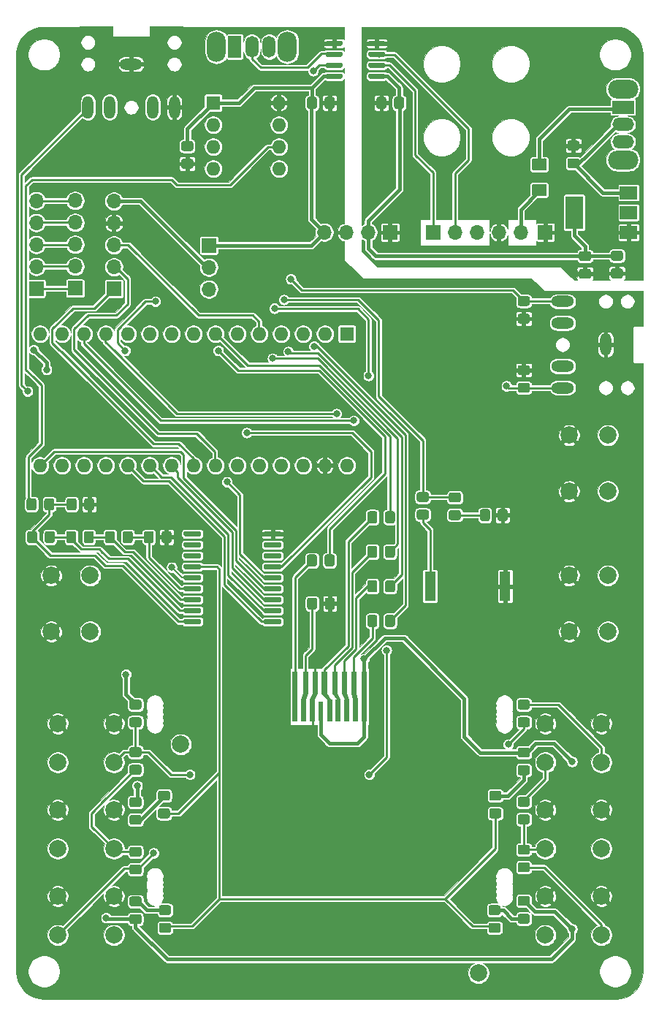
<source format=gbr>
%TF.GenerationSoftware,KiCad,Pcbnew,(5.1.6)-1*%
%TF.CreationDate,2021-02-27T16:06:52+00:00*%
%TF.ProjectId,FT817_buddy_v4,46543831-375f-4627-9564-64795f76342e,rev?*%
%TF.SameCoordinates,Original*%
%TF.FileFunction,Copper,L1,Top*%
%TF.FilePolarity,Positive*%
%FSLAX46Y46*%
G04 Gerber Fmt 4.6, Leading zero omitted, Abs format (unit mm)*
G04 Created by KiCad (PCBNEW (5.1.6)-1) date 2021-02-27 16:06:52*
%MOMM*%
%LPD*%
G01*
G04 APERTURE LIST*
%TA.AperFunction,ComponentPad*%
%ADD10O,1.700000X1.700000*%
%TD*%
%TA.AperFunction,ComponentPad*%
%ADD11R,1.700000X1.700000*%
%TD*%
%TA.AperFunction,ComponentPad*%
%ADD12O,1.308000X2.616000*%
%TD*%
%TA.AperFunction,ComponentPad*%
%ADD13O,2.616000X1.308000*%
%TD*%
%TA.AperFunction,ComponentPad*%
%ADD14O,1.600000X1.600000*%
%TD*%
%TA.AperFunction,ComponentPad*%
%ADD15R,1.600000X1.600000*%
%TD*%
%TA.AperFunction,SMDPad,CuDef*%
%ADD16C,0.100000*%
%TD*%
%TA.AperFunction,ViaPad*%
%ADD17C,2.000000*%
%TD*%
%TA.AperFunction,SMDPad,CuDef*%
%ADD18R,0.600000X2.300000*%
%TD*%
%TA.AperFunction,SMDPad,CuDef*%
%ADD19R,1.300000X3.400000*%
%TD*%
%TA.AperFunction,ComponentPad*%
%ADD20C,2.000000*%
%TD*%
%TA.AperFunction,ComponentPad*%
%ADD21O,3.500000X2.200000*%
%TD*%
%TA.AperFunction,ComponentPad*%
%ADD22O,2.500000X1.500000*%
%TD*%
%TA.AperFunction,ComponentPad*%
%ADD23R,2.500000X1.500000*%
%TD*%
%TA.AperFunction,ComponentPad*%
%ADD24O,2.200000X3.500000*%
%TD*%
%TA.AperFunction,ComponentPad*%
%ADD25O,1.500000X2.500000*%
%TD*%
%TA.AperFunction,ComponentPad*%
%ADD26R,1.500000X2.500000*%
%TD*%
%TA.AperFunction,SMDPad,CuDef*%
%ADD27R,2.000000X1.500000*%
%TD*%
%TA.AperFunction,SMDPad,CuDef*%
%ADD28R,2.000000X3.800000*%
%TD*%
%TA.AperFunction,ViaPad*%
%ADD29C,0.800000*%
%TD*%
%TA.AperFunction,Conductor*%
%ADD30C,0.250000*%
%TD*%
%TA.AperFunction,Conductor*%
%ADD31C,0.400000*%
%TD*%
%TA.AperFunction,Conductor*%
%ADD32C,0.200000*%
%TD*%
%TA.AperFunction,Conductor*%
%ADD33C,0.100000*%
%TD*%
G04 APERTURE END LIST*
D10*
%TO.P,J9,5*%
%TO.N,Net-(J8-Pad5)*%
X136000000Y-45340000D03*
%TO.P,J9,4*%
%TO.N,Net-(J8-Pad4)*%
X136000000Y-47880000D03*
%TO.P,J9,3*%
%TO.N,Net-(J8-Pad3)*%
X136000000Y-50420000D03*
%TO.P,J9,2*%
%TO.N,Net-(J8-Pad2)*%
X136000000Y-52960000D03*
D11*
%TO.P,J9,1*%
%TO.N,Net-(J8-Pad1)*%
X136000000Y-55500000D03*
%TD*%
%TO.P,J7,1*%
%TO.N,EXP_SDA*%
X145000000Y-55540000D03*
D10*
%TO.P,J7,2*%
%TO.N,EXP_SCL*%
X145000000Y-53000000D03*
%TO.P,J7,3*%
%TO.N,EXP_SQW*%
X145000000Y-50460000D03*
%TO.P,J7,4*%
%TO.N,GND2*%
X145000000Y-47920000D03*
%TO.P,J7,5*%
%TO.N,Net-(J6-Pad2)*%
X145000000Y-45380000D03*
%TD*%
%TO.P,J8,5*%
%TO.N,Net-(J8-Pad5)*%
X140500000Y-45320000D03*
%TO.P,J8,4*%
%TO.N,Net-(J8-Pad4)*%
X140500000Y-47860000D03*
%TO.P,J8,3*%
%TO.N,Net-(J8-Pad3)*%
X140500000Y-50400000D03*
%TO.P,J8,2*%
%TO.N,Net-(J8-Pad2)*%
X140500000Y-52940000D03*
D11*
%TO.P,J8,1*%
%TO.N,Net-(J8-Pad1)*%
X140500000Y-55480000D03*
%TD*%
D12*
%TO.P,J3,1*%
%TO.N,GND2*%
X202000000Y-62000000D03*
D13*
%TO.P,J3,2*%
%TO.N,LEFT_PADDLE*%
X197000000Y-57000000D03*
%TO.P,J3,10*%
%TO.N,Net-(J3-Pad10)*%
X197000000Y-59500000D03*
%TO.P,J3,11*%
%TO.N,Net-(J3-Pad11)*%
X197000000Y-64500000D03*
%TO.P,J3,3*%
%TO.N,RIGHT_PADDLE*%
X197000000Y-67000000D03*
%TD*%
D14*
%TO.P,A1,16*%
%TO.N,KEY_SW4*%
X136440000Y-76000000D03*
%TO.P,A1,15*%
%TO.N,Net-(A1-Pad15)*%
X136440000Y-60760000D03*
%TO.P,A1,30*%
%TO.N,Net-(A1-Pad30)*%
X172000000Y-76000000D03*
%TO.P,A1,14*%
%TO.N,SW7*%
X138980000Y-60760000D03*
%TO.P,A1,29*%
%TO.N,GND2*%
X169460000Y-76000000D03*
%TO.P,A1,13*%
%TO.N,SW8*%
X141520000Y-60760000D03*
%TO.P,A1,28*%
%TO.N,Net-(A1-Pad28)*%
X166920000Y-76000000D03*
%TO.P,A1,12*%
%TO.N,SW9*%
X144060000Y-60760000D03*
%TO.P,A1,27*%
%TO.N,VDD2*%
X164380000Y-76000000D03*
%TO.P,A1,11*%
%TO.N,BACKLIGHT*%
X146600000Y-60760000D03*
%TO.P,A1,26*%
%TO.N,Net-(A1-Pad26)*%
X161840000Y-76000000D03*
%TO.P,A1,10*%
%TO.N,CLK*%
X149140000Y-60760000D03*
%TO.P,A1,25*%
%TO.N,Net-(A1-Pad25)*%
X159300000Y-76000000D03*
%TO.P,A1,9*%
%TO.N,DIN*%
X151680000Y-60760000D03*
%TO.P,A1,24*%
%TO.N,EXP_SCL*%
X156760000Y-76000000D03*
%TO.P,A1,8*%
%TO.N,DC*%
X154220000Y-60760000D03*
%TO.P,A1,23*%
%TO.N,EXP_SDA*%
X154220000Y-76000000D03*
%TO.P,A1,7*%
%TO.N,CE*%
X156760000Y-60760000D03*
%TO.P,A1,22*%
%TO.N,KEY_SW3*%
X151680000Y-76000000D03*
%TO.P,A1,6*%
%TO.N,RST*%
X159300000Y-60760000D03*
%TO.P,A1,21*%
%TO.N,KEY_SW2*%
X149140000Y-76000000D03*
%TO.P,A1,5*%
%TO.N,EXP_SQW*%
X161840000Y-60760000D03*
%TO.P,A1,20*%
%TO.N,KEY_SW1*%
X146600000Y-76000000D03*
%TO.P,A1,4*%
%TO.N,Net-(A1-Pad4)*%
X164380000Y-60760000D03*
%TO.P,A1,19*%
%TO.N,Net-(A1-Pad19)*%
X144060000Y-76000000D03*
%TO.P,A1,3*%
%TO.N,Net-(A1-Pad3)*%
X166920000Y-60760000D03*
%TO.P,A1,18*%
%TO.N,Net-(A1-Pad18)*%
X141520000Y-76000000D03*
%TO.P,A1,2*%
%TO.N,Net-(A1-Pad2)*%
X169460000Y-60760000D03*
%TO.P,A1,17*%
%TO.N,3V3*%
X138980000Y-76000000D03*
D15*
%TO.P,A1,1*%
%TO.N,ARD_TXD*%
X172000000Y-60760000D03*
%TD*%
D10*
%TO.P,J6,3*%
%TO.N,3V3*%
X156000000Y-55580000D03*
%TO.P,J6,2*%
%TO.N,Net-(J6-Pad2)*%
X156000000Y-53040000D03*
D11*
%TO.P,J6,1*%
%TO.N,VDD2*%
X156000000Y-50500000D03*
%TD*%
%TO.P,J5,1*%
%TO.N,GND1*%
X195000000Y-49000000D03*
%TD*%
D10*
%TO.P,U2,4*%
%TO.N,VDD2*%
X169380000Y-49000000D03*
%TO.P,U2,3*%
%TO.N,GND2*%
X171920000Y-49000000D03*
%TO.P,U2,2*%
%TO.N,VDD1*%
X174460000Y-49000000D03*
D11*
%TO.P,U2,1*%
%TO.N,GND1*%
X177000000Y-49000000D03*
%TD*%
%TA.AperFunction,SMDPad,CuDef*%
D16*
%TO.P,U4,9*%
%TO.N,3V3*%
G36*
X174300000Y-105650000D02*
G01*
X173700000Y-105650000D01*
X173700000Y-99850000D01*
X174300000Y-99850000D01*
X174300000Y-105650000D01*
G37*
%TD.AperFunction*%
%TA.AperFunction,SMDPad,CuDef*%
%TO.P,U4,8*%
%TO.N,Net-(R16-Pad1)*%
G36*
X173100000Y-102450000D02*
G01*
X173300000Y-103150000D01*
X173300000Y-105650000D01*
X172700000Y-105650000D01*
X172700000Y-103150000D01*
X172500000Y-102450000D01*
X172500000Y-99850000D01*
X173100000Y-99850000D01*
X173100000Y-102450000D01*
G37*
%TD.AperFunction*%
%TA.AperFunction,SMDPad,CuDef*%
%TO.P,U4,7*%
%TO.N,Net-(R11-Pad1)*%
G36*
X172000000Y-102450000D02*
G01*
X172300000Y-103150000D01*
X172300000Y-105650000D01*
X171700000Y-105650000D01*
X171700000Y-103150000D01*
X171800000Y-103150000D01*
X171400000Y-102450000D01*
X171400000Y-99850000D01*
X172000000Y-99850000D01*
X172000000Y-102450000D01*
G37*
%TD.AperFunction*%
%TA.AperFunction,SMDPad,CuDef*%
%TO.P,U4,6*%
%TO.N,Net-(R10-Pad1)*%
G36*
X170900000Y-102450000D02*
G01*
X171300000Y-103150000D01*
X171300000Y-105650000D01*
X170700000Y-105650000D01*
X170700000Y-103150000D01*
X170800000Y-103150000D01*
X170300000Y-102450000D01*
X170300000Y-99850000D01*
X170900000Y-99850000D01*
X170900000Y-102450000D01*
G37*
%TD.AperFunction*%
%TA.AperFunction,SMDPad,CuDef*%
%TO.P,U4,3*%
%TO.N,GND2*%
G36*
X168600000Y-102450000D02*
G01*
X168300000Y-103150000D01*
X168300000Y-105650000D01*
X167700000Y-105650000D01*
X167700000Y-103150000D01*
X168000000Y-102450000D01*
X168000000Y-99850000D01*
X168600000Y-99850000D01*
X168600000Y-102450000D01*
G37*
%TD.AperFunction*%
%TA.AperFunction,SMDPad,CuDef*%
%TO.P,U4,2*%
%TO.N,Net-(C10-Pad2)*%
G36*
X167500000Y-102450000D02*
G01*
X167300000Y-103150000D01*
X167300000Y-105650000D01*
X166700000Y-105650000D01*
X166700000Y-103150000D01*
X166900000Y-102450000D01*
X166900000Y-99850000D01*
X167500000Y-99850000D01*
X167500000Y-102450000D01*
G37*
%TD.AperFunction*%
%TA.AperFunction,SMDPad,CuDef*%
%TO.P,U4,1*%
%TO.N,Net-(R8-Pad1)*%
G36*
X166300000Y-105650000D02*
G01*
X165700000Y-105650000D01*
X165700000Y-99850000D01*
X166300000Y-99850000D01*
X166300000Y-105650000D01*
G37*
%TD.AperFunction*%
%TA.AperFunction,SMDPad,CuDef*%
%TO.P,U4,5*%
%TO.N,Net-(R9-Pad1)*%
G36*
X169700000Y-102450000D02*
G01*
X170166667Y-103150000D01*
X170300000Y-103150000D01*
X170300000Y-105650000D01*
X169700000Y-105650000D01*
X169700000Y-103150000D01*
X169100000Y-102450000D01*
X169100000Y-99850000D01*
X169700000Y-99850000D01*
X169700000Y-102450000D01*
G37*
%TD.AperFunction*%
D17*
%TD*%
%TO.N,*%
%TO.C,U4*%
X152750000Y-108300000D03*
D18*
%TO.P,U4,4*%
%TO.N,3V3*%
X169000000Y-104500000D03*
D17*
%TD*%
%TO.N,*%
%TO.C,U4*%
X187250000Y-134800000D03*
D10*
%TO.P,J1,5*%
%TO.N,FT817_Vout*%
X192160000Y-49000000D03*
%TO.P,J1,4*%
%TO.N,GND1*%
X189620000Y-49000000D03*
%TO.P,J1,3*%
%TO.N,SHIELD*%
X187080000Y-49000000D03*
%TO.P,J1,2*%
%TO.N,FT817_TXD*%
X184540000Y-49000000D03*
D11*
%TO.P,J1,1*%
%TO.N,FT817_RXD*%
X182000000Y-49000000D03*
%TD*%
D19*
%TO.P,BZ1,2*%
%TO.N,GND2*%
X190350000Y-90000000D03*
%TO.P,BZ1,1*%
%TO.N,Net-(BZ1-Pad1)*%
X181650000Y-90000000D03*
%TD*%
%TO.P,C1,2*%
%TO.N,GND1*%
%TA.AperFunction,SMDPad,CuDef*%
G36*
G01*
X198700001Y-39525000D02*
X197799999Y-39525000D01*
G75*
G02*
X197550000Y-39275001I0J249999D01*
G01*
X197550000Y-38624999D01*
G75*
G02*
X197799999Y-38375000I249999J0D01*
G01*
X198700001Y-38375000D01*
G75*
G02*
X198950000Y-38624999I0J-249999D01*
G01*
X198950000Y-39275001D01*
G75*
G02*
X198700001Y-39525000I-249999J0D01*
G01*
G37*
%TD.AperFunction*%
%TO.P,C1,1*%
%TO.N,Net-(C1-Pad1)*%
%TA.AperFunction,SMDPad,CuDef*%
G36*
G01*
X198700001Y-41575000D02*
X197799999Y-41575000D01*
G75*
G02*
X197550000Y-41325001I0J249999D01*
G01*
X197550000Y-40674999D01*
G75*
G02*
X197799999Y-40425000I249999J0D01*
G01*
X198700001Y-40425000D01*
G75*
G02*
X198950000Y-40674999I0J-249999D01*
G01*
X198950000Y-41325001D01*
G75*
G02*
X198700001Y-41575000I-249999J0D01*
G01*
G37*
%TD.AperFunction*%
%TD*%
%TO.P,C2,2*%
%TO.N,GND1*%
%TA.AperFunction,SMDPad,CuDef*%
G36*
G01*
X202849999Y-53175000D02*
X203750001Y-53175000D01*
G75*
G02*
X204000000Y-53424999I0J-249999D01*
G01*
X204000000Y-54075001D01*
G75*
G02*
X203750001Y-54325000I-249999J0D01*
G01*
X202849999Y-54325000D01*
G75*
G02*
X202600000Y-54075001I0J249999D01*
G01*
X202600000Y-53424999D01*
G75*
G02*
X202849999Y-53175000I249999J0D01*
G01*
G37*
%TD.AperFunction*%
%TO.P,C2,1*%
%TO.N,VDD1*%
%TA.AperFunction,SMDPad,CuDef*%
G36*
G01*
X202849999Y-51125000D02*
X203750001Y-51125000D01*
G75*
G02*
X204000000Y-51374999I0J-249999D01*
G01*
X204000000Y-52025001D01*
G75*
G02*
X203750001Y-52275000I-249999J0D01*
G01*
X202849999Y-52275000D01*
G75*
G02*
X202600000Y-52025001I0J249999D01*
G01*
X202600000Y-51374999D01*
G75*
G02*
X202849999Y-51125000I249999J0D01*
G01*
G37*
%TD.AperFunction*%
%TD*%
%TO.P,C3,2*%
%TO.N,GND1*%
%TA.AperFunction,SMDPad,CuDef*%
G36*
G01*
X199149999Y-53225000D02*
X200050001Y-53225000D01*
G75*
G02*
X200300000Y-53474999I0J-249999D01*
G01*
X200300000Y-54125001D01*
G75*
G02*
X200050001Y-54375000I-249999J0D01*
G01*
X199149999Y-54375000D01*
G75*
G02*
X198900000Y-54125001I0J249999D01*
G01*
X198900000Y-53474999D01*
G75*
G02*
X199149999Y-53225000I249999J0D01*
G01*
G37*
%TD.AperFunction*%
%TO.P,C3,1*%
%TO.N,VDD1*%
%TA.AperFunction,SMDPad,CuDef*%
G36*
G01*
X199149999Y-51175000D02*
X200050001Y-51175000D01*
G75*
G02*
X200300000Y-51424999I0J-249999D01*
G01*
X200300000Y-52075001D01*
G75*
G02*
X200050001Y-52325000I-249999J0D01*
G01*
X199149999Y-52325000D01*
G75*
G02*
X198900000Y-52075001I0J249999D01*
G01*
X198900000Y-51424999D01*
G75*
G02*
X199149999Y-51175000I249999J0D01*
G01*
G37*
%TD.AperFunction*%
%TD*%
%TO.P,C4,2*%
%TO.N,VDD1*%
%TA.AperFunction,SMDPad,CuDef*%
G36*
G01*
X177475000Y-34450001D02*
X177475000Y-33549999D01*
G75*
G02*
X177724999Y-33300000I249999J0D01*
G01*
X178375001Y-33300000D01*
G75*
G02*
X178625000Y-33549999I0J-249999D01*
G01*
X178625000Y-34450001D01*
G75*
G02*
X178375001Y-34700000I-249999J0D01*
G01*
X177724999Y-34700000D01*
G75*
G02*
X177475000Y-34450001I0J249999D01*
G01*
G37*
%TD.AperFunction*%
%TO.P,C4,1*%
%TO.N,GND1*%
%TA.AperFunction,SMDPad,CuDef*%
G36*
G01*
X175425000Y-34450001D02*
X175425000Y-33549999D01*
G75*
G02*
X175674999Y-33300000I249999J0D01*
G01*
X176325001Y-33300000D01*
G75*
G02*
X176575000Y-33549999I0J-249999D01*
G01*
X176575000Y-34450001D01*
G75*
G02*
X176325001Y-34700000I-249999J0D01*
G01*
X175674999Y-34700000D01*
G75*
G02*
X175425000Y-34450001I0J249999D01*
G01*
G37*
%TD.AperFunction*%
%TD*%
%TO.P,C5,2*%
%TO.N,VDD2*%
%TA.AperFunction,SMDPad,CuDef*%
G36*
G01*
X168525000Y-33549999D02*
X168525000Y-34450001D01*
G75*
G02*
X168275001Y-34700000I-249999J0D01*
G01*
X167624999Y-34700000D01*
G75*
G02*
X167375000Y-34450001I0J249999D01*
G01*
X167375000Y-33549999D01*
G75*
G02*
X167624999Y-33300000I249999J0D01*
G01*
X168275001Y-33300000D01*
G75*
G02*
X168525000Y-33549999I0J-249999D01*
G01*
G37*
%TD.AperFunction*%
%TO.P,C5,1*%
%TO.N,GND2*%
%TA.AperFunction,SMDPad,CuDef*%
G36*
G01*
X170575000Y-33549999D02*
X170575000Y-34450001D01*
G75*
G02*
X170325001Y-34700000I-249999J0D01*
G01*
X169674999Y-34700000D01*
G75*
G02*
X169425000Y-34450001I0J249999D01*
G01*
X169425000Y-33549999D01*
G75*
G02*
X169674999Y-33300000I249999J0D01*
G01*
X170325001Y-33300000D01*
G75*
G02*
X170575000Y-33549999I0J-249999D01*
G01*
G37*
%TD.AperFunction*%
%TD*%
%TO.P,C10,2*%
%TO.N,Net-(C10-Pad2)*%
%TA.AperFunction,SMDPad,CuDef*%
G36*
G01*
X168550000Y-91549999D02*
X168550000Y-92450001D01*
G75*
G02*
X168300001Y-92700000I-249999J0D01*
G01*
X167649999Y-92700000D01*
G75*
G02*
X167400000Y-92450001I0J249999D01*
G01*
X167400000Y-91549999D01*
G75*
G02*
X167649999Y-91300000I249999J0D01*
G01*
X168300001Y-91300000D01*
G75*
G02*
X168550000Y-91549999I0J-249999D01*
G01*
G37*
%TD.AperFunction*%
%TO.P,C10,1*%
%TO.N,GND2*%
%TA.AperFunction,SMDPad,CuDef*%
G36*
G01*
X170600000Y-91549999D02*
X170600000Y-92450001D01*
G75*
G02*
X170350001Y-92700000I-249999J0D01*
G01*
X169699999Y-92700000D01*
G75*
G02*
X169450000Y-92450001I0J249999D01*
G01*
X169450000Y-91549999D01*
G75*
G02*
X169699999Y-91300000I249999J0D01*
G01*
X170350001Y-91300000D01*
G75*
G02*
X170600000Y-91549999I0J-249999D01*
G01*
G37*
%TD.AperFunction*%
%TD*%
%TO.P,D1,2*%
%TO.N,Net-(D1-Pad2)*%
%TA.AperFunction,SMDPad,CuDef*%
G36*
G01*
X151250001Y-114825000D02*
X150349999Y-114825000D01*
G75*
G02*
X150100000Y-114575001I0J249999D01*
G01*
X150100000Y-113924999D01*
G75*
G02*
X150349999Y-113675000I249999J0D01*
G01*
X151250001Y-113675000D01*
G75*
G02*
X151500000Y-113924999I0J-249999D01*
G01*
X151500000Y-114575001D01*
G75*
G02*
X151250001Y-114825000I-249999J0D01*
G01*
G37*
%TD.AperFunction*%
%TO.P,D1,1*%
%TO.N,LIGHT_OUT*%
%TA.AperFunction,SMDPad,CuDef*%
G36*
G01*
X151250001Y-116875000D02*
X150349999Y-116875000D01*
G75*
G02*
X150100000Y-116625001I0J249999D01*
G01*
X150100000Y-115974999D01*
G75*
G02*
X150349999Y-115725000I249999J0D01*
G01*
X151250001Y-115725000D01*
G75*
G02*
X151500000Y-115974999I0J-249999D01*
G01*
X151500000Y-116625001D01*
G75*
G02*
X151250001Y-116875000I-249999J0D01*
G01*
G37*
%TD.AperFunction*%
%TD*%
%TO.P,D2,2*%
%TO.N,Net-(D2-Pad2)*%
%TA.AperFunction,SMDPad,CuDef*%
G36*
G01*
X151370001Y-128085000D02*
X150469999Y-128085000D01*
G75*
G02*
X150220000Y-127835001I0J249999D01*
G01*
X150220000Y-127184999D01*
G75*
G02*
X150469999Y-126935000I249999J0D01*
G01*
X151370001Y-126935000D01*
G75*
G02*
X151620000Y-127184999I0J-249999D01*
G01*
X151620000Y-127835001D01*
G75*
G02*
X151370001Y-128085000I-249999J0D01*
G01*
G37*
%TD.AperFunction*%
%TO.P,D2,1*%
%TO.N,LIGHT_OUT*%
%TA.AperFunction,SMDPad,CuDef*%
G36*
G01*
X151370001Y-130135000D02*
X150469999Y-130135000D01*
G75*
G02*
X150220000Y-129885001I0J249999D01*
G01*
X150220000Y-129234999D01*
G75*
G02*
X150469999Y-128985000I249999J0D01*
G01*
X151370001Y-128985000D01*
G75*
G02*
X151620000Y-129234999I0J-249999D01*
G01*
X151620000Y-129885001D01*
G75*
G02*
X151370001Y-130135000I-249999J0D01*
G01*
G37*
%TD.AperFunction*%
%TD*%
%TO.P,D3,2*%
%TO.N,Net-(D3-Pad2)*%
%TA.AperFunction,SMDPad,CuDef*%
G36*
G01*
X189560001Y-128085000D02*
X188659999Y-128085000D01*
G75*
G02*
X188410000Y-127835001I0J249999D01*
G01*
X188410000Y-127184999D01*
G75*
G02*
X188659999Y-126935000I249999J0D01*
G01*
X189560001Y-126935000D01*
G75*
G02*
X189810000Y-127184999I0J-249999D01*
G01*
X189810000Y-127835001D01*
G75*
G02*
X189560001Y-128085000I-249999J0D01*
G01*
G37*
%TD.AperFunction*%
%TO.P,D3,1*%
%TO.N,LIGHT_OUT*%
%TA.AperFunction,SMDPad,CuDef*%
G36*
G01*
X189560001Y-130135000D02*
X188659999Y-130135000D01*
G75*
G02*
X188410000Y-129885001I0J249999D01*
G01*
X188410000Y-129234999D01*
G75*
G02*
X188659999Y-128985000I249999J0D01*
G01*
X189560001Y-128985000D01*
G75*
G02*
X189810000Y-129234999I0J-249999D01*
G01*
X189810000Y-129885001D01*
G75*
G02*
X189560001Y-130135000I-249999J0D01*
G01*
G37*
%TD.AperFunction*%
%TD*%
%TO.P,D4,2*%
%TO.N,Net-(D4-Pad2)*%
%TA.AperFunction,SMDPad,CuDef*%
G36*
G01*
X189650001Y-114825000D02*
X188749999Y-114825000D01*
G75*
G02*
X188500000Y-114575001I0J249999D01*
G01*
X188500000Y-113924999D01*
G75*
G02*
X188749999Y-113675000I249999J0D01*
G01*
X189650001Y-113675000D01*
G75*
G02*
X189900000Y-113924999I0J-249999D01*
G01*
X189900000Y-114575001D01*
G75*
G02*
X189650001Y-114825000I-249999J0D01*
G01*
G37*
%TD.AperFunction*%
%TO.P,D4,1*%
%TO.N,LIGHT_OUT*%
%TA.AperFunction,SMDPad,CuDef*%
G36*
G01*
X189650001Y-116875000D02*
X188749999Y-116875000D01*
G75*
G02*
X188500000Y-116625001I0J249999D01*
G01*
X188500000Y-115974999D01*
G75*
G02*
X188749999Y-115725000I249999J0D01*
G01*
X189650001Y-115725000D01*
G75*
G02*
X189900000Y-115974999I0J-249999D01*
G01*
X189900000Y-116625001D01*
G75*
G02*
X189650001Y-116875000I-249999J0D01*
G01*
G37*
%TD.AperFunction*%
%TD*%
%TO.P,D5,2*%
%TO.N,Net-(D5-Pad2)*%
%TA.AperFunction,SMDPad,CuDef*%
G36*
G01*
X188575000Y-81299999D02*
X188575000Y-82200001D01*
G75*
G02*
X188325001Y-82450000I-249999J0D01*
G01*
X187674999Y-82450000D01*
G75*
G02*
X187425000Y-82200001I0J249999D01*
G01*
X187425000Y-81299999D01*
G75*
G02*
X187674999Y-81050000I249999J0D01*
G01*
X188325001Y-81050000D01*
G75*
G02*
X188575000Y-81299999I0J-249999D01*
G01*
G37*
%TD.AperFunction*%
%TO.P,D5,1*%
%TO.N,GND2*%
%TA.AperFunction,SMDPad,CuDef*%
G36*
G01*
X190625000Y-81299999D02*
X190625000Y-82200001D01*
G75*
G02*
X190375001Y-82450000I-249999J0D01*
G01*
X189724999Y-82450000D01*
G75*
G02*
X189475000Y-82200001I0J249999D01*
G01*
X189475000Y-81299999D01*
G75*
G02*
X189724999Y-81050000I249999J0D01*
G01*
X190375001Y-81050000D01*
G75*
G02*
X190625000Y-81299999I0J-249999D01*
G01*
G37*
%TD.AperFunction*%
%TD*%
%TO.P,F1,2*%
%TO.N,FT817_Vout*%
%TA.AperFunction,SMDPad,CuDef*%
G36*
G01*
X193675000Y-43387500D02*
X194925000Y-43387500D01*
G75*
G02*
X195175000Y-43637500I0J-250000D01*
G01*
X195175000Y-44562500D01*
G75*
G02*
X194925000Y-44812500I-250000J0D01*
G01*
X193675000Y-44812500D01*
G75*
G02*
X193425000Y-44562500I0J250000D01*
G01*
X193425000Y-43637500D01*
G75*
G02*
X193675000Y-43387500I250000J0D01*
G01*
G37*
%TD.AperFunction*%
%TO.P,F1,1*%
%TO.N,Net-(F1-Pad1)*%
%TA.AperFunction,SMDPad,CuDef*%
G36*
G01*
X193675000Y-40412500D02*
X194925000Y-40412500D01*
G75*
G02*
X195175000Y-40662500I0J-250000D01*
G01*
X195175000Y-41587500D01*
G75*
G02*
X194925000Y-41837500I-250000J0D01*
G01*
X193675000Y-41837500D01*
G75*
G02*
X193425000Y-41587500I0J250000D01*
G01*
X193425000Y-40662500D01*
G75*
G02*
X193675000Y-40412500I250000J0D01*
G01*
G37*
%TD.AperFunction*%
%TD*%
D14*
%TO.P,J4,8*%
%TO.N,GND2*%
X164120000Y-34000000D03*
%TO.P,J4,4*%
%TO.N,RIGHT_PADDLE*%
X156500000Y-41620000D03*
%TO.P,J4,7*%
%TO.N,LEFT_PADDLE*%
X164120000Y-36540000D03*
%TO.P,J4,3*%
%TO.N,SIDETONE*%
X156500000Y-39080000D03*
%TO.P,J4,6*%
%TO.N,PBNET*%
X164120000Y-39080000D03*
%TO.P,J4,2*%
%TO.N,KEY*%
X156500000Y-36540000D03*
%TO.P,J4,5*%
%TO.N,Net-(J4-Pad5)*%
X164120000Y-41620000D03*
D15*
%TO.P,J4,1*%
%TO.N,VDD2*%
X156500000Y-34000000D03*
%TD*%
%TO.P,R2,2*%
%TO.N,Net-(A1-Pad19)*%
%TA.AperFunction,SMDPad,CuDef*%
G36*
G01*
X147049999Y-105175000D02*
X147950001Y-105175000D01*
G75*
G02*
X148200000Y-105424999I0J-249999D01*
G01*
X148200000Y-106075001D01*
G75*
G02*
X147950001Y-106325000I-249999J0D01*
G01*
X147049999Y-106325000D01*
G75*
G02*
X146800000Y-106075001I0J249999D01*
G01*
X146800000Y-105424999D01*
G75*
G02*
X147049999Y-105175000I249999J0D01*
G01*
G37*
%TD.AperFunction*%
%TO.P,R2,1*%
%TO.N,VDD2*%
%TA.AperFunction,SMDPad,CuDef*%
G36*
G01*
X147049999Y-103125000D02*
X147950001Y-103125000D01*
G75*
G02*
X148200000Y-103374999I0J-249999D01*
G01*
X148200000Y-104025001D01*
G75*
G02*
X147950001Y-104275000I-249999J0D01*
G01*
X147049999Y-104275000D01*
G75*
G02*
X146800000Y-104025001I0J249999D01*
G01*
X146800000Y-103374999D01*
G75*
G02*
X147049999Y-103125000I249999J0D01*
G01*
G37*
%TD.AperFunction*%
%TD*%
%TO.P,R3,2*%
%TO.N,Net-(R3-Pad2)*%
%TA.AperFunction,SMDPad,CuDef*%
G36*
G01*
X147049999Y-110675000D02*
X147950001Y-110675000D01*
G75*
G02*
X148200000Y-110924999I0J-249999D01*
G01*
X148200000Y-111575001D01*
G75*
G02*
X147950001Y-111825000I-249999J0D01*
G01*
X147049999Y-111825000D01*
G75*
G02*
X146800000Y-111575001I0J249999D01*
G01*
X146800000Y-110924999D01*
G75*
G02*
X147049999Y-110675000I249999J0D01*
G01*
G37*
%TD.AperFunction*%
%TO.P,R3,1*%
%TO.N,Net-(A1-Pad19)*%
%TA.AperFunction,SMDPad,CuDef*%
G36*
G01*
X147049999Y-108625000D02*
X147950001Y-108625000D01*
G75*
G02*
X148200000Y-108874999I0J-249999D01*
G01*
X148200000Y-109525001D01*
G75*
G02*
X147950001Y-109775000I-249999J0D01*
G01*
X147049999Y-109775000D01*
G75*
G02*
X146800000Y-109525001I0J249999D01*
G01*
X146800000Y-108874999D01*
G75*
G02*
X147049999Y-108625000I249999J0D01*
G01*
G37*
%TD.AperFunction*%
%TD*%
%TO.P,R4,2*%
%TO.N,Net-(R4-Pad2)*%
%TA.AperFunction,SMDPad,CuDef*%
G36*
G01*
X147049999Y-122225000D02*
X147950001Y-122225000D01*
G75*
G02*
X148200000Y-122474999I0J-249999D01*
G01*
X148200000Y-123125001D01*
G75*
G02*
X147950001Y-123375000I-249999J0D01*
G01*
X147049999Y-123375000D01*
G75*
G02*
X146800000Y-123125001I0J249999D01*
G01*
X146800000Y-122474999D01*
G75*
G02*
X147049999Y-122225000I249999J0D01*
G01*
G37*
%TD.AperFunction*%
%TO.P,R4,1*%
%TO.N,Net-(R3-Pad2)*%
%TA.AperFunction,SMDPad,CuDef*%
G36*
G01*
X147049999Y-120175000D02*
X147950001Y-120175000D01*
G75*
G02*
X148200000Y-120424999I0J-249999D01*
G01*
X148200000Y-121075001D01*
G75*
G02*
X147950001Y-121325000I-249999J0D01*
G01*
X147049999Y-121325000D01*
G75*
G02*
X146800000Y-121075001I0J249999D01*
G01*
X146800000Y-120424999D01*
G75*
G02*
X147049999Y-120175000I249999J0D01*
G01*
G37*
%TD.AperFunction*%
%TD*%
%TO.P,R5,2*%
%TO.N,Net-(R5-Pad2)*%
%TA.AperFunction,SMDPad,CuDef*%
G36*
G01*
X192950001Y-104275000D02*
X192049999Y-104275000D01*
G75*
G02*
X191800000Y-104025001I0J249999D01*
G01*
X191800000Y-103374999D01*
G75*
G02*
X192049999Y-103125000I249999J0D01*
G01*
X192950001Y-103125000D01*
G75*
G02*
X193200000Y-103374999I0J-249999D01*
G01*
X193200000Y-104025001D01*
G75*
G02*
X192950001Y-104275000I-249999J0D01*
G01*
G37*
%TD.AperFunction*%
%TO.P,R5,1*%
%TO.N,Net-(R4-Pad2)*%
%TA.AperFunction,SMDPad,CuDef*%
G36*
G01*
X192950001Y-106325000D02*
X192049999Y-106325000D01*
G75*
G02*
X191800000Y-106075001I0J249999D01*
G01*
X191800000Y-105424999D01*
G75*
G02*
X192049999Y-105175000I249999J0D01*
G01*
X192950001Y-105175000D01*
G75*
G02*
X193200000Y-105424999I0J-249999D01*
G01*
X193200000Y-106075001D01*
G75*
G02*
X192950001Y-106325000I-249999J0D01*
G01*
G37*
%TD.AperFunction*%
%TD*%
%TO.P,R6,2*%
%TO.N,Net-(R6-Pad2)*%
%TA.AperFunction,SMDPad,CuDef*%
G36*
G01*
X192049999Y-116425000D02*
X192950001Y-116425000D01*
G75*
G02*
X193200000Y-116674999I0J-249999D01*
G01*
X193200000Y-117325001D01*
G75*
G02*
X192950001Y-117575000I-249999J0D01*
G01*
X192049999Y-117575000D01*
G75*
G02*
X191800000Y-117325001I0J249999D01*
G01*
X191800000Y-116674999D01*
G75*
G02*
X192049999Y-116425000I249999J0D01*
G01*
G37*
%TD.AperFunction*%
%TO.P,R6,1*%
%TO.N,Net-(R5-Pad2)*%
%TA.AperFunction,SMDPad,CuDef*%
G36*
G01*
X192049999Y-114375000D02*
X192950001Y-114375000D01*
G75*
G02*
X193200000Y-114624999I0J-249999D01*
G01*
X193200000Y-115275001D01*
G75*
G02*
X192950001Y-115525000I-249999J0D01*
G01*
X192049999Y-115525000D01*
G75*
G02*
X191800000Y-115275001I0J249999D01*
G01*
X191800000Y-114624999D01*
G75*
G02*
X192049999Y-114375000I249999J0D01*
G01*
G37*
%TD.AperFunction*%
%TD*%
%TO.P,R7,2*%
%TO.N,Net-(R7-Pad2)*%
%TA.AperFunction,SMDPad,CuDef*%
G36*
G01*
X192049999Y-121975000D02*
X192950001Y-121975000D01*
G75*
G02*
X193200000Y-122224999I0J-249999D01*
G01*
X193200000Y-122875001D01*
G75*
G02*
X192950001Y-123125000I-249999J0D01*
G01*
X192049999Y-123125000D01*
G75*
G02*
X191800000Y-122875001I0J249999D01*
G01*
X191800000Y-122224999D01*
G75*
G02*
X192049999Y-121975000I249999J0D01*
G01*
G37*
%TD.AperFunction*%
%TO.P,R7,1*%
%TO.N,Net-(R6-Pad2)*%
%TA.AperFunction,SMDPad,CuDef*%
G36*
G01*
X192049999Y-119925000D02*
X192950001Y-119925000D01*
G75*
G02*
X193200000Y-120174999I0J-249999D01*
G01*
X193200000Y-120825001D01*
G75*
G02*
X192950001Y-121075000I-249999J0D01*
G01*
X192049999Y-121075000D01*
G75*
G02*
X191800000Y-120825001I0J249999D01*
G01*
X191800000Y-120174999D01*
G75*
G02*
X192049999Y-119925000I249999J0D01*
G01*
G37*
%TD.AperFunction*%
%TD*%
%TO.P,R8,2*%
%TO.N,RST*%
%TA.AperFunction,SMDPad,CuDef*%
G36*
G01*
X169425000Y-87450001D02*
X169425000Y-86549999D01*
G75*
G02*
X169674999Y-86300000I249999J0D01*
G01*
X170325001Y-86300000D01*
G75*
G02*
X170575000Y-86549999I0J-249999D01*
G01*
X170575000Y-87450001D01*
G75*
G02*
X170325001Y-87700000I-249999J0D01*
G01*
X169674999Y-87700000D01*
G75*
G02*
X169425000Y-87450001I0J249999D01*
G01*
G37*
%TD.AperFunction*%
%TO.P,R8,1*%
%TO.N,Net-(R8-Pad1)*%
%TA.AperFunction,SMDPad,CuDef*%
G36*
G01*
X167375000Y-87450001D02*
X167375000Y-86549999D01*
G75*
G02*
X167624999Y-86300000I249999J0D01*
G01*
X168275001Y-86300000D01*
G75*
G02*
X168525000Y-86549999I0J-249999D01*
G01*
X168525000Y-87450001D01*
G75*
G02*
X168275001Y-87700000I-249999J0D01*
G01*
X167624999Y-87700000D01*
G75*
G02*
X167375000Y-87450001I0J249999D01*
G01*
G37*
%TD.AperFunction*%
%TD*%
%TO.P,R9,2*%
%TO.N,CE*%
%TA.AperFunction,SMDPad,CuDef*%
G36*
G01*
X176425000Y-82450001D02*
X176425000Y-81549999D01*
G75*
G02*
X176674999Y-81300000I249999J0D01*
G01*
X177325001Y-81300000D01*
G75*
G02*
X177575000Y-81549999I0J-249999D01*
G01*
X177575000Y-82450001D01*
G75*
G02*
X177325001Y-82700000I-249999J0D01*
G01*
X176674999Y-82700000D01*
G75*
G02*
X176425000Y-82450001I0J249999D01*
G01*
G37*
%TD.AperFunction*%
%TO.P,R9,1*%
%TO.N,Net-(R9-Pad1)*%
%TA.AperFunction,SMDPad,CuDef*%
G36*
G01*
X174375000Y-82450001D02*
X174375000Y-81549999D01*
G75*
G02*
X174624999Y-81300000I249999J0D01*
G01*
X175275001Y-81300000D01*
G75*
G02*
X175525000Y-81549999I0J-249999D01*
G01*
X175525000Y-82450001D01*
G75*
G02*
X175275001Y-82700000I-249999J0D01*
G01*
X174624999Y-82700000D01*
G75*
G02*
X174375000Y-82450001I0J249999D01*
G01*
G37*
%TD.AperFunction*%
%TD*%
%TO.P,R10,2*%
%TO.N,DC*%
%TA.AperFunction,SMDPad,CuDef*%
G36*
G01*
X176425000Y-86450001D02*
X176425000Y-85549999D01*
G75*
G02*
X176674999Y-85300000I249999J0D01*
G01*
X177325001Y-85300000D01*
G75*
G02*
X177575000Y-85549999I0J-249999D01*
G01*
X177575000Y-86450001D01*
G75*
G02*
X177325001Y-86700000I-249999J0D01*
G01*
X176674999Y-86700000D01*
G75*
G02*
X176425000Y-86450001I0J249999D01*
G01*
G37*
%TD.AperFunction*%
%TO.P,R10,1*%
%TO.N,Net-(R10-Pad1)*%
%TA.AperFunction,SMDPad,CuDef*%
G36*
G01*
X174375000Y-86450001D02*
X174375000Y-85549999D01*
G75*
G02*
X174624999Y-85300000I249999J0D01*
G01*
X175275001Y-85300000D01*
G75*
G02*
X175525000Y-85549999I0J-249999D01*
G01*
X175525000Y-86450001D01*
G75*
G02*
X175275001Y-86700000I-249999J0D01*
G01*
X174624999Y-86700000D01*
G75*
G02*
X174375000Y-86450001I0J249999D01*
G01*
G37*
%TD.AperFunction*%
%TD*%
%TO.P,R11,2*%
%TO.N,DIN*%
%TA.AperFunction,SMDPad,CuDef*%
G36*
G01*
X176425000Y-90450001D02*
X176425000Y-89549999D01*
G75*
G02*
X176674999Y-89300000I249999J0D01*
G01*
X177325001Y-89300000D01*
G75*
G02*
X177575000Y-89549999I0J-249999D01*
G01*
X177575000Y-90450001D01*
G75*
G02*
X177325001Y-90700000I-249999J0D01*
G01*
X176674999Y-90700000D01*
G75*
G02*
X176425000Y-90450001I0J249999D01*
G01*
G37*
%TD.AperFunction*%
%TO.P,R11,1*%
%TO.N,Net-(R11-Pad1)*%
%TA.AperFunction,SMDPad,CuDef*%
G36*
G01*
X174375000Y-90450001D02*
X174375000Y-89549999D01*
G75*
G02*
X174624999Y-89300000I249999J0D01*
G01*
X175275001Y-89300000D01*
G75*
G02*
X175525000Y-89549999I0J-249999D01*
G01*
X175525000Y-90450001D01*
G75*
G02*
X175275001Y-90700000I-249999J0D01*
G01*
X174624999Y-90700000D01*
G75*
G02*
X174375000Y-90450001I0J249999D01*
G01*
G37*
%TD.AperFunction*%
%TD*%
%TO.P,R12,2*%
%TO.N,3V3*%
%TA.AperFunction,SMDPad,CuDef*%
G36*
G01*
X147950001Y-115575000D02*
X147049999Y-115575000D01*
G75*
G02*
X146800000Y-115325001I0J249999D01*
G01*
X146800000Y-114674999D01*
G75*
G02*
X147049999Y-114425000I249999J0D01*
G01*
X147950001Y-114425000D01*
G75*
G02*
X148200000Y-114674999I0J-249999D01*
G01*
X148200000Y-115325001D01*
G75*
G02*
X147950001Y-115575000I-249999J0D01*
G01*
G37*
%TD.AperFunction*%
%TO.P,R12,1*%
%TO.N,Net-(D1-Pad2)*%
%TA.AperFunction,SMDPad,CuDef*%
G36*
G01*
X147950001Y-117625000D02*
X147049999Y-117625000D01*
G75*
G02*
X146800000Y-117375001I0J249999D01*
G01*
X146800000Y-116724999D01*
G75*
G02*
X147049999Y-116475000I249999J0D01*
G01*
X147950001Y-116475000D01*
G75*
G02*
X148200000Y-116724999I0J-249999D01*
G01*
X148200000Y-117375001D01*
G75*
G02*
X147950001Y-117625000I-249999J0D01*
G01*
G37*
%TD.AperFunction*%
%TD*%
%TO.P,R13,2*%
%TO.N,3V3*%
%TA.AperFunction,SMDPad,CuDef*%
G36*
G01*
X147049999Y-127975000D02*
X147950001Y-127975000D01*
G75*
G02*
X148200000Y-128224999I0J-249999D01*
G01*
X148200000Y-128875001D01*
G75*
G02*
X147950001Y-129125000I-249999J0D01*
G01*
X147049999Y-129125000D01*
G75*
G02*
X146800000Y-128875001I0J249999D01*
G01*
X146800000Y-128224999D01*
G75*
G02*
X147049999Y-127975000I249999J0D01*
G01*
G37*
%TD.AperFunction*%
%TO.P,R13,1*%
%TO.N,Net-(D2-Pad2)*%
%TA.AperFunction,SMDPad,CuDef*%
G36*
G01*
X147049999Y-125925000D02*
X147950001Y-125925000D01*
G75*
G02*
X148200000Y-126174999I0J-249999D01*
G01*
X148200000Y-126825001D01*
G75*
G02*
X147950001Y-127075000I-249999J0D01*
G01*
X147049999Y-127075000D01*
G75*
G02*
X146800000Y-126825001I0J249999D01*
G01*
X146800000Y-126174999D01*
G75*
G02*
X147049999Y-125925000I249999J0D01*
G01*
G37*
%TD.AperFunction*%
%TD*%
%TO.P,R14,2*%
%TO.N,3V3*%
%TA.AperFunction,SMDPad,CuDef*%
G36*
G01*
X192950001Y-127025000D02*
X192049999Y-127025000D01*
G75*
G02*
X191800000Y-126775001I0J249999D01*
G01*
X191800000Y-126124999D01*
G75*
G02*
X192049999Y-125875000I249999J0D01*
G01*
X192950001Y-125875000D01*
G75*
G02*
X193200000Y-126124999I0J-249999D01*
G01*
X193200000Y-126775001D01*
G75*
G02*
X192950001Y-127025000I-249999J0D01*
G01*
G37*
%TD.AperFunction*%
%TO.P,R14,1*%
%TO.N,Net-(D3-Pad2)*%
%TA.AperFunction,SMDPad,CuDef*%
G36*
G01*
X192950001Y-129075000D02*
X192049999Y-129075000D01*
G75*
G02*
X191800000Y-128825001I0J249999D01*
G01*
X191800000Y-128174999D01*
G75*
G02*
X192049999Y-127925000I249999J0D01*
G01*
X192950001Y-127925000D01*
G75*
G02*
X193200000Y-128174999I0J-249999D01*
G01*
X193200000Y-128825001D01*
G75*
G02*
X192950001Y-129075000I-249999J0D01*
G01*
G37*
%TD.AperFunction*%
%TD*%
%TO.P,R15,2*%
%TO.N,3V3*%
%TA.AperFunction,SMDPad,CuDef*%
G36*
G01*
X192950001Y-109825000D02*
X192049999Y-109825000D01*
G75*
G02*
X191800000Y-109575001I0J249999D01*
G01*
X191800000Y-108924999D01*
G75*
G02*
X192049999Y-108675000I249999J0D01*
G01*
X192950001Y-108675000D01*
G75*
G02*
X193200000Y-108924999I0J-249999D01*
G01*
X193200000Y-109575001D01*
G75*
G02*
X192950001Y-109825000I-249999J0D01*
G01*
G37*
%TD.AperFunction*%
%TO.P,R15,1*%
%TO.N,Net-(D4-Pad2)*%
%TA.AperFunction,SMDPad,CuDef*%
G36*
G01*
X192950001Y-111875000D02*
X192049999Y-111875000D01*
G75*
G02*
X191800000Y-111625001I0J249999D01*
G01*
X191800000Y-110974999D01*
G75*
G02*
X192049999Y-110725000I249999J0D01*
G01*
X192950001Y-110725000D01*
G75*
G02*
X193200000Y-110974999I0J-249999D01*
G01*
X193200000Y-111625001D01*
G75*
G02*
X192950001Y-111875000I-249999J0D01*
G01*
G37*
%TD.AperFunction*%
%TD*%
%TO.P,R16,2*%
%TO.N,CLK*%
%TA.AperFunction,SMDPad,CuDef*%
G36*
G01*
X176425000Y-94450001D02*
X176425000Y-93549999D01*
G75*
G02*
X176674999Y-93300000I249999J0D01*
G01*
X177325001Y-93300000D01*
G75*
G02*
X177575000Y-93549999I0J-249999D01*
G01*
X177575000Y-94450001D01*
G75*
G02*
X177325001Y-94700000I-249999J0D01*
G01*
X176674999Y-94700000D01*
G75*
G02*
X176425000Y-94450001I0J249999D01*
G01*
G37*
%TD.AperFunction*%
%TO.P,R16,1*%
%TO.N,Net-(R16-Pad1)*%
%TA.AperFunction,SMDPad,CuDef*%
G36*
G01*
X174375000Y-94450001D02*
X174375000Y-93549999D01*
G75*
G02*
X174624999Y-93300000I249999J0D01*
G01*
X175275001Y-93300000D01*
G75*
G02*
X175525000Y-93549999I0J-249999D01*
G01*
X175525000Y-94450001D01*
G75*
G02*
X175275001Y-94700000I-249999J0D01*
G01*
X174624999Y-94700000D01*
G75*
G02*
X174375000Y-94450001I0J249999D01*
G01*
G37*
%TD.AperFunction*%
%TD*%
D20*
%TO.P,SW1,1*%
%TO.N,Net-(A1-Pad19)*%
X138500000Y-110400000D03*
%TO.P,SW1,2*%
%TO.N,GND2*%
X138500000Y-105900000D03*
%TO.P,SW1,1*%
%TO.N,Net-(A1-Pad19)*%
X145000000Y-110400000D03*
%TO.P,SW1,2*%
%TO.N,GND2*%
X145000000Y-105900000D03*
%TD*%
%TO.P,SW2,1*%
%TO.N,Net-(R3-Pad2)*%
X138500000Y-120400000D03*
%TO.P,SW2,2*%
%TO.N,GND2*%
X138500000Y-115900000D03*
%TO.P,SW2,1*%
%TO.N,Net-(R3-Pad2)*%
X145000000Y-120400000D03*
%TO.P,SW2,2*%
%TO.N,GND2*%
X145000000Y-115900000D03*
%TD*%
%TO.P,SW3,1*%
%TO.N,Net-(R4-Pad2)*%
X138500000Y-130400000D03*
%TO.P,SW3,2*%
%TO.N,GND2*%
X138500000Y-125900000D03*
%TO.P,SW3,1*%
%TO.N,Net-(R4-Pad2)*%
X145000000Y-130400000D03*
%TO.P,SW3,2*%
%TO.N,GND2*%
X145000000Y-125900000D03*
%TD*%
%TO.P,SW4,1*%
%TO.N,GND2*%
X201500000Y-105900000D03*
%TO.P,SW4,2*%
%TO.N,Net-(R5-Pad2)*%
X201500000Y-110400000D03*
%TO.P,SW4,1*%
%TO.N,GND2*%
X195000000Y-105900000D03*
%TO.P,SW4,2*%
%TO.N,Net-(R5-Pad2)*%
X195000000Y-110400000D03*
%TD*%
%TO.P,SW5,1*%
%TO.N,GND2*%
X201500000Y-115900000D03*
%TO.P,SW5,2*%
%TO.N,Net-(R6-Pad2)*%
X201500000Y-120400000D03*
%TO.P,SW5,1*%
%TO.N,GND2*%
X195000000Y-115900000D03*
%TO.P,SW5,2*%
%TO.N,Net-(R6-Pad2)*%
X195000000Y-120400000D03*
%TD*%
%TO.P,SW6,1*%
%TO.N,GND2*%
X201500000Y-125900000D03*
%TO.P,SW6,2*%
%TO.N,Net-(R7-Pad2)*%
X201500000Y-130400000D03*
%TO.P,SW6,1*%
%TO.N,GND2*%
X195000000Y-125900000D03*
%TO.P,SW6,2*%
%TO.N,Net-(R7-Pad2)*%
X195000000Y-130400000D03*
%TD*%
%TO.P,SW7,1*%
%TO.N,GND2*%
X137750000Y-88750000D03*
%TO.P,SW7,2*%
%TO.N,SW7*%
X142250000Y-88750000D03*
%TO.P,SW7,1*%
%TO.N,GND2*%
X137750000Y-95250000D03*
%TO.P,SW7,2*%
%TO.N,SW7*%
X142250000Y-95250000D03*
%TD*%
%TO.P,SW8,1*%
%TO.N,GND2*%
X197750000Y-72500000D03*
%TO.P,SW8,2*%
%TO.N,SW8*%
X202250000Y-72500000D03*
%TO.P,SW8,1*%
%TO.N,GND2*%
X197750000Y-79000000D03*
%TO.P,SW8,2*%
%TO.N,SW8*%
X202250000Y-79000000D03*
%TD*%
%TO.P,SW9,1*%
%TO.N,GND2*%
X197750000Y-88750000D03*
%TO.P,SW9,2*%
%TO.N,SW9*%
X202250000Y-88750000D03*
%TO.P,SW9,1*%
%TO.N,GND2*%
X197750000Y-95250000D03*
%TO.P,SW9,2*%
%TO.N,SW9*%
X202250000Y-95250000D03*
%TD*%
D21*
%TO.P,SW10,*%
%TO.N,*%
X204000000Y-40600000D03*
X204000000Y-32400000D03*
D22*
%TO.P,SW10,3*%
%TO.N,N/C*%
X204000000Y-38500000D03*
%TO.P,SW10,2*%
%TO.N,Net-(C1-Pad1)*%
X204000000Y-36500000D03*
D23*
%TO.P,SW10,1*%
%TO.N,Net-(F1-Pad1)*%
X204000000Y-34500000D03*
%TD*%
D24*
%TO.P,SW11,*%
%TO.N,*%
X165100000Y-27500000D03*
X156900000Y-27500000D03*
D25*
%TO.P,SW11,3*%
%TO.N,N/C*%
X163000000Y-27500000D03*
%TO.P,SW11,2*%
%TO.N,ARD_RXD*%
X161000000Y-27500000D03*
D26*
%TO.P,SW11,1*%
%TO.N,Net-(A1-Pad2)*%
X159000000Y-27500000D03*
%TD*%
D27*
%TO.P,U1,1*%
%TO.N,GND1*%
X204650000Y-49000000D03*
%TO.P,U1,3*%
%TO.N,Net-(C1-Pad1)*%
X204650000Y-44400000D03*
%TO.P,U1,2*%
%TO.N,VDD1*%
X204650000Y-46700000D03*
D28*
X198350000Y-46700000D03*
%TD*%
%TO.P,U3,8*%
%TO.N,VDD2*%
%TA.AperFunction,SMDPad,CuDef*%
G36*
G01*
X171500000Y-30755000D02*
X171500000Y-31055000D01*
G75*
G02*
X171350000Y-31205000I-150000J0D01*
G01*
X169700000Y-31205000D01*
G75*
G02*
X169550000Y-31055000I0J150000D01*
G01*
X169550000Y-30755000D01*
G75*
G02*
X169700000Y-30605000I150000J0D01*
G01*
X171350000Y-30605000D01*
G75*
G02*
X171500000Y-30755000I0J-150000D01*
G01*
G37*
%TD.AperFunction*%
%TO.P,U3,7*%
%TO.N,ARD_TXD*%
%TA.AperFunction,SMDPad,CuDef*%
G36*
G01*
X171500000Y-29485000D02*
X171500000Y-29785000D01*
G75*
G02*
X171350000Y-29935000I-150000J0D01*
G01*
X169700000Y-29935000D01*
G75*
G02*
X169550000Y-29785000I0J150000D01*
G01*
X169550000Y-29485000D01*
G75*
G02*
X169700000Y-29335000I150000J0D01*
G01*
X171350000Y-29335000D01*
G75*
G02*
X171500000Y-29485000I0J-150000D01*
G01*
G37*
%TD.AperFunction*%
%TO.P,U3,6*%
%TO.N,ARD_RXD*%
%TA.AperFunction,SMDPad,CuDef*%
G36*
G01*
X171500000Y-28215000D02*
X171500000Y-28515000D01*
G75*
G02*
X171350000Y-28665000I-150000J0D01*
G01*
X169700000Y-28665000D01*
G75*
G02*
X169550000Y-28515000I0J150000D01*
G01*
X169550000Y-28215000D01*
G75*
G02*
X169700000Y-28065000I150000J0D01*
G01*
X171350000Y-28065000D01*
G75*
G02*
X171500000Y-28215000I0J-150000D01*
G01*
G37*
%TD.AperFunction*%
%TO.P,U3,5*%
%TO.N,GND2*%
%TA.AperFunction,SMDPad,CuDef*%
G36*
G01*
X171500000Y-26945000D02*
X171500000Y-27245000D01*
G75*
G02*
X171350000Y-27395000I-150000J0D01*
G01*
X169700000Y-27395000D01*
G75*
G02*
X169550000Y-27245000I0J150000D01*
G01*
X169550000Y-26945000D01*
G75*
G02*
X169700000Y-26795000I150000J0D01*
G01*
X171350000Y-26795000D01*
G75*
G02*
X171500000Y-26945000I0J-150000D01*
G01*
G37*
%TD.AperFunction*%
%TO.P,U3,4*%
%TO.N,GND1*%
%TA.AperFunction,SMDPad,CuDef*%
G36*
G01*
X176450000Y-26945000D02*
X176450000Y-27245000D01*
G75*
G02*
X176300000Y-27395000I-150000J0D01*
G01*
X174650000Y-27395000D01*
G75*
G02*
X174500000Y-27245000I0J150000D01*
G01*
X174500000Y-26945000D01*
G75*
G02*
X174650000Y-26795000I150000J0D01*
G01*
X176300000Y-26795000D01*
G75*
G02*
X176450000Y-26945000I0J-150000D01*
G01*
G37*
%TD.AperFunction*%
%TO.P,U3,3*%
%TO.N,FT817_TXD*%
%TA.AperFunction,SMDPad,CuDef*%
G36*
G01*
X176450000Y-28215000D02*
X176450000Y-28515000D01*
G75*
G02*
X176300000Y-28665000I-150000J0D01*
G01*
X174650000Y-28665000D01*
G75*
G02*
X174500000Y-28515000I0J150000D01*
G01*
X174500000Y-28215000D01*
G75*
G02*
X174650000Y-28065000I150000J0D01*
G01*
X176300000Y-28065000D01*
G75*
G02*
X176450000Y-28215000I0J-150000D01*
G01*
G37*
%TD.AperFunction*%
%TO.P,U3,2*%
%TO.N,FT817_RXD*%
%TA.AperFunction,SMDPad,CuDef*%
G36*
G01*
X176450000Y-29485000D02*
X176450000Y-29785000D01*
G75*
G02*
X176300000Y-29935000I-150000J0D01*
G01*
X174650000Y-29935000D01*
G75*
G02*
X174500000Y-29785000I0J150000D01*
G01*
X174500000Y-29485000D01*
G75*
G02*
X174650000Y-29335000I150000J0D01*
G01*
X176300000Y-29335000D01*
G75*
G02*
X176450000Y-29485000I0J-150000D01*
G01*
G37*
%TD.AperFunction*%
%TO.P,U3,1*%
%TO.N,VDD1*%
%TA.AperFunction,SMDPad,CuDef*%
G36*
G01*
X176450000Y-30755000D02*
X176450000Y-31055000D01*
G75*
G02*
X176300000Y-31205000I-150000J0D01*
G01*
X174650000Y-31205000D01*
G75*
G02*
X174500000Y-31055000I0J150000D01*
G01*
X174500000Y-30755000D01*
G75*
G02*
X174650000Y-30605000I150000J0D01*
G01*
X176300000Y-30605000D01*
G75*
G02*
X176450000Y-30755000I0J-150000D01*
G01*
G37*
%TD.AperFunction*%
%TD*%
%TO.P,U5,18*%
%TO.N,Net-(C7-Pad1)*%
%TA.AperFunction,SMDPad,CuDef*%
G36*
G01*
X155125000Y-93930000D02*
X155125000Y-94230000D01*
G75*
G02*
X154975000Y-94380000I-150000J0D01*
G01*
X153225000Y-94380000D01*
G75*
G02*
X153075000Y-94230000I0J150000D01*
G01*
X153075000Y-93930000D01*
G75*
G02*
X153225000Y-93780000I150000J0D01*
G01*
X154975000Y-93780000D01*
G75*
G02*
X155125000Y-93930000I0J-150000D01*
G01*
G37*
%TD.AperFunction*%
%TO.P,U5,17*%
%TO.N,Net-(R18-Pad2)*%
%TA.AperFunction,SMDPad,CuDef*%
G36*
G01*
X155125000Y-92660000D02*
X155125000Y-92960000D01*
G75*
G02*
X154975000Y-93110000I-150000J0D01*
G01*
X153225000Y-93110000D01*
G75*
G02*
X153075000Y-92960000I0J150000D01*
G01*
X153075000Y-92660000D01*
G75*
G02*
X153225000Y-92510000I150000J0D01*
G01*
X154975000Y-92510000D01*
G75*
G02*
X155125000Y-92660000I0J-150000D01*
G01*
G37*
%TD.AperFunction*%
%TO.P,U5,16*%
%TO.N,Net-(R19-Pad2)*%
%TA.AperFunction,SMDPad,CuDef*%
G36*
G01*
X155125000Y-91390000D02*
X155125000Y-91690000D01*
G75*
G02*
X154975000Y-91840000I-150000J0D01*
G01*
X153225000Y-91840000D01*
G75*
G02*
X153075000Y-91690000I0J150000D01*
G01*
X153075000Y-91390000D01*
G75*
G02*
X153225000Y-91240000I150000J0D01*
G01*
X154975000Y-91240000D01*
G75*
G02*
X155125000Y-91390000I0J-150000D01*
G01*
G37*
%TD.AperFunction*%
%TO.P,U5,15*%
%TO.N,Net-(R20-Pad2)*%
%TA.AperFunction,SMDPad,CuDef*%
G36*
G01*
X155125000Y-90120000D02*
X155125000Y-90420000D01*
G75*
G02*
X154975000Y-90570000I-150000J0D01*
G01*
X153225000Y-90570000D01*
G75*
G02*
X153075000Y-90420000I0J150000D01*
G01*
X153075000Y-90120000D01*
G75*
G02*
X153225000Y-89970000I150000J0D01*
G01*
X154975000Y-89970000D01*
G75*
G02*
X155125000Y-90120000I0J-150000D01*
G01*
G37*
%TD.AperFunction*%
%TO.P,U5,14*%
%TO.N,KEY_OUT*%
%TA.AperFunction,SMDPad,CuDef*%
G36*
G01*
X155125000Y-88850000D02*
X155125000Y-89150000D01*
G75*
G02*
X154975000Y-89300000I-150000J0D01*
G01*
X153225000Y-89300000D01*
G75*
G02*
X153075000Y-89150000I0J150000D01*
G01*
X153075000Y-88850000D01*
G75*
G02*
X153225000Y-88700000I150000J0D01*
G01*
X154975000Y-88700000D01*
G75*
G02*
X155125000Y-88850000I0J-150000D01*
G01*
G37*
%TD.AperFunction*%
%TO.P,U5,13*%
%TO.N,LIGHT_OUT*%
%TA.AperFunction,SMDPad,CuDef*%
G36*
G01*
X155125000Y-87580000D02*
X155125000Y-87880000D01*
G75*
G02*
X154975000Y-88030000I-150000J0D01*
G01*
X153225000Y-88030000D01*
G75*
G02*
X153075000Y-87880000I0J150000D01*
G01*
X153075000Y-87580000D01*
G75*
G02*
X153225000Y-87430000I150000J0D01*
G01*
X154975000Y-87430000D01*
G75*
G02*
X155125000Y-87580000I0J-150000D01*
G01*
G37*
%TD.AperFunction*%
%TO.P,U5,12*%
%TO.N,Net-(U5-Pad12)*%
%TA.AperFunction,SMDPad,CuDef*%
G36*
G01*
X155125000Y-86310000D02*
X155125000Y-86610000D01*
G75*
G02*
X154975000Y-86760000I-150000J0D01*
G01*
X153225000Y-86760000D01*
G75*
G02*
X153075000Y-86610000I0J150000D01*
G01*
X153075000Y-86310000D01*
G75*
G02*
X153225000Y-86160000I150000J0D01*
G01*
X154975000Y-86160000D01*
G75*
G02*
X155125000Y-86310000I0J-150000D01*
G01*
G37*
%TD.AperFunction*%
%TO.P,U5,11*%
%TO.N,Net-(U5-Pad11)*%
%TA.AperFunction,SMDPad,CuDef*%
G36*
G01*
X155125000Y-85040000D02*
X155125000Y-85340000D01*
G75*
G02*
X154975000Y-85490000I-150000J0D01*
G01*
X153225000Y-85490000D01*
G75*
G02*
X153075000Y-85340000I0J150000D01*
G01*
X153075000Y-85040000D01*
G75*
G02*
X153225000Y-84890000I150000J0D01*
G01*
X154975000Y-84890000D01*
G75*
G02*
X155125000Y-85040000I0J-150000D01*
G01*
G37*
%TD.AperFunction*%
%TO.P,U5,10*%
%TO.N,Net-(U5-Pad10)*%
%TA.AperFunction,SMDPad,CuDef*%
G36*
G01*
X155125000Y-83770000D02*
X155125000Y-84070000D01*
G75*
G02*
X154975000Y-84220000I-150000J0D01*
G01*
X153225000Y-84220000D01*
G75*
G02*
X153075000Y-84070000I0J150000D01*
G01*
X153075000Y-83770000D01*
G75*
G02*
X153225000Y-83620000I150000J0D01*
G01*
X154975000Y-83620000D01*
G75*
G02*
X155125000Y-83770000I0J-150000D01*
G01*
G37*
%TD.AperFunction*%
%TO.P,U5,9*%
%TO.N,GND2*%
%TA.AperFunction,SMDPad,CuDef*%
G36*
G01*
X164425000Y-83770000D02*
X164425000Y-84070000D01*
G75*
G02*
X164275000Y-84220000I-150000J0D01*
G01*
X162525000Y-84220000D01*
G75*
G02*
X162375000Y-84070000I0J150000D01*
G01*
X162375000Y-83770000D01*
G75*
G02*
X162525000Y-83620000I150000J0D01*
G01*
X164275000Y-83620000D01*
G75*
G02*
X164425000Y-83770000I0J-150000D01*
G01*
G37*
%TD.AperFunction*%
%TO.P,U5,8*%
%TO.N,Net-(U5-Pad8)*%
%TA.AperFunction,SMDPad,CuDef*%
G36*
G01*
X164425000Y-85040000D02*
X164425000Y-85340000D01*
G75*
G02*
X164275000Y-85490000I-150000J0D01*
G01*
X162525000Y-85490000D01*
G75*
G02*
X162375000Y-85340000I0J150000D01*
G01*
X162375000Y-85040000D01*
G75*
G02*
X162525000Y-84890000I150000J0D01*
G01*
X164275000Y-84890000D01*
G75*
G02*
X164425000Y-85040000I0J-150000D01*
G01*
G37*
%TD.AperFunction*%
%TO.P,U5,7*%
%TO.N,Net-(U5-Pad7)*%
%TA.AperFunction,SMDPad,CuDef*%
G36*
G01*
X164425000Y-86310000D02*
X164425000Y-86610000D01*
G75*
G02*
X164275000Y-86760000I-150000J0D01*
G01*
X162525000Y-86760000D01*
G75*
G02*
X162375000Y-86610000I0J150000D01*
G01*
X162375000Y-86310000D01*
G75*
G02*
X162525000Y-86160000I150000J0D01*
G01*
X164275000Y-86160000D01*
G75*
G02*
X164425000Y-86310000I0J-150000D01*
G01*
G37*
%TD.AperFunction*%
%TO.P,U5,6*%
%TO.N,BACKLIGHT*%
%TA.AperFunction,SMDPad,CuDef*%
G36*
G01*
X164425000Y-87580000D02*
X164425000Y-87880000D01*
G75*
G02*
X164275000Y-88030000I-150000J0D01*
G01*
X162525000Y-88030000D01*
G75*
G02*
X162375000Y-87880000I0J150000D01*
G01*
X162375000Y-87580000D01*
G75*
G02*
X162525000Y-87430000I150000J0D01*
G01*
X164275000Y-87430000D01*
G75*
G02*
X164425000Y-87580000I0J-150000D01*
G01*
G37*
%TD.AperFunction*%
%TO.P,U5,5*%
%TO.N,KEY*%
%TA.AperFunction,SMDPad,CuDef*%
G36*
G01*
X164425000Y-88850000D02*
X164425000Y-89150000D01*
G75*
G02*
X164275000Y-89300000I-150000J0D01*
G01*
X162525000Y-89300000D01*
G75*
G02*
X162375000Y-89150000I0J150000D01*
G01*
X162375000Y-88850000D01*
G75*
G02*
X162525000Y-88700000I150000J0D01*
G01*
X164275000Y-88700000D01*
G75*
G02*
X164425000Y-88850000I0J-150000D01*
G01*
G37*
%TD.AperFunction*%
%TO.P,U5,4*%
%TO.N,KEY_SW4*%
%TA.AperFunction,SMDPad,CuDef*%
G36*
G01*
X164425000Y-90120000D02*
X164425000Y-90420000D01*
G75*
G02*
X164275000Y-90570000I-150000J0D01*
G01*
X162525000Y-90570000D01*
G75*
G02*
X162375000Y-90420000I0J150000D01*
G01*
X162375000Y-90120000D01*
G75*
G02*
X162525000Y-89970000I150000J0D01*
G01*
X164275000Y-89970000D01*
G75*
G02*
X164425000Y-90120000I0J-150000D01*
G01*
G37*
%TD.AperFunction*%
%TO.P,U5,3*%
%TO.N,KEY_SW3*%
%TA.AperFunction,SMDPad,CuDef*%
G36*
G01*
X164425000Y-91390000D02*
X164425000Y-91690000D01*
G75*
G02*
X164275000Y-91840000I-150000J0D01*
G01*
X162525000Y-91840000D01*
G75*
G02*
X162375000Y-91690000I0J150000D01*
G01*
X162375000Y-91390000D01*
G75*
G02*
X162525000Y-91240000I150000J0D01*
G01*
X164275000Y-91240000D01*
G75*
G02*
X164425000Y-91390000I0J-150000D01*
G01*
G37*
%TD.AperFunction*%
%TO.P,U5,2*%
%TO.N,KEY_SW2*%
%TA.AperFunction,SMDPad,CuDef*%
G36*
G01*
X164425000Y-92660000D02*
X164425000Y-92960000D01*
G75*
G02*
X164275000Y-93110000I-150000J0D01*
G01*
X162525000Y-93110000D01*
G75*
G02*
X162375000Y-92960000I0J150000D01*
G01*
X162375000Y-92660000D01*
G75*
G02*
X162525000Y-92510000I150000J0D01*
G01*
X164275000Y-92510000D01*
G75*
G02*
X164425000Y-92660000I0J-150000D01*
G01*
G37*
%TD.AperFunction*%
%TO.P,U5,1*%
%TO.N,KEY_SW1*%
%TA.AperFunction,SMDPad,CuDef*%
G36*
G01*
X164425000Y-93930000D02*
X164425000Y-94230000D01*
G75*
G02*
X164275000Y-94380000I-150000J0D01*
G01*
X162525000Y-94380000D01*
G75*
G02*
X162375000Y-94230000I0J150000D01*
G01*
X162375000Y-93930000D01*
G75*
G02*
X162525000Y-93780000I150000J0D01*
G01*
X164275000Y-93780000D01*
G75*
G02*
X164425000Y-93930000I0J-150000D01*
G01*
G37*
%TD.AperFunction*%
%TD*%
%TO.P,C6,2*%
%TO.N,GND2*%
%TA.AperFunction,SMDPad,CuDef*%
G36*
G01*
X153049999Y-40475000D02*
X153950001Y-40475000D01*
G75*
G02*
X154200000Y-40724999I0J-249999D01*
G01*
X154200000Y-41375001D01*
G75*
G02*
X153950001Y-41625000I-249999J0D01*
G01*
X153049999Y-41625000D01*
G75*
G02*
X152800000Y-41375001I0J249999D01*
G01*
X152800000Y-40724999D01*
G75*
G02*
X153049999Y-40475000I249999J0D01*
G01*
G37*
%TD.AperFunction*%
%TO.P,C6,1*%
%TO.N,VDD2*%
%TA.AperFunction,SMDPad,CuDef*%
G36*
G01*
X153049999Y-38425000D02*
X153950001Y-38425000D01*
G75*
G02*
X154200000Y-38674999I0J-249999D01*
G01*
X154200000Y-39325001D01*
G75*
G02*
X153950001Y-39575000I-249999J0D01*
G01*
X153049999Y-39575000D01*
G75*
G02*
X152800000Y-39325001I0J249999D01*
G01*
X152800000Y-38674999D01*
G75*
G02*
X153049999Y-38425000I249999J0D01*
G01*
G37*
%TD.AperFunction*%
%TD*%
%TO.P,C7,2*%
%TO.N,GND2*%
%TA.AperFunction,SMDPad,CuDef*%
G36*
G01*
X141575000Y-80950001D02*
X141575000Y-80049999D01*
G75*
G02*
X141824999Y-79800000I249999J0D01*
G01*
X142475001Y-79800000D01*
G75*
G02*
X142725000Y-80049999I0J-249999D01*
G01*
X142725000Y-80950001D01*
G75*
G02*
X142475001Y-81200000I-249999J0D01*
G01*
X141824999Y-81200000D01*
G75*
G02*
X141575000Y-80950001I0J249999D01*
G01*
G37*
%TD.AperFunction*%
%TO.P,C7,1*%
%TO.N,Net-(C7-Pad1)*%
%TA.AperFunction,SMDPad,CuDef*%
G36*
G01*
X139525000Y-80950001D02*
X139525000Y-80049999D01*
G75*
G02*
X139774999Y-79800000I249999J0D01*
G01*
X140425001Y-79800000D01*
G75*
G02*
X140675000Y-80049999I0J-249999D01*
G01*
X140675000Y-80950001D01*
G75*
G02*
X140425001Y-81200000I-249999J0D01*
G01*
X139774999Y-81200000D01*
G75*
G02*
X139525000Y-80950001I0J249999D01*
G01*
G37*
%TD.AperFunction*%
%TD*%
%TO.P,C8,2*%
%TO.N,RIGHT_PADDLE*%
%TA.AperFunction,SMDPad,CuDef*%
G36*
G01*
X192049999Y-66425000D02*
X192950001Y-66425000D01*
G75*
G02*
X193200000Y-66674999I0J-249999D01*
G01*
X193200000Y-67325001D01*
G75*
G02*
X192950001Y-67575000I-249999J0D01*
G01*
X192049999Y-67575000D01*
G75*
G02*
X191800000Y-67325001I0J249999D01*
G01*
X191800000Y-66674999D01*
G75*
G02*
X192049999Y-66425000I249999J0D01*
G01*
G37*
%TD.AperFunction*%
%TO.P,C8,1*%
%TO.N,GND2*%
%TA.AperFunction,SMDPad,CuDef*%
G36*
G01*
X192049999Y-64375000D02*
X192950001Y-64375000D01*
G75*
G02*
X193200000Y-64624999I0J-249999D01*
G01*
X193200000Y-65275001D01*
G75*
G02*
X192950001Y-65525000I-249999J0D01*
G01*
X192049999Y-65525000D01*
G75*
G02*
X191800000Y-65275001I0J249999D01*
G01*
X191800000Y-64624999D01*
G75*
G02*
X192049999Y-64375000I249999J0D01*
G01*
G37*
%TD.AperFunction*%
%TD*%
%TO.P,C9,2*%
%TO.N,LEFT_PADDLE*%
%TA.AperFunction,SMDPad,CuDef*%
G36*
G01*
X192950001Y-57525000D02*
X192049999Y-57525000D01*
G75*
G02*
X191800000Y-57275001I0J249999D01*
G01*
X191800000Y-56624999D01*
G75*
G02*
X192049999Y-56375000I249999J0D01*
G01*
X192950001Y-56375000D01*
G75*
G02*
X193200000Y-56624999I0J-249999D01*
G01*
X193200000Y-57275001D01*
G75*
G02*
X192950001Y-57525000I-249999J0D01*
G01*
G37*
%TD.AperFunction*%
%TO.P,C9,1*%
%TO.N,GND2*%
%TA.AperFunction,SMDPad,CuDef*%
G36*
G01*
X192950001Y-59575000D02*
X192049999Y-59575000D01*
G75*
G02*
X191800000Y-59325001I0J249999D01*
G01*
X191800000Y-58674999D01*
G75*
G02*
X192049999Y-58425000I249999J0D01*
G01*
X192950001Y-58425000D01*
G75*
G02*
X193200000Y-58674999I0J-249999D01*
G01*
X193200000Y-59325001D01*
G75*
G02*
X192950001Y-59575000I-249999J0D01*
G01*
G37*
%TD.AperFunction*%
%TD*%
%TO.P,R1,2*%
%TO.N,SIDETONE*%
%TA.AperFunction,SMDPad,CuDef*%
G36*
G01*
X184950001Y-80275000D02*
X184049999Y-80275000D01*
G75*
G02*
X183800000Y-80025001I0J249999D01*
G01*
X183800000Y-79374999D01*
G75*
G02*
X184049999Y-79125000I249999J0D01*
G01*
X184950001Y-79125000D01*
G75*
G02*
X185200000Y-79374999I0J-249999D01*
G01*
X185200000Y-80025001D01*
G75*
G02*
X184950001Y-80275000I-249999J0D01*
G01*
G37*
%TD.AperFunction*%
%TO.P,R1,1*%
%TO.N,Net-(D5-Pad2)*%
%TA.AperFunction,SMDPad,CuDef*%
G36*
G01*
X184950001Y-82325000D02*
X184049999Y-82325000D01*
G75*
G02*
X183800000Y-82075001I0J249999D01*
G01*
X183800000Y-81424999D01*
G75*
G02*
X184049999Y-81175000I249999J0D01*
G01*
X184950001Y-81175000D01*
G75*
G02*
X185200000Y-81424999I0J-249999D01*
G01*
X185200000Y-82075001D01*
G75*
G02*
X184950001Y-82325000I-249999J0D01*
G01*
G37*
%TD.AperFunction*%
%TD*%
%TO.P,R17,2*%
%TO.N,Net-(C7-Pad1)*%
%TA.AperFunction,SMDPad,CuDef*%
G36*
G01*
X136925000Y-80950001D02*
X136925000Y-80049999D01*
G75*
G02*
X137174999Y-79800000I249999J0D01*
G01*
X137825001Y-79800000D01*
G75*
G02*
X138075000Y-80049999I0J-249999D01*
G01*
X138075000Y-80950001D01*
G75*
G02*
X137825001Y-81200000I-249999J0D01*
G01*
X137174999Y-81200000D01*
G75*
G02*
X136925000Y-80950001I0J249999D01*
G01*
G37*
%TD.AperFunction*%
%TO.P,R17,1*%
%TO.N,PBNET*%
%TA.AperFunction,SMDPad,CuDef*%
G36*
G01*
X134875000Y-80950001D02*
X134875000Y-80049999D01*
G75*
G02*
X135124999Y-79800000I249999J0D01*
G01*
X135775001Y-79800000D01*
G75*
G02*
X136025000Y-80049999I0J-249999D01*
G01*
X136025000Y-80950001D01*
G75*
G02*
X135775001Y-81200000I-249999J0D01*
G01*
X135124999Y-81200000D01*
G75*
G02*
X134875000Y-80950001I0J249999D01*
G01*
G37*
%TD.AperFunction*%
%TD*%
%TO.P,R18,2*%
%TO.N,Net-(R18-Pad2)*%
%TA.AperFunction,SMDPad,CuDef*%
G36*
G01*
X137000000Y-84750001D02*
X137000000Y-83849999D01*
G75*
G02*
X137249999Y-83600000I249999J0D01*
G01*
X137900001Y-83600000D01*
G75*
G02*
X138150000Y-83849999I0J-249999D01*
G01*
X138150000Y-84750001D01*
G75*
G02*
X137900001Y-85000000I-249999J0D01*
G01*
X137249999Y-85000000D01*
G75*
G02*
X137000000Y-84750001I0J249999D01*
G01*
G37*
%TD.AperFunction*%
%TO.P,R18,1*%
%TO.N,Net-(C7-Pad1)*%
%TA.AperFunction,SMDPad,CuDef*%
G36*
G01*
X134950000Y-84750001D02*
X134950000Y-83849999D01*
G75*
G02*
X135199999Y-83600000I249999J0D01*
G01*
X135850001Y-83600000D01*
G75*
G02*
X136100000Y-83849999I0J-249999D01*
G01*
X136100000Y-84750001D01*
G75*
G02*
X135850001Y-85000000I-249999J0D01*
G01*
X135199999Y-85000000D01*
G75*
G02*
X134950000Y-84750001I0J249999D01*
G01*
G37*
%TD.AperFunction*%
%TD*%
%TO.P,R19,2*%
%TO.N,Net-(R19-Pad2)*%
%TA.AperFunction,SMDPad,CuDef*%
G36*
G01*
X141525000Y-84750001D02*
X141525000Y-83849999D01*
G75*
G02*
X141774999Y-83600000I249999J0D01*
G01*
X142425001Y-83600000D01*
G75*
G02*
X142675000Y-83849999I0J-249999D01*
G01*
X142675000Y-84750001D01*
G75*
G02*
X142425001Y-85000000I-249999J0D01*
G01*
X141774999Y-85000000D01*
G75*
G02*
X141525000Y-84750001I0J249999D01*
G01*
G37*
%TD.AperFunction*%
%TO.P,R19,1*%
%TO.N,Net-(R18-Pad2)*%
%TA.AperFunction,SMDPad,CuDef*%
G36*
G01*
X139475000Y-84750001D02*
X139475000Y-83849999D01*
G75*
G02*
X139724999Y-83600000I249999J0D01*
G01*
X140375001Y-83600000D01*
G75*
G02*
X140625000Y-83849999I0J-249999D01*
G01*
X140625000Y-84750001D01*
G75*
G02*
X140375001Y-85000000I-249999J0D01*
G01*
X139724999Y-85000000D01*
G75*
G02*
X139475000Y-84750001I0J249999D01*
G01*
G37*
%TD.AperFunction*%
%TD*%
%TO.P,R20,2*%
%TO.N,Net-(R20-Pad2)*%
%TA.AperFunction,SMDPad,CuDef*%
G36*
G01*
X146025000Y-84750001D02*
X146025000Y-83849999D01*
G75*
G02*
X146274999Y-83600000I249999J0D01*
G01*
X146925001Y-83600000D01*
G75*
G02*
X147175000Y-83849999I0J-249999D01*
G01*
X147175000Y-84750001D01*
G75*
G02*
X146925001Y-85000000I-249999J0D01*
G01*
X146274999Y-85000000D01*
G75*
G02*
X146025000Y-84750001I0J249999D01*
G01*
G37*
%TD.AperFunction*%
%TO.P,R20,1*%
%TO.N,Net-(R19-Pad2)*%
%TA.AperFunction,SMDPad,CuDef*%
G36*
G01*
X143975000Y-84750001D02*
X143975000Y-83849999D01*
G75*
G02*
X144224999Y-83600000I249999J0D01*
G01*
X144875001Y-83600000D01*
G75*
G02*
X145125000Y-83849999I0J-249999D01*
G01*
X145125000Y-84750001D01*
G75*
G02*
X144875001Y-85000000I-249999J0D01*
G01*
X144224999Y-85000000D01*
G75*
G02*
X143975000Y-84750001I0J249999D01*
G01*
G37*
%TD.AperFunction*%
%TD*%
%TO.P,R21,2*%
%TO.N,GND2*%
%TA.AperFunction,SMDPad,CuDef*%
G36*
G01*
X150525000Y-84750001D02*
X150525000Y-83849999D01*
G75*
G02*
X150774999Y-83600000I249999J0D01*
G01*
X151425001Y-83600000D01*
G75*
G02*
X151675000Y-83849999I0J-249999D01*
G01*
X151675000Y-84750001D01*
G75*
G02*
X151425001Y-85000000I-249999J0D01*
G01*
X150774999Y-85000000D01*
G75*
G02*
X150525000Y-84750001I0J249999D01*
G01*
G37*
%TD.AperFunction*%
%TO.P,R21,1*%
%TO.N,Net-(R20-Pad2)*%
%TA.AperFunction,SMDPad,CuDef*%
G36*
G01*
X148475000Y-84750001D02*
X148475000Y-83849999D01*
G75*
G02*
X148724999Y-83600000I249999J0D01*
G01*
X149375001Y-83600000D01*
G75*
G02*
X149625000Y-83849999I0J-249999D01*
G01*
X149625000Y-84750001D01*
G75*
G02*
X149375001Y-85000000I-249999J0D01*
G01*
X148724999Y-85000000D01*
G75*
G02*
X148475000Y-84750001I0J249999D01*
G01*
G37*
%TD.AperFunction*%
%TD*%
D12*
%TO.P,J2,3*%
%TO.N,GND2*%
X152000000Y-34500000D03*
%TO.P,J2,11*%
%TO.N,Net-(J2-Pad11)*%
X149500000Y-34500000D03*
%TO.P,J2,10*%
%TO.N,Net-(J2-Pad10)*%
X144500000Y-34500000D03*
%TO.P,J2,2*%
%TO.N,KEY_OUT*%
X142000000Y-34500000D03*
D13*
%TO.P,J2,1*%
%TO.N,GND2*%
X147000000Y-29500000D03*
%TD*%
%TO.P,R22,1*%
%TO.N,Net-(BZ1-Pad1)*%
%TA.AperFunction,SMDPad,CuDef*%
G36*
G01*
X181250001Y-82275000D02*
X180349999Y-82275000D01*
G75*
G02*
X180100000Y-82025001I0J249999D01*
G01*
X180100000Y-81374999D01*
G75*
G02*
X180349999Y-81125000I249999J0D01*
G01*
X181250001Y-81125000D01*
G75*
G02*
X181500000Y-81374999I0J-249999D01*
G01*
X181500000Y-82025001D01*
G75*
G02*
X181250001Y-82275000I-249999J0D01*
G01*
G37*
%TD.AperFunction*%
%TO.P,R22,2*%
%TO.N,SIDETONE*%
%TA.AperFunction,SMDPad,CuDef*%
G36*
G01*
X181250001Y-80225000D02*
X180349999Y-80225000D01*
G75*
G02*
X180100000Y-79975001I0J249999D01*
G01*
X180100000Y-79324999D01*
G75*
G02*
X180349999Y-79075000I249999J0D01*
G01*
X181250001Y-79075000D01*
G75*
G02*
X181500000Y-79324999I0J-249999D01*
G01*
X181500000Y-79975001D01*
G75*
G02*
X181250001Y-80225000I-249999J0D01*
G01*
G37*
%TD.AperFunction*%
%TD*%
D29*
%TO.N,ARD_TXD*%
X168100000Y-30300000D03*
%TO.N,3V3*%
X174000000Y-98400000D03*
X198100000Y-110300000D03*
X198100000Y-129700000D03*
X144100000Y-128400000D03*
X147700000Y-113100000D03*
X137200000Y-64900000D03*
X135700000Y-62600000D03*
%TO.N,Net-(A1-Pad19)*%
X176600000Y-97400000D03*
X153800000Y-111800000D03*
X174600000Y-111800000D03*
%TO.N,RST*%
X157100000Y-62700000D03*
%TO.N,DC*%
X163400000Y-63600000D03*
%TO.N,DIN*%
X165200000Y-62800000D03*
%TO.N,CLK*%
X168200000Y-62200000D03*
%TO.N,BACKLIGHT*%
X160400000Y-72200000D03*
%TO.N,VDD2*%
X146400000Y-100200000D03*
%TO.N,SW9*%
X170800000Y-70000000D03*
%TO.N,SW8*%
X172800000Y-70800000D03*
%TO.N,KEY*%
X158100000Y-77900000D03*
X146300000Y-62700000D03*
X149800000Y-57000000D03*
%TO.N,SIDETONE*%
X164700000Y-56800000D03*
%TO.N,Net-(R4-Pad2)*%
X190700000Y-108300000D03*
X149600000Y-120900000D03*
%TO.N,KEY_OUT*%
X151700000Y-87800000D03*
X135000000Y-67400000D03*
%TO.N,RIGHT_PADDLE*%
X174500000Y-65600000D03*
X190500000Y-66800000D03*
X163600000Y-57800000D03*
%TO.N,LEFT_PADDLE*%
X165500000Y-54400000D03*
%TD*%
D30*
%TO.N,ARD_TXD*%
X170525000Y-29635000D02*
X169550000Y-29635000D01*
X168100000Y-30300000D02*
X168800000Y-29600000D01*
X168800000Y-29600000D02*
X171000000Y-29600000D01*
D31*
%TO.N,3V3*%
X169000000Y-107200000D02*
X169000000Y-105050000D01*
X170000000Y-108200000D02*
X169000000Y-107200000D01*
X173200000Y-108200000D02*
X170000000Y-108200000D01*
X174000000Y-107400000D02*
X173200000Y-108200000D01*
X187450000Y-109250000D02*
X185600000Y-107400000D01*
X185600000Y-107400000D02*
X185600000Y-103000000D01*
X185600000Y-103000000D02*
X178600000Y-96000000D01*
X174000000Y-107400000D02*
X174000000Y-104400000D01*
X174000000Y-98400000D02*
X174000000Y-100100000D01*
X176400000Y-96000000D02*
X174000000Y-98400000D01*
X178600000Y-96000000D02*
X176400000Y-96000000D01*
X192500000Y-109250000D02*
X187450000Y-109250000D01*
X192650001Y-109099999D02*
X193000001Y-109099999D01*
X192500000Y-109250000D02*
X192650001Y-109099999D01*
X193000001Y-109099999D02*
X193900000Y-108200000D01*
X193900000Y-108200000D02*
X196000000Y-108200000D01*
X196000000Y-108200000D02*
X198100000Y-110300000D01*
X198100000Y-129700000D02*
X197499999Y-129099999D01*
X197499999Y-129099999D02*
X196100000Y-127700000D01*
X196100000Y-127700000D02*
X193800000Y-127700000D01*
X193800000Y-127700000D02*
X192300000Y-126200000D01*
X147500000Y-128550000D02*
X147500000Y-129500000D01*
X147500000Y-129500000D02*
X151200000Y-133200000D01*
X151200000Y-133200000D02*
X195700000Y-133200000D01*
X198100000Y-130800000D02*
X198100000Y-129700000D01*
X195700000Y-133200000D02*
X198100000Y-130800000D01*
X147500000Y-128550000D02*
X144250000Y-128550000D01*
X144250000Y-128550000D02*
X144100000Y-128400000D01*
X147700000Y-113100000D02*
X147700000Y-114800000D01*
X137200000Y-64100000D02*
X135700000Y-62600000D01*
X137200000Y-64900000D02*
X137200000Y-64100000D01*
D30*
%TO.N,Net-(A1-Pad19)*%
X176600000Y-97400000D02*
X176600000Y-109800000D01*
X176600000Y-109800000D02*
X174600000Y-111800000D01*
X153800000Y-111800000D02*
X151600000Y-111800000D01*
X151600000Y-111800000D02*
X149000000Y-109200000D01*
X147400000Y-109200000D02*
X149000000Y-109200000D01*
X145000000Y-110400000D02*
X146200000Y-109200000D01*
X146200000Y-109200000D02*
X147400000Y-109200000D01*
X147500000Y-109200000D02*
X147500000Y-105800000D01*
%TO.N,RST*%
X159400000Y-65000000D02*
X157100000Y-62700000D01*
X170000000Y-83349990D02*
X176400000Y-76949990D01*
X176400000Y-76949990D02*
X176400000Y-72636410D01*
X170000000Y-87000000D02*
X170000000Y-83349990D01*
X176400000Y-72636410D02*
X168763590Y-65000000D01*
X168763590Y-65000000D02*
X159400000Y-65000000D01*
%TO.N,CE*%
X177000000Y-82000000D02*
X177000000Y-72600000D01*
X177000000Y-72600000D02*
X168800000Y-64400000D01*
X162300000Y-64400000D02*
X168800000Y-64400000D01*
X162300000Y-64400000D02*
X160500000Y-64400000D01*
X160500000Y-64400000D02*
X156800000Y-60700000D01*
%TO.N,DC*%
X168636410Y-63600000D02*
X163400000Y-63600000D01*
X177900010Y-72863600D02*
X168636410Y-63600000D01*
X177000000Y-86000000D02*
X177900010Y-85099990D01*
X177900010Y-85099990D02*
X177900010Y-72863600D01*
%TO.N,DIN*%
X178350019Y-88649981D02*
X177000000Y-90000000D01*
X178350019Y-72677199D02*
X178350019Y-88649981D01*
X165200000Y-63000000D02*
X168672820Y-63000000D01*
X168672820Y-63000000D02*
X178350019Y-72677199D01*
%TO.N,CLK*%
X178800028Y-72490798D02*
X168459230Y-62150000D01*
X177000000Y-94000000D02*
X178800028Y-92199972D01*
X178800028Y-92199972D02*
X178800028Y-72490798D01*
%TO.N,BACKLIGHT*%
X164425000Y-87730000D02*
X174800000Y-77355000D01*
X163400000Y-87730000D02*
X164425000Y-87730000D01*
X174800000Y-77355000D02*
X174800000Y-74400000D01*
X174800000Y-74400000D02*
X172600000Y-72200000D01*
X172600000Y-72200000D02*
X160400000Y-72200000D01*
D31*
%TO.N,VDD2*%
X170525000Y-30905000D02*
X169295000Y-30905000D01*
X169295000Y-30905000D02*
X167950000Y-32250000D01*
X167950000Y-32250000D02*
X167950000Y-33850000D01*
X156500000Y-34000000D02*
X159500000Y-34000000D01*
X161250000Y-32250000D02*
X167950000Y-32250000D01*
X159500000Y-34000000D02*
X161250000Y-32250000D01*
X156500000Y-34000000D02*
X153500000Y-37000000D01*
X153500000Y-37000000D02*
X153500000Y-39000000D01*
X169380000Y-49000000D02*
X167900000Y-47520000D01*
X167900000Y-47520000D02*
X167900000Y-34000000D01*
X146400000Y-100200000D02*
X146400000Y-102500000D01*
X146400000Y-102500000D02*
X147600000Y-103700000D01*
X156000000Y-50500000D02*
X167900000Y-50500000D01*
X167900000Y-50500000D02*
X169500000Y-48900000D01*
D30*
%TO.N,SW9*%
X154060000Y-70000000D02*
X170800000Y-70000000D01*
X152300000Y-70000000D02*
X154060000Y-70000000D01*
X145060000Y-62760000D02*
X152300000Y-70000000D01*
X145060000Y-62760000D02*
X144000000Y-61700000D01*
X144000000Y-61700000D02*
X144000000Y-60700000D01*
X144000000Y-60700000D02*
X144100000Y-60600000D01*
%TO.N,SW8*%
X152320000Y-70800000D02*
X172800000Y-70800000D01*
X150400000Y-70800000D02*
X152320000Y-70800000D01*
X142520000Y-62920000D02*
X150400000Y-70800000D01*
X142520000Y-62920000D02*
X141500000Y-61900000D01*
X141500000Y-61900000D02*
X141500000Y-60600000D01*
%TO.N,GND2*%
X168000000Y-104400000D02*
X168000000Y-107500000D01*
X170025000Y-92000000D02*
X170025000Y-97275000D01*
X170025000Y-97275000D02*
X168300000Y-99000000D01*
X168300000Y-99000000D02*
X168300000Y-100300000D01*
D31*
%TO.N,Net-(C1-Pad1)*%
X204900000Y-36700000D02*
X203200000Y-36700000D01*
X203200000Y-36700000D02*
X199900000Y-40000000D01*
X202600000Y-44400000D02*
X204650000Y-44400000D01*
X198900000Y-41000000D02*
X198250000Y-41000000D01*
X199900000Y-40000000D02*
X198900000Y-41000000D01*
X201650000Y-44400000D02*
X198250000Y-41000000D01*
X202600000Y-44400000D02*
X201650000Y-44400000D01*
%TO.N,VDD1*%
X198350000Y-46700000D02*
X198350000Y-49350000D01*
X198350000Y-49350000D02*
X199600000Y-50600000D01*
X178050000Y-34000000D02*
X178050000Y-32250000D01*
X176705000Y-30905000D02*
X175475000Y-30905000D01*
X178050000Y-32250000D02*
X176705000Y-30905000D01*
X199600000Y-51750000D02*
X199600000Y-50600000D01*
X203300000Y-51700000D02*
X199700000Y-51700000D01*
X199600000Y-51750000D02*
X175350000Y-51750000D01*
X175350000Y-51750000D02*
X174500000Y-50900000D01*
X174500000Y-50900000D02*
X174500000Y-49000000D01*
X174460000Y-49000000D02*
X174460000Y-47640000D01*
X174460000Y-47640000D02*
X178100000Y-44000000D01*
X178100000Y-44000000D02*
X178100000Y-34200000D01*
D30*
%TO.N,Net-(C10-Pad2)*%
X167975000Y-92000000D02*
X167975000Y-97225000D01*
X167975000Y-97225000D02*
X167200000Y-98000000D01*
X167200000Y-98000000D02*
X167200000Y-100200000D01*
D32*
%TO.N,Net-(D1-Pad2)*%
X147500000Y-117050000D02*
X148050000Y-117050000D01*
D31*
X148050000Y-117050000D02*
X150900000Y-114200000D01*
D32*
%TO.N,Net-(D2-Pad2)*%
X147500000Y-126500000D02*
X147800000Y-126500000D01*
D31*
X147800000Y-126500000D02*
X148800000Y-127500000D01*
X148800000Y-127500000D02*
X151100000Y-127500000D01*
%TO.N,Net-(D3-Pad2)*%
X189110000Y-127510000D02*
X190110000Y-127510000D01*
X190110000Y-127510000D02*
X191100000Y-128500000D01*
X191100000Y-128500000D02*
X192500000Y-128500000D01*
%TO.N,Net-(D4-Pad2)*%
X192500000Y-112400000D02*
X190650000Y-114250000D01*
X192500000Y-111300000D02*
X192500000Y-112400000D01*
X189200000Y-114250000D02*
X190650000Y-114250000D01*
D30*
%TO.N,Net-(D5-Pad2)*%
X184000000Y-81750000D02*
X188000000Y-81750000D01*
D31*
%TO.N,Net-(F1-Pad1)*%
X200800000Y-34700000D02*
X204900000Y-34700000D01*
X194300000Y-41125000D02*
X194300000Y-38200000D01*
X197800000Y-34700000D02*
X200800000Y-34700000D01*
X194300000Y-38200000D02*
X197800000Y-34700000D01*
%TO.N,FT817_Vout*%
X192160000Y-49000000D02*
X192160000Y-46340000D01*
X192160000Y-46340000D02*
X194300000Y-44200000D01*
D30*
%TO.N,FT817_RXD*%
X182000000Y-49000000D02*
X182000000Y-42100000D01*
X182000000Y-42100000D02*
X179900000Y-40000000D01*
X179900000Y-40000000D02*
X179900000Y-32600000D01*
X179900000Y-32600000D02*
X176900000Y-29600000D01*
X176900000Y-29600000D02*
X175500000Y-29600000D01*
%TO.N,FT817_TXD*%
X184540000Y-49000000D02*
X184540000Y-49060000D01*
X184540000Y-49060000D02*
X184600000Y-49000000D01*
X175710000Y-28600000D02*
X175475000Y-28365000D01*
X184540000Y-49000000D02*
X184540000Y-42160000D01*
X184540000Y-42160000D02*
X186100000Y-40600000D01*
X186100000Y-40600000D02*
X186100000Y-37808330D01*
X186100000Y-37808330D02*
X186100000Y-37000000D01*
X186100000Y-37000000D02*
X177500000Y-28400000D01*
X177500000Y-28400000D02*
X175500000Y-28400000D01*
%TO.N,KEY*%
X162375000Y-89000000D02*
X159600036Y-86225036D01*
X163400000Y-89000000D02*
X162375000Y-89000000D01*
D32*
X159600036Y-80200036D02*
X159600036Y-79699964D01*
D30*
X159600036Y-86225036D02*
X159600036Y-80200036D01*
D32*
X158000072Y-78100000D02*
X158000000Y-78100000D01*
D30*
X146300000Y-62700000D02*
X145400000Y-61800000D01*
X148694998Y-57000000D02*
X149800000Y-57000000D01*
X145400000Y-60294998D02*
X148694998Y-57000000D01*
X145400000Y-61800000D02*
X145400000Y-60294998D01*
X159600036Y-79400036D02*
X158100000Y-77900000D01*
X159600036Y-80200036D02*
X159600036Y-79400036D01*
%TO.N,PBNET*%
X135450000Y-80500000D02*
X135450000Y-80050000D01*
D32*
X135450000Y-80500000D02*
X135700001Y-80249999D01*
D30*
X159220001Y-42720001D02*
X162840002Y-39100000D01*
X162840002Y-39100000D02*
X164000000Y-39100000D01*
X151700001Y-42900001D02*
X152300000Y-43500000D01*
X158440002Y-43500000D02*
X159220001Y-42720001D01*
X152300000Y-43500000D02*
X158440002Y-43500000D01*
X135499997Y-42900001D02*
X134799999Y-43599999D01*
X135600001Y-42900001D02*
X135499997Y-42900001D01*
X135600001Y-42900001D02*
X151700001Y-42900001D01*
X134799999Y-43599999D02*
X134799999Y-64199999D01*
X134799999Y-64899997D02*
X135700001Y-65799999D01*
X134799999Y-64199999D02*
X134799999Y-64899997D01*
D32*
X135700001Y-65799999D02*
X135700001Y-65800001D01*
D30*
X135700001Y-65800001D02*
X136600000Y-66700000D01*
X136600000Y-66700000D02*
X136600000Y-73500000D01*
X136600000Y-73500000D02*
X135500000Y-74600000D01*
X135500000Y-74600000D02*
X135200000Y-74900000D01*
X135200000Y-74900000D02*
X135100000Y-75000000D01*
X135100000Y-75000000D02*
X135100000Y-79700000D01*
X135100000Y-79700000D02*
X135500000Y-80100000D01*
%TO.N,SIDETONE*%
X180250000Y-79650000D02*
X180800000Y-79650000D01*
X184450000Y-79650000D02*
X184500000Y-79700000D01*
X180800000Y-79650000D02*
X184450000Y-79650000D01*
X175700000Y-59200020D02*
X175700000Y-68000000D01*
X173899990Y-57400010D02*
X175700000Y-59200020D01*
X180800000Y-73100000D02*
X180800000Y-79650000D01*
X175700000Y-68000000D02*
X180800000Y-73100000D01*
D32*
X173899990Y-57400010D02*
X173899990Y-57399990D01*
D30*
X173899990Y-57399990D02*
X173300000Y-56800000D01*
X173300000Y-56800000D02*
X164700000Y-56800000D01*
%TO.N,Net-(R3-Pad2)*%
X147500000Y-120750000D02*
X145350000Y-120750000D01*
D32*
X145350000Y-120750000D02*
X144900000Y-120300000D01*
D30*
X143700000Y-115000000D02*
X147500000Y-111200000D01*
X143700000Y-115000000D02*
X142600000Y-116100000D01*
X142600000Y-116100000D02*
X142400000Y-116300000D01*
X142400000Y-116300000D02*
X142400000Y-117800000D01*
X142400000Y-117800000D02*
X145100000Y-120500000D01*
%TO.N,Net-(R4-Pad2)*%
X192500000Y-105750000D02*
X192500000Y-106500000D01*
X192500000Y-106500000D02*
X190700000Y-108300000D01*
D32*
X147500000Y-122800000D02*
X147700000Y-122800000D01*
D30*
X147700000Y-122800000D02*
X149600000Y-120900000D01*
X138500000Y-130400000D02*
X146200000Y-122700000D01*
X146200000Y-122700000D02*
X147800000Y-122700000D01*
D32*
%TO.N,Net-(R5-Pad2)*%
X192500000Y-114950000D02*
X192500000Y-114800000D01*
D30*
X192500000Y-114800000D02*
X195000000Y-112300000D01*
X195000000Y-112300000D02*
X195000000Y-110000000D01*
X192500000Y-103700000D02*
X196500000Y-103700000D01*
X196500000Y-103700000D02*
X201500000Y-108700000D01*
X201500000Y-108700000D02*
X201500000Y-110600000D01*
%TO.N,Net-(R6-Pad2)*%
X192500000Y-120500000D02*
X194900000Y-120500000D01*
X192500000Y-117000000D02*
X192500000Y-120400000D01*
%TO.N,Net-(R7-Pad2)*%
X192500000Y-122550000D02*
X194850000Y-122550000D01*
X194850000Y-122550000D02*
X201500000Y-129200000D01*
X201500000Y-129200000D02*
X201500000Y-130600000D01*
%TO.N,Net-(R8-Pad1)*%
X166000000Y-88950000D02*
X167950000Y-87000000D01*
X166000000Y-103050000D02*
X166000000Y-88950000D01*
%TO.N,Net-(R9-Pad1)*%
X172149990Y-96904370D02*
X169400000Y-99654360D01*
X174950000Y-82000000D02*
X172149990Y-84800010D01*
X172149990Y-84800010D02*
X172149990Y-96904370D01*
X169400000Y-99654360D02*
X169400000Y-100400000D01*
%TO.N,Net-(R10-Pad1)*%
X172600000Y-97090770D02*
X170600000Y-99090770D01*
X174950000Y-86000000D02*
X172600000Y-88350000D01*
X172600000Y-88350000D02*
X172600000Y-97090770D01*
X170600000Y-99090770D02*
X170600000Y-100400000D01*
%TO.N,Net-(R11-Pad1)*%
X173050010Y-97277170D02*
X171700000Y-98627180D01*
X173050010Y-91324990D02*
X173050010Y-97277170D01*
X174950000Y-90000000D02*
X174375000Y-90000000D01*
X174375000Y-90000000D02*
X173050010Y-91324990D01*
X171700000Y-98627180D02*
X171700000Y-100700000D01*
%TO.N,Net-(R16-Pad1)*%
X174950000Y-96013590D02*
X172800000Y-98163590D01*
X174950000Y-94000000D02*
X174950000Y-96013590D01*
X172800000Y-98163590D02*
X172800000Y-100600000D01*
%TO.N,ARD_RXD*%
X161000000Y-27500000D02*
X161000000Y-28900000D01*
X161000000Y-28900000D02*
X162000000Y-29900000D01*
X167463998Y-29900000D02*
X169063998Y-28300000D01*
X162000000Y-29900000D02*
X167463998Y-29900000D01*
X169063998Y-28300000D02*
X171200000Y-28300000D01*
%TO.N,KEY_SW1*%
X162080000Y-94080000D02*
X157800000Y-89800000D01*
X163400000Y-94080000D02*
X162080000Y-94080000D01*
X157800000Y-89800000D02*
X157800000Y-84200000D01*
X157800000Y-84200000D02*
X151400000Y-77800000D01*
X149400000Y-77800000D02*
X151400000Y-77800000D01*
X149400000Y-77800000D02*
X148400000Y-77800000D01*
X148400000Y-77800000D02*
X146600000Y-76000000D01*
%TO.N,KEY_SW2*%
X158250010Y-88685010D02*
X158250009Y-84013599D01*
X162375000Y-92810000D02*
X158250010Y-88685010D01*
X163400000Y-92810000D02*
X162375000Y-92810000D01*
X151586400Y-77349990D02*
X150549990Y-77349990D01*
X158250009Y-84013599D02*
X151586400Y-77349990D01*
X150549990Y-77349990D02*
X149000000Y-75800000D01*
%TO.N,KEY_SW3*%
X158700018Y-87865018D02*
X158700018Y-83700018D01*
X163400000Y-91540000D02*
X162375000Y-91540000D01*
X162375000Y-91540000D02*
X158700018Y-87865018D01*
X158700018Y-83700018D02*
X152400000Y-77400000D01*
X152400000Y-77400000D02*
X152400000Y-76800000D01*
X152400000Y-76800000D02*
X151500000Y-75900000D01*
%TO.N,KEY_SW4*%
X138100000Y-74400000D02*
X136300000Y-76200000D01*
X152708002Y-74400000D02*
X138100000Y-74400000D01*
X163400000Y-90270000D02*
X162375000Y-90270000D01*
X162375000Y-90270000D02*
X159150028Y-87045028D01*
X159150028Y-87045028D02*
X159150027Y-83513617D01*
X153094999Y-74786997D02*
X152708002Y-74400000D01*
X159150027Y-83513617D02*
X153094999Y-77458589D01*
X153094999Y-77458589D02*
X153094999Y-74786997D01*
%TO.N,Net-(C7-Pad1)*%
X142800000Y-86400000D02*
X144000000Y-87600000D01*
X144000000Y-87600000D02*
X146000000Y-87600000D01*
X152480000Y-94080000D02*
X154100000Y-94080000D01*
X146000000Y-87600000D02*
X152480000Y-94080000D01*
X135525000Y-84300000D02*
X135525000Y-83675000D01*
X137500000Y-81700000D02*
X137500000Y-80500000D01*
X135525000Y-83675000D02*
X137500000Y-81700000D01*
X137500000Y-80500000D02*
X140100000Y-80500000D01*
X137625000Y-86400000D02*
X142800000Y-86400000D01*
X135525000Y-84300000D02*
X137625000Y-86400000D01*
%TO.N,LIGHT_OUT*%
X154100000Y-87730000D02*
X156930000Y-87730000D01*
X156930000Y-87730000D02*
X157200000Y-88000000D01*
X154050000Y-129350000D02*
X150800000Y-129350000D01*
X157200000Y-126200000D02*
X154050000Y-129350000D01*
X152500000Y-116300000D02*
X157200000Y-111600000D01*
X150800000Y-116300000D02*
X152500000Y-116300000D01*
X157200000Y-88000000D02*
X157200000Y-111600000D01*
X157200000Y-111600000D02*
X157200000Y-126200000D01*
X189200000Y-129350000D02*
X186550000Y-129350000D01*
X183400000Y-126200000D02*
X157200000Y-126200000D01*
X186550000Y-129350000D02*
X183400000Y-126200000D01*
X189200000Y-120400000D02*
X183400000Y-126200000D01*
X189200000Y-116300000D02*
X189200000Y-120400000D01*
D32*
%TO.N,KEY_OUT*%
X154100000Y-89000000D02*
X152900000Y-89000000D01*
X152900000Y-89000000D02*
X151700000Y-87800000D01*
D30*
X135000000Y-67400000D02*
X134300000Y-66700000D01*
X134300000Y-66700000D02*
X134300000Y-42300000D01*
X134300000Y-42300000D02*
X142100000Y-34500000D01*
%TO.N,Net-(R18-Pad2)*%
X140050000Y-84300000D02*
X137575000Y-84300000D01*
X140050000Y-84300000D02*
X140050000Y-84850000D01*
X144400000Y-86800000D02*
X146600000Y-86800000D01*
X152610000Y-92810000D02*
X154100000Y-92810000D01*
X146600000Y-86800000D02*
X152610000Y-92810000D01*
X144400000Y-86800000D02*
X143600000Y-86000000D01*
X143600000Y-86000000D02*
X143300000Y-85700000D01*
X143300000Y-85700000D02*
X141200000Y-85700000D01*
X141200000Y-85700000D02*
X140000000Y-84500000D01*
%TO.N,Net-(R19-Pad2)*%
X144550000Y-84300000D02*
X144550000Y-84750000D01*
X152740000Y-91540000D02*
X154100000Y-91540000D01*
X147200000Y-86000000D02*
X152740000Y-91540000D01*
X144550000Y-84300000D02*
X142100000Y-84300000D01*
X146250000Y-86000000D02*
X147200000Y-86000000D01*
X144550000Y-84300000D02*
X146250000Y-86000000D01*
%TO.N,Net-(R20-Pad2)*%
X149050000Y-84300000D02*
X149100000Y-84300000D01*
X152670000Y-90270000D02*
X154100000Y-90270000D01*
X146600000Y-84300000D02*
X149050000Y-84300000D01*
X149050000Y-86650000D02*
X152670000Y-90270000D01*
X149050000Y-84300000D02*
X149050000Y-86650000D01*
%TO.N,RIGHT_PADDLE*%
X173250020Y-57850020D02*
X174500000Y-59100000D01*
X174500000Y-59100000D02*
X174500000Y-65600000D01*
X192800000Y-66800000D02*
X193000000Y-67000000D01*
X192500000Y-67000000D02*
X196500000Y-67000000D01*
X190700000Y-67000000D02*
X190500000Y-66800000D01*
X192500000Y-67000000D02*
X190700000Y-67000000D01*
X173250020Y-57850020D02*
X163650020Y-57850020D01*
D32*
X163650020Y-57850020D02*
X163600000Y-57800000D01*
D30*
%TO.N,LEFT_PADDLE*%
X192500000Y-56950000D02*
X196950000Y-56950000D01*
X192500000Y-56950000D02*
X191250000Y-55700000D01*
X191250000Y-55700000D02*
X166800000Y-55700000D01*
X166800000Y-55700000D02*
X165500000Y-54400000D01*
%TO.N,Net-(BZ1-Pad1)*%
X180800000Y-81700000D02*
X180800000Y-82600000D01*
X181650000Y-83450000D02*
X181650000Y-90000000D01*
X180800000Y-82600000D02*
X181650000Y-83450000D01*
%TO.N,EXP_SCL*%
X146600000Y-54400000D02*
X145200000Y-53000000D01*
X146600000Y-57300000D02*
X146600000Y-54400000D01*
X145300000Y-58600000D02*
X146600000Y-57300000D01*
X142014998Y-58600000D02*
X145300000Y-58600000D01*
X140394999Y-60219999D02*
X142014998Y-58600000D01*
X154060000Y-72300000D02*
X150100000Y-72300000D01*
X150100000Y-72300000D02*
X140394999Y-62594999D01*
X140394999Y-62594999D02*
X140394999Y-60219999D01*
X154060000Y-72300000D02*
X154600000Y-72300000D01*
X154600000Y-72300000D02*
X156700000Y-74400000D01*
X156700000Y-74400000D02*
X156700000Y-76300000D01*
%TO.N,EXP_SDA*%
X152498946Y-73500000D02*
X149600000Y-73500000D01*
X149600000Y-73500000D02*
X138879999Y-62779999D01*
X138700000Y-62600000D02*
X138879999Y-62779999D01*
X137854999Y-60219999D02*
X140274998Y-57800000D01*
X138700000Y-62600000D02*
X137854999Y-61754999D01*
X137854999Y-61754999D02*
X137854999Y-60219999D01*
X140274998Y-57800000D02*
X142700000Y-57800000D01*
X142700000Y-57800000D02*
X145100000Y-55400000D01*
X152498946Y-73500000D02*
X154200000Y-75201054D01*
X154200000Y-75201054D02*
X154200000Y-76300000D01*
%TO.N,EXP_SQW*%
X145000000Y-50460000D02*
X146660000Y-50460000D01*
X146660000Y-50460000D02*
X154800000Y-58600000D01*
X154800000Y-58600000D02*
X160700000Y-58600000D01*
X160700000Y-58600000D02*
X161100000Y-58600000D01*
X161100000Y-58600000D02*
X161800000Y-59300000D01*
X161800000Y-59300000D02*
X161800000Y-60800000D01*
D31*
%TO.N,Net-(J6-Pad2)*%
X145000000Y-45380000D02*
X148080000Y-45380000D01*
X148080000Y-45380000D02*
X156100000Y-53400000D01*
D30*
%TO.N,Net-(J8-Pad5)*%
X136000000Y-45340000D02*
X140660000Y-45340000D01*
%TO.N,Net-(J8-Pad4)*%
X140500000Y-47860000D02*
X135840000Y-47860000D01*
%TO.N,Net-(J8-Pad3)*%
X136000000Y-50420000D02*
X140420000Y-50420000D01*
%TO.N,Net-(J8-Pad2)*%
X140500000Y-52940000D02*
X135660000Y-52940000D01*
%TO.N,Net-(J8-Pad1)*%
X136000000Y-55500000D02*
X140700000Y-55500000D01*
%TD*%
D33*
%TO.N,GND1*%
G36*
X203726243Y-25237243D02*
G01*
X204328631Y-25419114D01*
X204884226Y-25714530D01*
X205371853Y-26112228D01*
X205772950Y-26597071D01*
X206072234Y-27150583D01*
X206258309Y-27751696D01*
X206324949Y-28385736D01*
X206325000Y-28400326D01*
X206325001Y-54550000D01*
X204109394Y-54550000D01*
X204139565Y-54533873D01*
X204177632Y-54502632D01*
X204208873Y-54464565D01*
X204232088Y-54421134D01*
X204246383Y-54374009D01*
X204251210Y-54325000D01*
X204250000Y-54016500D01*
X204187500Y-53954000D01*
X203504000Y-53954000D01*
X203504000Y-53974000D01*
X203096000Y-53974000D01*
X203096000Y-53954000D01*
X202412500Y-53954000D01*
X202350000Y-54016500D01*
X202348790Y-54325000D01*
X202353617Y-54374009D01*
X202367912Y-54421134D01*
X202391127Y-54464565D01*
X202422368Y-54502632D01*
X202460435Y-54533873D01*
X202490606Y-54550000D01*
X200479792Y-54550000D01*
X200508873Y-54514565D01*
X200532088Y-54471134D01*
X200546383Y-54424009D01*
X200551210Y-54375000D01*
X200550000Y-54066500D01*
X200487500Y-54004000D01*
X199804000Y-54004000D01*
X199804000Y-54024000D01*
X199396000Y-54024000D01*
X199396000Y-54004000D01*
X198712500Y-54004000D01*
X198650000Y-54066500D01*
X198648790Y-54375000D01*
X198653617Y-54424009D01*
X198667912Y-54471134D01*
X198691127Y-54514565D01*
X198720208Y-54550000D01*
X198320710Y-54550000D01*
X196995710Y-53225000D01*
X198648790Y-53225000D01*
X198650000Y-53533500D01*
X198712500Y-53596000D01*
X199396000Y-53596000D01*
X199396000Y-53037500D01*
X199804000Y-53037500D01*
X199804000Y-53596000D01*
X200487500Y-53596000D01*
X200550000Y-53533500D01*
X200551210Y-53225000D01*
X200546383Y-53175991D01*
X200546083Y-53175000D01*
X202348790Y-53175000D01*
X202350000Y-53483500D01*
X202412500Y-53546000D01*
X203096000Y-53546000D01*
X203096000Y-52987500D01*
X203504000Y-52987500D01*
X203504000Y-53546000D01*
X204187500Y-53546000D01*
X204250000Y-53483500D01*
X204251210Y-53175000D01*
X204246383Y-53125991D01*
X204232088Y-53078866D01*
X204208873Y-53035435D01*
X204177632Y-52997368D01*
X204139565Y-52966127D01*
X204096134Y-52942912D01*
X204049009Y-52928617D01*
X204000000Y-52923790D01*
X203566500Y-52925000D01*
X203504000Y-52987500D01*
X203096000Y-52987500D01*
X203033500Y-52925000D01*
X202600000Y-52923790D01*
X202550991Y-52928617D01*
X202503866Y-52942912D01*
X202460435Y-52966127D01*
X202422368Y-52997368D01*
X202391127Y-53035435D01*
X202367912Y-53078866D01*
X202353617Y-53125991D01*
X202348790Y-53175000D01*
X200546083Y-53175000D01*
X200532088Y-53128866D01*
X200508873Y-53085435D01*
X200477632Y-53047368D01*
X200439565Y-53016127D01*
X200396134Y-52992912D01*
X200349009Y-52978617D01*
X200300000Y-52973790D01*
X199866500Y-52975000D01*
X199804000Y-53037500D01*
X199396000Y-53037500D01*
X199333500Y-52975000D01*
X198900000Y-52973790D01*
X198850991Y-52978617D01*
X198803866Y-52992912D01*
X198760435Y-53016127D01*
X198722368Y-53047368D01*
X198691127Y-53085435D01*
X198667912Y-53128866D01*
X198653617Y-53175991D01*
X198648790Y-53225000D01*
X196995710Y-53225000D01*
X196735355Y-52964645D01*
X196727779Y-52958427D01*
X196719134Y-52953806D01*
X196709755Y-52950961D01*
X196700000Y-52950000D01*
X175520710Y-52950000D01*
X173750000Y-51179290D01*
X173750000Y-49845634D01*
X173758791Y-49854425D01*
X173938955Y-49974807D01*
X174050000Y-50020803D01*
X174050000Y-50877905D01*
X174047824Y-50900000D01*
X174050000Y-50922094D01*
X174050000Y-50922104D01*
X174056511Y-50988214D01*
X174075914Y-51052176D01*
X174082243Y-51073040D01*
X174124029Y-51151216D01*
X174150274Y-51183195D01*
X174180263Y-51219737D01*
X174197433Y-51233829D01*
X175016176Y-52052572D01*
X175030263Y-52069737D01*
X175047428Y-52083824D01*
X175047432Y-52083828D01*
X175098783Y-52125971D01*
X175131557Y-52143489D01*
X175176959Y-52167757D01*
X175261785Y-52193489D01*
X175327895Y-52200000D01*
X175327906Y-52200000D01*
X175350000Y-52202176D01*
X175372094Y-52200000D01*
X198666678Y-52200000D01*
X198686943Y-52266805D01*
X198733260Y-52353457D01*
X198795591Y-52429409D01*
X198871543Y-52491740D01*
X198958195Y-52538057D01*
X199052218Y-52566578D01*
X199149999Y-52576209D01*
X200050001Y-52576209D01*
X200147782Y-52566578D01*
X200241805Y-52538057D01*
X200328457Y-52491740D01*
X200404409Y-52429409D01*
X200466740Y-52353457D01*
X200513057Y-52266805D01*
X200541578Y-52172782D01*
X200543822Y-52150000D01*
X202366678Y-52150000D01*
X202386943Y-52216805D01*
X202433260Y-52303457D01*
X202495591Y-52379409D01*
X202571543Y-52441740D01*
X202658195Y-52488057D01*
X202752218Y-52516578D01*
X202849999Y-52526209D01*
X203750001Y-52526209D01*
X203847782Y-52516578D01*
X203941805Y-52488057D01*
X204028457Y-52441740D01*
X204104409Y-52379409D01*
X204166740Y-52303457D01*
X204213057Y-52216805D01*
X204241578Y-52122782D01*
X204251209Y-52025001D01*
X204251209Y-51374999D01*
X204241578Y-51277218D01*
X204213057Y-51183195D01*
X204166740Y-51096543D01*
X204104409Y-51020591D01*
X204028457Y-50958260D01*
X203941805Y-50911943D01*
X203847782Y-50883422D01*
X203750001Y-50873791D01*
X202849999Y-50873791D01*
X202752218Y-50883422D01*
X202658195Y-50911943D01*
X202571543Y-50958260D01*
X202495591Y-51020591D01*
X202433260Y-51096543D01*
X202386943Y-51183195D01*
X202366678Y-51250000D01*
X200518155Y-51250000D01*
X200513057Y-51233195D01*
X200466740Y-51146543D01*
X200404409Y-51070591D01*
X200328457Y-51008260D01*
X200241805Y-50961943D01*
X200147782Y-50933422D01*
X200050001Y-50923791D01*
X200050000Y-50923791D01*
X200050000Y-50622094D01*
X200052176Y-50600000D01*
X200050000Y-50577905D01*
X200050000Y-50577895D01*
X200043489Y-50511785D01*
X200017757Y-50426959D01*
X199975971Y-50348783D01*
X199933828Y-50297432D01*
X199933824Y-50297428D01*
X199919737Y-50280263D01*
X199902572Y-50266176D01*
X199386396Y-49750000D01*
X203398790Y-49750000D01*
X203403617Y-49799009D01*
X203417912Y-49846134D01*
X203441127Y-49889565D01*
X203472368Y-49927632D01*
X203510435Y-49958873D01*
X203553866Y-49982088D01*
X203600991Y-49996383D01*
X203650000Y-50001210D01*
X204383500Y-50000000D01*
X204446000Y-49937500D01*
X204446000Y-49204000D01*
X204854000Y-49204000D01*
X204854000Y-49937500D01*
X204916500Y-50000000D01*
X205650000Y-50001210D01*
X205699009Y-49996383D01*
X205746134Y-49982088D01*
X205789565Y-49958873D01*
X205827632Y-49927632D01*
X205858873Y-49889565D01*
X205882088Y-49846134D01*
X205896383Y-49799009D01*
X205901210Y-49750000D01*
X205900000Y-49266500D01*
X205837500Y-49204000D01*
X204854000Y-49204000D01*
X204446000Y-49204000D01*
X203462500Y-49204000D01*
X203400000Y-49266500D01*
X203398790Y-49750000D01*
X199386396Y-49750000D01*
X198800000Y-49163605D01*
X198800000Y-48851209D01*
X199350000Y-48851209D01*
X199399008Y-48846382D01*
X199446134Y-48832087D01*
X199489564Y-48808873D01*
X199527632Y-48777632D01*
X199558873Y-48739564D01*
X199582087Y-48696134D01*
X199596382Y-48649008D01*
X199601209Y-48600000D01*
X199601209Y-48250000D01*
X203398790Y-48250000D01*
X203400000Y-48733500D01*
X203462500Y-48796000D01*
X204446000Y-48796000D01*
X204446000Y-48062500D01*
X204854000Y-48062500D01*
X204854000Y-48796000D01*
X205837500Y-48796000D01*
X205900000Y-48733500D01*
X205901210Y-48250000D01*
X205896383Y-48200991D01*
X205882088Y-48153866D01*
X205858873Y-48110435D01*
X205827632Y-48072368D01*
X205789565Y-48041127D01*
X205746134Y-48017912D01*
X205699009Y-48003617D01*
X205650000Y-47998790D01*
X204916500Y-48000000D01*
X204854000Y-48062500D01*
X204446000Y-48062500D01*
X204383500Y-48000000D01*
X203650000Y-47998790D01*
X203600991Y-48003617D01*
X203553866Y-48017912D01*
X203510435Y-48041127D01*
X203472368Y-48072368D01*
X203441127Y-48110435D01*
X203417912Y-48153866D01*
X203403617Y-48200991D01*
X203398790Y-48250000D01*
X199601209Y-48250000D01*
X199601209Y-45950000D01*
X203398791Y-45950000D01*
X203398791Y-47450000D01*
X203403618Y-47499008D01*
X203417913Y-47546134D01*
X203441127Y-47589564D01*
X203472368Y-47627632D01*
X203510436Y-47658873D01*
X203553866Y-47682087D01*
X203600992Y-47696382D01*
X203650000Y-47701209D01*
X205650000Y-47701209D01*
X205699008Y-47696382D01*
X205746134Y-47682087D01*
X205789564Y-47658873D01*
X205827632Y-47627632D01*
X205858873Y-47589564D01*
X205882087Y-47546134D01*
X205896382Y-47499008D01*
X205901209Y-47450000D01*
X205901209Y-45950000D01*
X205896382Y-45900992D01*
X205882087Y-45853866D01*
X205858873Y-45810436D01*
X205827632Y-45772368D01*
X205789564Y-45741127D01*
X205746134Y-45717913D01*
X205699008Y-45703618D01*
X205650000Y-45698791D01*
X203650000Y-45698791D01*
X203600992Y-45703618D01*
X203553866Y-45717913D01*
X203510436Y-45741127D01*
X203472368Y-45772368D01*
X203441127Y-45810436D01*
X203417913Y-45853866D01*
X203403618Y-45900992D01*
X203398791Y-45950000D01*
X199601209Y-45950000D01*
X199601209Y-44800000D01*
X199596382Y-44750992D01*
X199582087Y-44703866D01*
X199558873Y-44660436D01*
X199527632Y-44622368D01*
X199489564Y-44591127D01*
X199446134Y-44567913D01*
X199399008Y-44553618D01*
X199350000Y-44548791D01*
X197350000Y-44548791D01*
X197300992Y-44553618D01*
X197253866Y-44567913D01*
X197210436Y-44591127D01*
X197172368Y-44622368D01*
X197141127Y-44660436D01*
X197117913Y-44703866D01*
X197103618Y-44750992D01*
X197098791Y-44800000D01*
X197098791Y-48600000D01*
X197103618Y-48649008D01*
X197117913Y-48696134D01*
X197141127Y-48739564D01*
X197172368Y-48777632D01*
X197210436Y-48808873D01*
X197253866Y-48832087D01*
X197300992Y-48846382D01*
X197350000Y-48851209D01*
X197900001Y-48851209D01*
X197900001Y-49327896D01*
X197897824Y-49350000D01*
X197906512Y-49438215D01*
X197932243Y-49523040D01*
X197974029Y-49601216D01*
X198016172Y-49652567D01*
X198016177Y-49652572D01*
X198030264Y-49669737D01*
X198047429Y-49683824D01*
X199150001Y-50786397D01*
X199150001Y-50923791D01*
X199149999Y-50923791D01*
X199052218Y-50933422D01*
X198958195Y-50961943D01*
X198871543Y-51008260D01*
X198795591Y-51070591D01*
X198733260Y-51146543D01*
X198686943Y-51233195D01*
X198666678Y-51300000D01*
X175536396Y-51300000D01*
X174950000Y-50713605D01*
X174950000Y-49987666D01*
X174981045Y-49974807D01*
X175161209Y-49854425D01*
X175165634Y-49850000D01*
X175898790Y-49850000D01*
X175903617Y-49899009D01*
X175917912Y-49946134D01*
X175941127Y-49989565D01*
X175972368Y-50027632D01*
X176010435Y-50058873D01*
X176053866Y-50082088D01*
X176100991Y-50096383D01*
X176150000Y-50101210D01*
X176733500Y-50100000D01*
X176796000Y-50037500D01*
X176796000Y-49204000D01*
X177204000Y-49204000D01*
X177204000Y-50037500D01*
X177266500Y-50100000D01*
X177850000Y-50101210D01*
X177899009Y-50096383D01*
X177946134Y-50082088D01*
X177989565Y-50058873D01*
X178027632Y-50027632D01*
X178058873Y-49989565D01*
X178082088Y-49946134D01*
X178096383Y-49899009D01*
X178101210Y-49850000D01*
X178100000Y-49266500D01*
X178037500Y-49204000D01*
X177204000Y-49204000D01*
X176796000Y-49204000D01*
X175962500Y-49204000D01*
X175900000Y-49266500D01*
X175898790Y-49850000D01*
X175165634Y-49850000D01*
X175314425Y-49701209D01*
X175434807Y-49521045D01*
X175517727Y-49320858D01*
X175560000Y-49108341D01*
X175560000Y-48891659D01*
X175517727Y-48679142D01*
X175434807Y-48478955D01*
X175314425Y-48298791D01*
X175165634Y-48150000D01*
X175898790Y-48150000D01*
X175900000Y-48733500D01*
X175962500Y-48796000D01*
X176796000Y-48796000D01*
X176796000Y-47962500D01*
X177204000Y-47962500D01*
X177204000Y-48796000D01*
X178037500Y-48796000D01*
X178100000Y-48733500D01*
X178101210Y-48150000D01*
X178096383Y-48100991D01*
X178082088Y-48053866D01*
X178058873Y-48010435D01*
X178027632Y-47972368D01*
X177989565Y-47941127D01*
X177946134Y-47917912D01*
X177899009Y-47903617D01*
X177850000Y-47898790D01*
X177266500Y-47900000D01*
X177204000Y-47962500D01*
X176796000Y-47962500D01*
X176733500Y-47900000D01*
X176150000Y-47898790D01*
X176100991Y-47903617D01*
X176053866Y-47917912D01*
X176010435Y-47941127D01*
X175972368Y-47972368D01*
X175941127Y-48010435D01*
X175917912Y-48053866D01*
X175903617Y-48100991D01*
X175898790Y-48150000D01*
X175165634Y-48150000D01*
X175161209Y-48145575D01*
X174981045Y-48025193D01*
X174910000Y-47995765D01*
X174910000Y-47826395D01*
X178402573Y-44333823D01*
X178419737Y-44319737D01*
X178433824Y-44302572D01*
X178433828Y-44302568D01*
X178475971Y-44251217D01*
X178517757Y-44173041D01*
X178525115Y-44148784D01*
X178543489Y-44088215D01*
X178550000Y-44022105D01*
X178550000Y-44022093D01*
X178552176Y-44000001D01*
X178550000Y-43977909D01*
X178550000Y-34918155D01*
X178566805Y-34913057D01*
X178653457Y-34866740D01*
X178729409Y-34804409D01*
X178791740Y-34728457D01*
X178838057Y-34641805D01*
X178866578Y-34547782D01*
X178876209Y-34450001D01*
X178876209Y-33549999D01*
X178866578Y-33452218D01*
X178838057Y-33358195D01*
X178791740Y-33271543D01*
X178729409Y-33195591D01*
X178653457Y-33133260D01*
X178566805Y-33086943D01*
X178500000Y-33066678D01*
X178500000Y-32272093D01*
X178502176Y-32249999D01*
X178500000Y-32227905D01*
X178500000Y-32227895D01*
X178493489Y-32161785D01*
X178467757Y-32076959D01*
X178425971Y-31998783D01*
X178383828Y-31947432D01*
X178383824Y-31947428D01*
X178369737Y-31930263D01*
X178352572Y-31916176D01*
X177038829Y-30602434D01*
X177024737Y-30585263D01*
X176956216Y-30529029D01*
X176878041Y-30487243D01*
X176793215Y-30461511D01*
X176727105Y-30455000D01*
X176727094Y-30455000D01*
X176705000Y-30452824D01*
X176682906Y-30455000D01*
X176563834Y-30455000D01*
X176522900Y-30421407D01*
X176453536Y-30384331D01*
X176378272Y-30361500D01*
X176300000Y-30353791D01*
X174650000Y-30353791D01*
X174571728Y-30361500D01*
X174496464Y-30384331D01*
X174427100Y-30421407D01*
X174366302Y-30471302D01*
X174316407Y-30532100D01*
X174279331Y-30601464D01*
X174256500Y-30676728D01*
X174248791Y-30755000D01*
X174248791Y-31055000D01*
X174256500Y-31133272D01*
X174279331Y-31208536D01*
X174316407Y-31277900D01*
X174366302Y-31338698D01*
X174427100Y-31388593D01*
X174496464Y-31425669D01*
X174571728Y-31448500D01*
X174650000Y-31456209D01*
X176300000Y-31456209D01*
X176378272Y-31448500D01*
X176453536Y-31425669D01*
X176522900Y-31388593D01*
X176538992Y-31375387D01*
X177600001Y-32436397D01*
X177600001Y-33066678D01*
X177533195Y-33086943D01*
X177446543Y-33133260D01*
X177370591Y-33195591D01*
X177308260Y-33271543D01*
X177261943Y-33358195D01*
X177233422Y-33452218D01*
X177223791Y-33549999D01*
X177223791Y-34450001D01*
X177233422Y-34547782D01*
X177261943Y-34641805D01*
X177308260Y-34728457D01*
X177370591Y-34804409D01*
X177446543Y-34866740D01*
X177533195Y-34913057D01*
X177627218Y-34941578D01*
X177650001Y-34943822D01*
X177650000Y-43813604D01*
X174157429Y-47306176D01*
X174140264Y-47320263D01*
X174126177Y-47337428D01*
X174126172Y-47337433D01*
X174084029Y-47388784D01*
X174042243Y-47466960D01*
X174016512Y-47551785D01*
X174007824Y-47640000D01*
X174010001Y-47662104D01*
X174010001Y-47995765D01*
X173938955Y-48025193D01*
X173758791Y-48145575D01*
X173750000Y-48154366D01*
X173750000Y-34700000D01*
X175173790Y-34700000D01*
X175178617Y-34749009D01*
X175192912Y-34796134D01*
X175216127Y-34839565D01*
X175247368Y-34877632D01*
X175285435Y-34908873D01*
X175328866Y-34932088D01*
X175375991Y-34946383D01*
X175425000Y-34951210D01*
X175733500Y-34950000D01*
X175796000Y-34887500D01*
X175796000Y-34204000D01*
X176204000Y-34204000D01*
X176204000Y-34887500D01*
X176266500Y-34950000D01*
X176575000Y-34951210D01*
X176624009Y-34946383D01*
X176671134Y-34932088D01*
X176714565Y-34908873D01*
X176752632Y-34877632D01*
X176783873Y-34839565D01*
X176807088Y-34796134D01*
X176821383Y-34749009D01*
X176826210Y-34700000D01*
X176825000Y-34266500D01*
X176762500Y-34204000D01*
X176204000Y-34204000D01*
X175796000Y-34204000D01*
X175237500Y-34204000D01*
X175175000Y-34266500D01*
X175173790Y-34700000D01*
X173750000Y-34700000D01*
X173750000Y-33300000D01*
X175173790Y-33300000D01*
X175175000Y-33733500D01*
X175237500Y-33796000D01*
X175796000Y-33796000D01*
X175796000Y-33112500D01*
X176204000Y-33112500D01*
X176204000Y-33796000D01*
X176762500Y-33796000D01*
X176825000Y-33733500D01*
X176826210Y-33300000D01*
X176821383Y-33250991D01*
X176807088Y-33203866D01*
X176783873Y-33160435D01*
X176752632Y-33122368D01*
X176714565Y-33091127D01*
X176671134Y-33067912D01*
X176624009Y-33053617D01*
X176575000Y-33048790D01*
X176266500Y-33050000D01*
X176204000Y-33112500D01*
X175796000Y-33112500D01*
X175733500Y-33050000D01*
X175425000Y-33048790D01*
X175375991Y-33053617D01*
X175328866Y-33067912D01*
X175285435Y-33091127D01*
X175247368Y-33122368D01*
X175216127Y-33160435D01*
X175192912Y-33203866D01*
X175178617Y-33250991D01*
X175173790Y-33300000D01*
X173750000Y-33300000D01*
X173750000Y-28215000D01*
X174248791Y-28215000D01*
X174248791Y-28515000D01*
X174256500Y-28593272D01*
X174279331Y-28668536D01*
X174316407Y-28737900D01*
X174366302Y-28798698D01*
X174427100Y-28848593D01*
X174496464Y-28885669D01*
X174571728Y-28908500D01*
X174650000Y-28916209D01*
X175506078Y-28916209D01*
X175565798Y-28948130D01*
X175636487Y-28969573D01*
X175709999Y-28976814D01*
X175783512Y-28969573D01*
X175854200Y-28948130D01*
X175913920Y-28916209D01*
X176300000Y-28916209D01*
X176378272Y-28908500D01*
X176453536Y-28885669D01*
X176522900Y-28848593D01*
X176583698Y-28798698D01*
X176603146Y-28775000D01*
X177344671Y-28775000D01*
X185725001Y-37155331D01*
X185725000Y-37826748D01*
X185725001Y-37826758D01*
X185725000Y-40444670D01*
X184287862Y-41881809D01*
X184273553Y-41893552D01*
X184261811Y-41907860D01*
X184226691Y-41950654D01*
X184198049Y-42004240D01*
X184191870Y-42015800D01*
X184171916Y-42081581D01*
X184170427Y-42086488D01*
X184163186Y-42160000D01*
X184165001Y-42178426D01*
X184165000Y-47450000D01*
X182375000Y-47450000D01*
X182375000Y-42118415D01*
X182376814Y-42099999D01*
X182374753Y-42079078D01*
X182369574Y-42026487D01*
X182348131Y-41955800D01*
X182334590Y-41930467D01*
X182313309Y-41890652D01*
X182291243Y-41863766D01*
X182266448Y-41833552D01*
X182252139Y-41821809D01*
X180275000Y-39844671D01*
X180275000Y-37784852D01*
X180815570Y-37784852D01*
X180815570Y-38215148D01*
X180899516Y-38637175D01*
X181064183Y-39034716D01*
X181303242Y-39392493D01*
X181607507Y-39696758D01*
X181965284Y-39935817D01*
X182362825Y-40100484D01*
X182784852Y-40184430D01*
X183215148Y-40184430D01*
X183637175Y-40100484D01*
X184034716Y-39935817D01*
X184392493Y-39696758D01*
X184696758Y-39392493D01*
X184935817Y-39034716D01*
X185100484Y-38637175D01*
X185184430Y-38215148D01*
X185184430Y-37784852D01*
X185100484Y-37362825D01*
X184935817Y-36965284D01*
X184696758Y-36607507D01*
X184392493Y-36303242D01*
X184034716Y-36064183D01*
X183637175Y-35899516D01*
X183215148Y-35815570D01*
X182784852Y-35815570D01*
X182362825Y-35899516D01*
X181965284Y-36064183D01*
X181607507Y-36303242D01*
X181303242Y-36607507D01*
X181064183Y-36965284D01*
X180899516Y-37362825D01*
X180815570Y-37784852D01*
X180275000Y-37784852D01*
X180275000Y-32618416D01*
X180276814Y-32600000D01*
X180275000Y-32581581D01*
X180269574Y-32526487D01*
X180248131Y-32455800D01*
X180237070Y-32435107D01*
X180213310Y-32390653D01*
X180178189Y-32347859D01*
X180166448Y-32333552D01*
X180152139Y-32321809D01*
X177178195Y-29347866D01*
X177166448Y-29333552D01*
X177109347Y-29286691D01*
X177044200Y-29251869D01*
X176973513Y-29230426D01*
X176918419Y-29225000D01*
X176918416Y-29225000D01*
X176900000Y-29223186D01*
X176881584Y-29225000D01*
X176603146Y-29225000D01*
X176583698Y-29201302D01*
X176522900Y-29151407D01*
X176453536Y-29114331D01*
X176378272Y-29091500D01*
X176300000Y-29083791D01*
X174650000Y-29083791D01*
X174571728Y-29091500D01*
X174496464Y-29114331D01*
X174427100Y-29151407D01*
X174366302Y-29201302D01*
X174316407Y-29262100D01*
X174279331Y-29331464D01*
X174256500Y-29406728D01*
X174248791Y-29485000D01*
X174248791Y-29785000D01*
X174256500Y-29863272D01*
X174279331Y-29938536D01*
X174316407Y-30007900D01*
X174366302Y-30068698D01*
X174427100Y-30118593D01*
X174496464Y-30155669D01*
X174571728Y-30178500D01*
X174650000Y-30186209D01*
X176300000Y-30186209D01*
X176378272Y-30178500D01*
X176453536Y-30155669D01*
X176522900Y-30118593D01*
X176583698Y-30068698D01*
X176633593Y-30007900D01*
X176651178Y-29975000D01*
X176744671Y-29975000D01*
X179525001Y-32755331D01*
X179525000Y-39981584D01*
X179523186Y-40000000D01*
X179525000Y-40018416D01*
X179525000Y-40018418D01*
X179530426Y-40073512D01*
X179551869Y-40144199D01*
X179586691Y-40209346D01*
X179633552Y-40266448D01*
X179647866Y-40278195D01*
X181625001Y-42255331D01*
X181625000Y-47450000D01*
X180500000Y-47450000D01*
X180490245Y-47450961D01*
X180480866Y-47453806D01*
X180472221Y-47458427D01*
X180464645Y-47464645D01*
X180458427Y-47472221D01*
X180453806Y-47480866D01*
X180450961Y-47490245D01*
X180450000Y-47500000D01*
X180450000Y-50500000D01*
X180450961Y-50509755D01*
X180453806Y-50519134D01*
X180458427Y-50527779D01*
X180464645Y-50535355D01*
X180472221Y-50541573D01*
X180480866Y-50546194D01*
X180490245Y-50549039D01*
X180500000Y-50550000D01*
X188500000Y-50550000D01*
X188509755Y-50549039D01*
X188519134Y-50546194D01*
X188527779Y-50541573D01*
X188535355Y-50535355D01*
X188541573Y-50527779D01*
X188546194Y-50519134D01*
X188549039Y-50509755D01*
X188550000Y-50500000D01*
X188550000Y-49204002D01*
X188601571Y-49204002D01*
X188584292Y-49370583D01*
X188676490Y-49565519D01*
X188804947Y-49738722D01*
X188964726Y-49883537D01*
X189149686Y-49994398D01*
X189249419Y-50035697D01*
X189416000Y-50017246D01*
X189416000Y-49204000D01*
X189396000Y-49204000D01*
X189396000Y-48796000D01*
X189416000Y-48796000D01*
X189416000Y-47982754D01*
X189824000Y-47982754D01*
X189824000Y-48796000D01*
X189844000Y-48796000D01*
X189844000Y-49204000D01*
X189824000Y-49204000D01*
X189824000Y-50017246D01*
X189990581Y-50035697D01*
X190090314Y-49994398D01*
X190275274Y-49883537D01*
X190435053Y-49738722D01*
X190563510Y-49565519D01*
X190650000Y-49382652D01*
X190650000Y-50500000D01*
X190650961Y-50509755D01*
X190653806Y-50519134D01*
X190658427Y-50527779D01*
X190664645Y-50535355D01*
X190672221Y-50541573D01*
X190680866Y-50546194D01*
X190690245Y-50549039D01*
X190700000Y-50550000D01*
X193900000Y-50550000D01*
X193909755Y-50549039D01*
X193919134Y-50546194D01*
X193927779Y-50541573D01*
X193935355Y-50535355D01*
X193941573Y-50527779D01*
X193946194Y-50519134D01*
X193949039Y-50509755D01*
X193950000Y-50500000D01*
X193950000Y-50000377D01*
X193972368Y-50027632D01*
X194010435Y-50058873D01*
X194053866Y-50082088D01*
X194100991Y-50096383D01*
X194150000Y-50101210D01*
X194733500Y-50100000D01*
X194796000Y-50037500D01*
X194796000Y-49204000D01*
X195204000Y-49204000D01*
X195204000Y-50037500D01*
X195266500Y-50100000D01*
X195850000Y-50101210D01*
X195899009Y-50096383D01*
X195946134Y-50082088D01*
X195989565Y-50058873D01*
X196027632Y-50027632D01*
X196058873Y-49989565D01*
X196082088Y-49946134D01*
X196096383Y-49899009D01*
X196101210Y-49850000D01*
X196100000Y-49266500D01*
X196037500Y-49204000D01*
X195204000Y-49204000D01*
X194796000Y-49204000D01*
X194776000Y-49204000D01*
X194776000Y-48796000D01*
X194796000Y-48796000D01*
X194796000Y-47962500D01*
X195204000Y-47962500D01*
X195204000Y-48796000D01*
X196037500Y-48796000D01*
X196100000Y-48733500D01*
X196101210Y-48150000D01*
X196096383Y-48100991D01*
X196082088Y-48053866D01*
X196058873Y-48010435D01*
X196027632Y-47972368D01*
X195989565Y-47941127D01*
X195946134Y-47917912D01*
X195899009Y-47903617D01*
X195850000Y-47898790D01*
X195266500Y-47900000D01*
X195204000Y-47962500D01*
X194796000Y-47962500D01*
X194733500Y-47900000D01*
X194150000Y-47898790D01*
X194100991Y-47903617D01*
X194053866Y-47917912D01*
X194010435Y-47941127D01*
X193972368Y-47972368D01*
X193950000Y-47999623D01*
X193950000Y-47500000D01*
X193949039Y-47490245D01*
X193946194Y-47480866D01*
X193941573Y-47472221D01*
X193935355Y-47464645D01*
X193927779Y-47458427D01*
X193919134Y-47453806D01*
X193909755Y-47450961D01*
X193900000Y-47450000D01*
X192610000Y-47450000D01*
X192610000Y-46526395D01*
X194072687Y-45063709D01*
X194925000Y-45063709D01*
X195022781Y-45054078D01*
X195116804Y-45025557D01*
X195203457Y-44979240D01*
X195279408Y-44916908D01*
X195341740Y-44840957D01*
X195388057Y-44754304D01*
X195416578Y-44660281D01*
X195426209Y-44562500D01*
X195426209Y-43637500D01*
X195416578Y-43539719D01*
X195388057Y-43445696D01*
X195341740Y-43359043D01*
X195279408Y-43283092D01*
X195203457Y-43220760D01*
X195116804Y-43174443D01*
X195022781Y-43145922D01*
X194925000Y-43136291D01*
X193675000Y-43136291D01*
X193577219Y-43145922D01*
X193483196Y-43174443D01*
X193396543Y-43220760D01*
X193320592Y-43283092D01*
X193258260Y-43359043D01*
X193211943Y-43445696D01*
X193183422Y-43539719D01*
X193173791Y-43637500D01*
X193173791Y-44562500D01*
X193183422Y-44660281D01*
X193188054Y-44675551D01*
X191857429Y-46006176D01*
X191840264Y-46020263D01*
X191826177Y-46037428D01*
X191826172Y-46037433D01*
X191784029Y-46088784D01*
X191742243Y-46166960D01*
X191716512Y-46251785D01*
X191707824Y-46340000D01*
X191710001Y-46362104D01*
X191710001Y-47450000D01*
X190700000Y-47450000D01*
X190690245Y-47450961D01*
X190680866Y-47453806D01*
X190672221Y-47458427D01*
X190664645Y-47464645D01*
X190658427Y-47472221D01*
X190653806Y-47480866D01*
X190650961Y-47490245D01*
X190650000Y-47500000D01*
X190650000Y-48617348D01*
X190563510Y-48434481D01*
X190435053Y-48261278D01*
X190275274Y-48116463D01*
X190090314Y-48005602D01*
X189990581Y-47964303D01*
X189824000Y-47982754D01*
X189416000Y-47982754D01*
X189249419Y-47964303D01*
X189149686Y-48005602D01*
X188964726Y-48116463D01*
X188804947Y-48261278D01*
X188676490Y-48434481D01*
X188584292Y-48629417D01*
X188601571Y-48795998D01*
X188550000Y-48795998D01*
X188550000Y-47500000D01*
X188549039Y-47490245D01*
X188546194Y-47480866D01*
X188541573Y-47472221D01*
X188535355Y-47464645D01*
X188527779Y-47458427D01*
X188519134Y-47453806D01*
X188509755Y-47450961D01*
X188500000Y-47450000D01*
X184915000Y-47450000D01*
X184915000Y-42315329D01*
X186352140Y-40878190D01*
X186366448Y-40866448D01*
X186413309Y-40809347D01*
X186448131Y-40744200D01*
X186469574Y-40673513D01*
X186470658Y-40662500D01*
X193173791Y-40662500D01*
X193173791Y-41587500D01*
X193183422Y-41685281D01*
X193211943Y-41779304D01*
X193258260Y-41865957D01*
X193320592Y-41941908D01*
X193396543Y-42004240D01*
X193483196Y-42050557D01*
X193577219Y-42079078D01*
X193675000Y-42088709D01*
X194925000Y-42088709D01*
X195022781Y-42079078D01*
X195116804Y-42050557D01*
X195203457Y-42004240D01*
X195279408Y-41941908D01*
X195341740Y-41865957D01*
X195388057Y-41779304D01*
X195416578Y-41685281D01*
X195426209Y-41587500D01*
X195426209Y-40662500D01*
X195416578Y-40564719D01*
X195388057Y-40470696D01*
X195341740Y-40384043D01*
X195279408Y-40308092D01*
X195203457Y-40245760D01*
X195116804Y-40199443D01*
X195022781Y-40170922D01*
X194925000Y-40161291D01*
X194750000Y-40161291D01*
X194750000Y-39525000D01*
X197298790Y-39525000D01*
X197303617Y-39574009D01*
X197317912Y-39621134D01*
X197341127Y-39664565D01*
X197372368Y-39702632D01*
X197410435Y-39733873D01*
X197453866Y-39757088D01*
X197500991Y-39771383D01*
X197550000Y-39776210D01*
X197983500Y-39775000D01*
X198046000Y-39712500D01*
X198046000Y-39154000D01*
X198454000Y-39154000D01*
X198454000Y-39712500D01*
X198516500Y-39775000D01*
X198950000Y-39776210D01*
X198999009Y-39771383D01*
X199046134Y-39757088D01*
X199089565Y-39733873D01*
X199127632Y-39702632D01*
X199158873Y-39664565D01*
X199182088Y-39621134D01*
X199196383Y-39574009D01*
X199201210Y-39525000D01*
X199200000Y-39216500D01*
X199137500Y-39154000D01*
X198454000Y-39154000D01*
X198046000Y-39154000D01*
X197362500Y-39154000D01*
X197300000Y-39216500D01*
X197298790Y-39525000D01*
X194750000Y-39525000D01*
X194750000Y-38386395D01*
X194761395Y-38375000D01*
X197298790Y-38375000D01*
X197300000Y-38683500D01*
X197362500Y-38746000D01*
X198046000Y-38746000D01*
X198046000Y-38187500D01*
X198454000Y-38187500D01*
X198454000Y-38746000D01*
X199137500Y-38746000D01*
X199200000Y-38683500D01*
X199201210Y-38375000D01*
X199196383Y-38325991D01*
X199182088Y-38278866D01*
X199158873Y-38235435D01*
X199127632Y-38197368D01*
X199089565Y-38166127D01*
X199046134Y-38142912D01*
X198999009Y-38128617D01*
X198950000Y-38123790D01*
X198516500Y-38125000D01*
X198454000Y-38187500D01*
X198046000Y-38187500D01*
X197983500Y-38125000D01*
X197550000Y-38123790D01*
X197500991Y-38128617D01*
X197453866Y-38142912D01*
X197410435Y-38166127D01*
X197372368Y-38197368D01*
X197341127Y-38235435D01*
X197317912Y-38278866D01*
X197303617Y-38325991D01*
X197298790Y-38375000D01*
X194761395Y-38375000D01*
X197986396Y-35150000D01*
X202498791Y-35150000D01*
X202498791Y-35250000D01*
X202503618Y-35299008D01*
X202517913Y-35346134D01*
X202541127Y-35389564D01*
X202572368Y-35427632D01*
X202610436Y-35458873D01*
X202653866Y-35482087D01*
X202700992Y-35496382D01*
X202750000Y-35501209D01*
X203438605Y-35501209D01*
X203303966Y-35514470D01*
X203115465Y-35571651D01*
X202941742Y-35664508D01*
X202789472Y-35789472D01*
X202664508Y-35941742D01*
X202571651Y-36115465D01*
X202514470Y-36303966D01*
X202495162Y-36500000D01*
X202514470Y-36696034D01*
X202526829Y-36736775D01*
X199597438Y-39666167D01*
X199597432Y-39666172D01*
X198993225Y-40270380D01*
X198978457Y-40258260D01*
X198891805Y-40211943D01*
X198797782Y-40183422D01*
X198700001Y-40173791D01*
X197799999Y-40173791D01*
X197702218Y-40183422D01*
X197608195Y-40211943D01*
X197521543Y-40258260D01*
X197445591Y-40320591D01*
X197383260Y-40396543D01*
X197336943Y-40483195D01*
X197308422Y-40577218D01*
X197298791Y-40674999D01*
X197298791Y-41325001D01*
X197308422Y-41422782D01*
X197336943Y-41516805D01*
X197383260Y-41603457D01*
X197445591Y-41679409D01*
X197521543Y-41741740D01*
X197608195Y-41788057D01*
X197702218Y-41816578D01*
X197799999Y-41826209D01*
X198439814Y-41826209D01*
X201316176Y-44702572D01*
X201330263Y-44719737D01*
X201347428Y-44733824D01*
X201347432Y-44733828D01*
X201398783Y-44775971D01*
X201443738Y-44800000D01*
X201476959Y-44817757D01*
X201561785Y-44843489D01*
X201627895Y-44850000D01*
X201627905Y-44850000D01*
X201649999Y-44852176D01*
X201672094Y-44850000D01*
X203398791Y-44850000D01*
X203398791Y-45150000D01*
X203403618Y-45199008D01*
X203417913Y-45246134D01*
X203441127Y-45289564D01*
X203472368Y-45327632D01*
X203510436Y-45358873D01*
X203553866Y-45382087D01*
X203600992Y-45396382D01*
X203650000Y-45401209D01*
X205650000Y-45401209D01*
X205699008Y-45396382D01*
X205746134Y-45382087D01*
X205789564Y-45358873D01*
X205827632Y-45327632D01*
X205858873Y-45289564D01*
X205882087Y-45246134D01*
X205896382Y-45199008D01*
X205901209Y-45150000D01*
X205901209Y-43650000D01*
X205896382Y-43600992D01*
X205882087Y-43553866D01*
X205858873Y-43510436D01*
X205827632Y-43472368D01*
X205789564Y-43441127D01*
X205746134Y-43417913D01*
X205699008Y-43403618D01*
X205650000Y-43398791D01*
X203650000Y-43398791D01*
X203600992Y-43403618D01*
X203553866Y-43417913D01*
X203510436Y-43441127D01*
X203472368Y-43472368D01*
X203441127Y-43510436D01*
X203417913Y-43553866D01*
X203403618Y-43600992D01*
X203398791Y-43650000D01*
X203398791Y-43950000D01*
X201836396Y-43950000D01*
X199212265Y-41325869D01*
X199219737Y-41319737D01*
X199233829Y-41302566D01*
X200233828Y-40302568D01*
X200233833Y-40302562D01*
X203110631Y-37425765D01*
X203115465Y-37428349D01*
X203303966Y-37485530D01*
X203450880Y-37500000D01*
X203303966Y-37514470D01*
X203115465Y-37571651D01*
X202941742Y-37664508D01*
X202789472Y-37789472D01*
X202664508Y-37941742D01*
X202571651Y-38115465D01*
X202514470Y-38303966D01*
X202495162Y-38500000D01*
X202514470Y-38696034D01*
X202571651Y-38884535D01*
X202664508Y-39058258D01*
X202789472Y-39210528D01*
X202921818Y-39319141D01*
X202830878Y-39346728D01*
X202596351Y-39472085D01*
X202390787Y-39640787D01*
X202222085Y-39846351D01*
X202096728Y-40080878D01*
X202019533Y-40335354D01*
X201993468Y-40600000D01*
X202019533Y-40864646D01*
X202096728Y-41119122D01*
X202222085Y-41353649D01*
X202390787Y-41559213D01*
X202596351Y-41727915D01*
X202830878Y-41853272D01*
X203085354Y-41930467D01*
X203283679Y-41950000D01*
X204716321Y-41950000D01*
X204914646Y-41930467D01*
X205169122Y-41853272D01*
X205403649Y-41727915D01*
X205609213Y-41559213D01*
X205777915Y-41353649D01*
X205903272Y-41119122D01*
X205980467Y-40864646D01*
X206006532Y-40600000D01*
X205980467Y-40335354D01*
X205903272Y-40080878D01*
X205777915Y-39846351D01*
X205609213Y-39640787D01*
X205403649Y-39472085D01*
X205169122Y-39346728D01*
X205078182Y-39319141D01*
X205210528Y-39210528D01*
X205335492Y-39058258D01*
X205428349Y-38884535D01*
X205485530Y-38696034D01*
X205504838Y-38500000D01*
X205485530Y-38303966D01*
X205428349Y-38115465D01*
X205335492Y-37941742D01*
X205210528Y-37789472D01*
X205058258Y-37664508D01*
X204884535Y-37571651D01*
X204696034Y-37514470D01*
X204549120Y-37500000D01*
X204696034Y-37485530D01*
X204884535Y-37428349D01*
X205058258Y-37335492D01*
X205210528Y-37210528D01*
X205335492Y-37058258D01*
X205428349Y-36884535D01*
X205485530Y-36696034D01*
X205504838Y-36500000D01*
X205485530Y-36303966D01*
X205428349Y-36115465D01*
X205335492Y-35941742D01*
X205210528Y-35789472D01*
X205058258Y-35664508D01*
X204884535Y-35571651D01*
X204696034Y-35514470D01*
X204561395Y-35501209D01*
X205250000Y-35501209D01*
X205299008Y-35496382D01*
X205346134Y-35482087D01*
X205389564Y-35458873D01*
X205427632Y-35427632D01*
X205458873Y-35389564D01*
X205482087Y-35346134D01*
X205496382Y-35299008D01*
X205501209Y-35250000D01*
X205501209Y-33750000D01*
X205496382Y-33700992D01*
X205482087Y-33653866D01*
X205458873Y-33610436D01*
X205427632Y-33572368D01*
X205389564Y-33541127D01*
X205384248Y-33538285D01*
X205403649Y-33527915D01*
X205609213Y-33359213D01*
X205777915Y-33153649D01*
X205903272Y-32919122D01*
X205980467Y-32664646D01*
X206006532Y-32400000D01*
X205980467Y-32135354D01*
X205903272Y-31880878D01*
X205777915Y-31646351D01*
X205609213Y-31440787D01*
X205403649Y-31272085D01*
X205169122Y-31146728D01*
X204914646Y-31069533D01*
X204716321Y-31050000D01*
X203283679Y-31050000D01*
X203085354Y-31069533D01*
X202830878Y-31146728D01*
X202596351Y-31272085D01*
X202390787Y-31440787D01*
X202222085Y-31646351D01*
X202096728Y-31880878D01*
X202019533Y-32135354D01*
X201993468Y-32400000D01*
X202019533Y-32664646D01*
X202096728Y-32919122D01*
X202222085Y-33153649D01*
X202390787Y-33359213D01*
X202596351Y-33527915D01*
X202615752Y-33538285D01*
X202610436Y-33541127D01*
X202572368Y-33572368D01*
X202541127Y-33610436D01*
X202517913Y-33653866D01*
X202503618Y-33700992D01*
X202498791Y-33750000D01*
X202498791Y-34250000D01*
X197822091Y-34250000D01*
X197799999Y-34247824D01*
X197777907Y-34250000D01*
X197777895Y-34250000D01*
X197711785Y-34256511D01*
X197626959Y-34282243D01*
X197576014Y-34309474D01*
X197548783Y-34324029D01*
X197497432Y-34366172D01*
X197497428Y-34366176D01*
X197480263Y-34380263D01*
X197466176Y-34397428D01*
X193997429Y-37866176D01*
X193980264Y-37880263D01*
X193966177Y-37897428D01*
X193966172Y-37897433D01*
X193924029Y-37948784D01*
X193882243Y-38026960D01*
X193856512Y-38111785D01*
X193847824Y-38200000D01*
X193850001Y-38222104D01*
X193850000Y-40161291D01*
X193675000Y-40161291D01*
X193577219Y-40170922D01*
X193483196Y-40199443D01*
X193396543Y-40245760D01*
X193320592Y-40308092D01*
X193258260Y-40384043D01*
X193211943Y-40470696D01*
X193183422Y-40564719D01*
X193173791Y-40662500D01*
X186470658Y-40662500D01*
X186475000Y-40618419D01*
X186475000Y-40618417D01*
X186476814Y-40600001D01*
X186475000Y-40581585D01*
X186475000Y-37784852D01*
X188815570Y-37784852D01*
X188815570Y-38215148D01*
X188899516Y-38637175D01*
X189064183Y-39034716D01*
X189303242Y-39392493D01*
X189607507Y-39696758D01*
X189965284Y-39935817D01*
X190362825Y-40100484D01*
X190784852Y-40184430D01*
X191215148Y-40184430D01*
X191637175Y-40100484D01*
X192034716Y-39935817D01*
X192392493Y-39696758D01*
X192696758Y-39392493D01*
X192935817Y-39034716D01*
X193100484Y-38637175D01*
X193184430Y-38215148D01*
X193184430Y-37784852D01*
X193100484Y-37362825D01*
X192935817Y-36965284D01*
X192696758Y-36607507D01*
X192392493Y-36303242D01*
X192034716Y-36064183D01*
X191637175Y-35899516D01*
X191215148Y-35815570D01*
X190784852Y-35815570D01*
X190362825Y-35899516D01*
X189965284Y-36064183D01*
X189607507Y-36303242D01*
X189303242Y-36607507D01*
X189064183Y-36965284D01*
X188899516Y-37362825D01*
X188815570Y-37784852D01*
X186475000Y-37784852D01*
X186475000Y-37018416D01*
X186476814Y-37000000D01*
X186475000Y-36981581D01*
X186469574Y-36926487D01*
X186448131Y-36855800D01*
X186437070Y-36835107D01*
X186413310Y-36790653D01*
X186378189Y-36747859D01*
X186366448Y-36733552D01*
X186352139Y-36721809D01*
X178915182Y-29284852D01*
X180815570Y-29284852D01*
X180815570Y-29715148D01*
X180899516Y-30137175D01*
X181064183Y-30534716D01*
X181303242Y-30892493D01*
X181607507Y-31196758D01*
X181965284Y-31435817D01*
X182362825Y-31600484D01*
X182784852Y-31684430D01*
X183215148Y-31684430D01*
X183637175Y-31600484D01*
X184034716Y-31435817D01*
X184392493Y-31196758D01*
X184696758Y-30892493D01*
X184935817Y-30534716D01*
X185100484Y-30137175D01*
X185184430Y-29715148D01*
X185184430Y-29284852D01*
X188815570Y-29284852D01*
X188815570Y-29715148D01*
X188899516Y-30137175D01*
X189064183Y-30534716D01*
X189303242Y-30892493D01*
X189607507Y-31196758D01*
X189965284Y-31435817D01*
X190362825Y-31600484D01*
X190784852Y-31684430D01*
X191215148Y-31684430D01*
X191637175Y-31600484D01*
X192034716Y-31435817D01*
X192392493Y-31196758D01*
X192696758Y-30892493D01*
X192935817Y-30534716D01*
X193100484Y-30137175D01*
X193184430Y-29715148D01*
X193184430Y-29284852D01*
X193100484Y-28862825D01*
X192935817Y-28465284D01*
X192770448Y-28217791D01*
X201250000Y-28217791D01*
X201250000Y-28582209D01*
X201321095Y-28939625D01*
X201460552Y-29276303D01*
X201663011Y-29579306D01*
X201920694Y-29836989D01*
X202223697Y-30039448D01*
X202560375Y-30178905D01*
X202917791Y-30250000D01*
X203282209Y-30250000D01*
X203639625Y-30178905D01*
X203976303Y-30039448D01*
X204279306Y-29836989D01*
X204536989Y-29579306D01*
X204739448Y-29276303D01*
X204878905Y-28939625D01*
X204950000Y-28582209D01*
X204950000Y-28217791D01*
X204878905Y-27860375D01*
X204739448Y-27523697D01*
X204536989Y-27220694D01*
X204279306Y-26963011D01*
X203976303Y-26760552D01*
X203639625Y-26621095D01*
X203282209Y-26550000D01*
X202917791Y-26550000D01*
X202560375Y-26621095D01*
X202223697Y-26760552D01*
X201920694Y-26963011D01*
X201663011Y-27220694D01*
X201460552Y-27523697D01*
X201321095Y-27860375D01*
X201250000Y-28217791D01*
X192770448Y-28217791D01*
X192696758Y-28107507D01*
X192392493Y-27803242D01*
X192034716Y-27564183D01*
X191637175Y-27399516D01*
X191215148Y-27315570D01*
X190784852Y-27315570D01*
X190362825Y-27399516D01*
X189965284Y-27564183D01*
X189607507Y-27803242D01*
X189303242Y-28107507D01*
X189064183Y-28465284D01*
X188899516Y-28862825D01*
X188815570Y-29284852D01*
X185184430Y-29284852D01*
X185100484Y-28862825D01*
X184935817Y-28465284D01*
X184696758Y-28107507D01*
X184392493Y-27803242D01*
X184034716Y-27564183D01*
X183637175Y-27399516D01*
X183215148Y-27315570D01*
X182784852Y-27315570D01*
X182362825Y-27399516D01*
X181965284Y-27564183D01*
X181607507Y-27803242D01*
X181303242Y-28107507D01*
X181064183Y-28465284D01*
X180899516Y-28862825D01*
X180815570Y-29284852D01*
X178915182Y-29284852D01*
X177778195Y-28147866D01*
X177766448Y-28133552D01*
X177709347Y-28086691D01*
X177644200Y-28051869D01*
X177573513Y-28030426D01*
X177518419Y-28025000D01*
X177518416Y-28025000D01*
X177500000Y-28023186D01*
X177481584Y-28025000D01*
X176651178Y-28025000D01*
X176633593Y-27992100D01*
X176583698Y-27931302D01*
X176522900Y-27881407D01*
X176453536Y-27844331D01*
X176378272Y-27821500D01*
X176300000Y-27813791D01*
X174650000Y-27813791D01*
X174571728Y-27821500D01*
X174496464Y-27844331D01*
X174427100Y-27881407D01*
X174366302Y-27931302D01*
X174316407Y-27992100D01*
X174279331Y-28061464D01*
X174256500Y-28136728D01*
X174248791Y-28215000D01*
X173750000Y-28215000D01*
X173750000Y-27395000D01*
X174248790Y-27395000D01*
X174253617Y-27444009D01*
X174267912Y-27491134D01*
X174291127Y-27534565D01*
X174322368Y-27572632D01*
X174360435Y-27603873D01*
X174403866Y-27627088D01*
X174450991Y-27641383D01*
X174500000Y-27646210D01*
X175208500Y-27645000D01*
X175271000Y-27582500D01*
X175271000Y-27299000D01*
X175679000Y-27299000D01*
X175679000Y-27582500D01*
X175741500Y-27645000D01*
X176450000Y-27646210D01*
X176499009Y-27641383D01*
X176546134Y-27627088D01*
X176589565Y-27603873D01*
X176627632Y-27572632D01*
X176658873Y-27534565D01*
X176682088Y-27491134D01*
X176696383Y-27444009D01*
X176701210Y-27395000D01*
X176700000Y-27361500D01*
X176637500Y-27299000D01*
X175679000Y-27299000D01*
X175271000Y-27299000D01*
X174312500Y-27299000D01*
X174250000Y-27361500D01*
X174248790Y-27395000D01*
X173750000Y-27395000D01*
X173750000Y-26795000D01*
X174248790Y-26795000D01*
X174250000Y-26828500D01*
X174312500Y-26891000D01*
X175271000Y-26891000D01*
X175271000Y-26607500D01*
X175679000Y-26607500D01*
X175679000Y-26891000D01*
X176637500Y-26891000D01*
X176700000Y-26828500D01*
X176701210Y-26795000D01*
X176696383Y-26745991D01*
X176682088Y-26698866D01*
X176658873Y-26655435D01*
X176627632Y-26617368D01*
X176589565Y-26586127D01*
X176546134Y-26562912D01*
X176499009Y-26548617D01*
X176450000Y-26543790D01*
X175741500Y-26545000D01*
X175679000Y-26607500D01*
X175271000Y-26607500D01*
X175208500Y-26545000D01*
X174500000Y-26543790D01*
X174450991Y-26548617D01*
X174403866Y-26562912D01*
X174360435Y-26586127D01*
X174322368Y-26617368D01*
X174291127Y-26655435D01*
X174267912Y-26698866D01*
X174253617Y-26745991D01*
X174248790Y-26795000D01*
X173750000Y-26795000D01*
X173750000Y-25175000D01*
X203091439Y-25175000D01*
X203726243Y-25237243D01*
G37*
X203726243Y-25237243D02*
X204328631Y-25419114D01*
X204884226Y-25714530D01*
X205371853Y-26112228D01*
X205772950Y-26597071D01*
X206072234Y-27150583D01*
X206258309Y-27751696D01*
X206324949Y-28385736D01*
X206325000Y-28400326D01*
X206325001Y-54550000D01*
X204109394Y-54550000D01*
X204139565Y-54533873D01*
X204177632Y-54502632D01*
X204208873Y-54464565D01*
X204232088Y-54421134D01*
X204246383Y-54374009D01*
X204251210Y-54325000D01*
X204250000Y-54016500D01*
X204187500Y-53954000D01*
X203504000Y-53954000D01*
X203504000Y-53974000D01*
X203096000Y-53974000D01*
X203096000Y-53954000D01*
X202412500Y-53954000D01*
X202350000Y-54016500D01*
X202348790Y-54325000D01*
X202353617Y-54374009D01*
X202367912Y-54421134D01*
X202391127Y-54464565D01*
X202422368Y-54502632D01*
X202460435Y-54533873D01*
X202490606Y-54550000D01*
X200479792Y-54550000D01*
X200508873Y-54514565D01*
X200532088Y-54471134D01*
X200546383Y-54424009D01*
X200551210Y-54375000D01*
X200550000Y-54066500D01*
X200487500Y-54004000D01*
X199804000Y-54004000D01*
X199804000Y-54024000D01*
X199396000Y-54024000D01*
X199396000Y-54004000D01*
X198712500Y-54004000D01*
X198650000Y-54066500D01*
X198648790Y-54375000D01*
X198653617Y-54424009D01*
X198667912Y-54471134D01*
X198691127Y-54514565D01*
X198720208Y-54550000D01*
X198320710Y-54550000D01*
X196995710Y-53225000D01*
X198648790Y-53225000D01*
X198650000Y-53533500D01*
X198712500Y-53596000D01*
X199396000Y-53596000D01*
X199396000Y-53037500D01*
X199804000Y-53037500D01*
X199804000Y-53596000D01*
X200487500Y-53596000D01*
X200550000Y-53533500D01*
X200551210Y-53225000D01*
X200546383Y-53175991D01*
X200546083Y-53175000D01*
X202348790Y-53175000D01*
X202350000Y-53483500D01*
X202412500Y-53546000D01*
X203096000Y-53546000D01*
X203096000Y-52987500D01*
X203504000Y-52987500D01*
X203504000Y-53546000D01*
X204187500Y-53546000D01*
X204250000Y-53483500D01*
X204251210Y-53175000D01*
X204246383Y-53125991D01*
X204232088Y-53078866D01*
X204208873Y-53035435D01*
X204177632Y-52997368D01*
X204139565Y-52966127D01*
X204096134Y-52942912D01*
X204049009Y-52928617D01*
X204000000Y-52923790D01*
X203566500Y-52925000D01*
X203504000Y-52987500D01*
X203096000Y-52987500D01*
X203033500Y-52925000D01*
X202600000Y-52923790D01*
X202550991Y-52928617D01*
X202503866Y-52942912D01*
X202460435Y-52966127D01*
X202422368Y-52997368D01*
X202391127Y-53035435D01*
X202367912Y-53078866D01*
X202353617Y-53125991D01*
X202348790Y-53175000D01*
X200546083Y-53175000D01*
X200532088Y-53128866D01*
X200508873Y-53085435D01*
X200477632Y-53047368D01*
X200439565Y-53016127D01*
X200396134Y-52992912D01*
X200349009Y-52978617D01*
X200300000Y-52973790D01*
X199866500Y-52975000D01*
X199804000Y-53037500D01*
X199396000Y-53037500D01*
X199333500Y-52975000D01*
X198900000Y-52973790D01*
X198850991Y-52978617D01*
X198803866Y-52992912D01*
X198760435Y-53016127D01*
X198722368Y-53047368D01*
X198691127Y-53085435D01*
X198667912Y-53128866D01*
X198653617Y-53175991D01*
X198648790Y-53225000D01*
X196995710Y-53225000D01*
X196735355Y-52964645D01*
X196727779Y-52958427D01*
X196719134Y-52953806D01*
X196709755Y-52950961D01*
X196700000Y-52950000D01*
X175520710Y-52950000D01*
X173750000Y-51179290D01*
X173750000Y-49845634D01*
X173758791Y-49854425D01*
X173938955Y-49974807D01*
X174050000Y-50020803D01*
X174050000Y-50877905D01*
X174047824Y-50900000D01*
X174050000Y-50922094D01*
X174050000Y-50922104D01*
X174056511Y-50988214D01*
X174075914Y-51052176D01*
X174082243Y-51073040D01*
X174124029Y-51151216D01*
X174150274Y-51183195D01*
X174180263Y-51219737D01*
X174197433Y-51233829D01*
X175016176Y-52052572D01*
X175030263Y-52069737D01*
X175047428Y-52083824D01*
X175047432Y-52083828D01*
X175098783Y-52125971D01*
X175131557Y-52143489D01*
X175176959Y-52167757D01*
X175261785Y-52193489D01*
X175327895Y-52200000D01*
X175327906Y-52200000D01*
X175350000Y-52202176D01*
X175372094Y-52200000D01*
X198666678Y-52200000D01*
X198686943Y-52266805D01*
X198733260Y-52353457D01*
X198795591Y-52429409D01*
X198871543Y-52491740D01*
X198958195Y-52538057D01*
X199052218Y-52566578D01*
X199149999Y-52576209D01*
X200050001Y-52576209D01*
X200147782Y-52566578D01*
X200241805Y-52538057D01*
X200328457Y-52491740D01*
X200404409Y-52429409D01*
X200466740Y-52353457D01*
X200513057Y-52266805D01*
X200541578Y-52172782D01*
X200543822Y-52150000D01*
X202366678Y-52150000D01*
X202386943Y-52216805D01*
X202433260Y-52303457D01*
X202495591Y-52379409D01*
X202571543Y-52441740D01*
X202658195Y-52488057D01*
X202752218Y-52516578D01*
X202849999Y-52526209D01*
X203750001Y-52526209D01*
X203847782Y-52516578D01*
X203941805Y-52488057D01*
X204028457Y-52441740D01*
X204104409Y-52379409D01*
X204166740Y-52303457D01*
X204213057Y-52216805D01*
X204241578Y-52122782D01*
X204251209Y-52025001D01*
X204251209Y-51374999D01*
X204241578Y-51277218D01*
X204213057Y-51183195D01*
X204166740Y-51096543D01*
X204104409Y-51020591D01*
X204028457Y-50958260D01*
X203941805Y-50911943D01*
X203847782Y-50883422D01*
X203750001Y-50873791D01*
X202849999Y-50873791D01*
X202752218Y-50883422D01*
X202658195Y-50911943D01*
X202571543Y-50958260D01*
X202495591Y-51020591D01*
X202433260Y-51096543D01*
X202386943Y-51183195D01*
X202366678Y-51250000D01*
X200518155Y-51250000D01*
X200513057Y-51233195D01*
X200466740Y-51146543D01*
X200404409Y-51070591D01*
X200328457Y-51008260D01*
X200241805Y-50961943D01*
X200147782Y-50933422D01*
X200050001Y-50923791D01*
X200050000Y-50923791D01*
X200050000Y-50622094D01*
X200052176Y-50600000D01*
X200050000Y-50577905D01*
X200050000Y-50577895D01*
X200043489Y-50511785D01*
X200017757Y-50426959D01*
X199975971Y-50348783D01*
X199933828Y-50297432D01*
X199933824Y-50297428D01*
X199919737Y-50280263D01*
X199902572Y-50266176D01*
X199386396Y-49750000D01*
X203398790Y-49750000D01*
X203403617Y-49799009D01*
X203417912Y-49846134D01*
X203441127Y-49889565D01*
X203472368Y-49927632D01*
X203510435Y-49958873D01*
X203553866Y-49982088D01*
X203600991Y-49996383D01*
X203650000Y-50001210D01*
X204383500Y-50000000D01*
X204446000Y-49937500D01*
X204446000Y-49204000D01*
X204854000Y-49204000D01*
X204854000Y-49937500D01*
X204916500Y-50000000D01*
X205650000Y-50001210D01*
X205699009Y-49996383D01*
X205746134Y-49982088D01*
X205789565Y-49958873D01*
X205827632Y-49927632D01*
X205858873Y-49889565D01*
X205882088Y-49846134D01*
X205896383Y-49799009D01*
X205901210Y-49750000D01*
X205900000Y-49266500D01*
X205837500Y-49204000D01*
X204854000Y-49204000D01*
X204446000Y-49204000D01*
X203462500Y-49204000D01*
X203400000Y-49266500D01*
X203398790Y-49750000D01*
X199386396Y-49750000D01*
X198800000Y-49163605D01*
X198800000Y-48851209D01*
X199350000Y-48851209D01*
X199399008Y-48846382D01*
X199446134Y-48832087D01*
X199489564Y-48808873D01*
X199527632Y-48777632D01*
X199558873Y-48739564D01*
X199582087Y-48696134D01*
X199596382Y-48649008D01*
X199601209Y-48600000D01*
X199601209Y-48250000D01*
X203398790Y-48250000D01*
X203400000Y-48733500D01*
X203462500Y-48796000D01*
X204446000Y-48796000D01*
X204446000Y-48062500D01*
X204854000Y-48062500D01*
X204854000Y-48796000D01*
X205837500Y-48796000D01*
X205900000Y-48733500D01*
X205901210Y-48250000D01*
X205896383Y-48200991D01*
X205882088Y-48153866D01*
X205858873Y-48110435D01*
X205827632Y-48072368D01*
X205789565Y-48041127D01*
X205746134Y-48017912D01*
X205699009Y-48003617D01*
X205650000Y-47998790D01*
X204916500Y-48000000D01*
X204854000Y-48062500D01*
X204446000Y-48062500D01*
X204383500Y-48000000D01*
X203650000Y-47998790D01*
X203600991Y-48003617D01*
X203553866Y-48017912D01*
X203510435Y-48041127D01*
X203472368Y-48072368D01*
X203441127Y-48110435D01*
X203417912Y-48153866D01*
X203403617Y-48200991D01*
X203398790Y-48250000D01*
X199601209Y-48250000D01*
X199601209Y-45950000D01*
X203398791Y-45950000D01*
X203398791Y-47450000D01*
X203403618Y-47499008D01*
X203417913Y-47546134D01*
X203441127Y-47589564D01*
X203472368Y-47627632D01*
X203510436Y-47658873D01*
X203553866Y-47682087D01*
X203600992Y-47696382D01*
X203650000Y-47701209D01*
X205650000Y-47701209D01*
X205699008Y-47696382D01*
X205746134Y-47682087D01*
X205789564Y-47658873D01*
X205827632Y-47627632D01*
X205858873Y-47589564D01*
X205882087Y-47546134D01*
X205896382Y-47499008D01*
X205901209Y-47450000D01*
X205901209Y-45950000D01*
X205896382Y-45900992D01*
X205882087Y-45853866D01*
X205858873Y-45810436D01*
X205827632Y-45772368D01*
X205789564Y-45741127D01*
X205746134Y-45717913D01*
X205699008Y-45703618D01*
X205650000Y-45698791D01*
X203650000Y-45698791D01*
X203600992Y-45703618D01*
X203553866Y-45717913D01*
X203510436Y-45741127D01*
X203472368Y-45772368D01*
X203441127Y-45810436D01*
X203417913Y-45853866D01*
X203403618Y-45900992D01*
X203398791Y-45950000D01*
X199601209Y-45950000D01*
X199601209Y-44800000D01*
X199596382Y-44750992D01*
X199582087Y-44703866D01*
X199558873Y-44660436D01*
X199527632Y-44622368D01*
X199489564Y-44591127D01*
X199446134Y-44567913D01*
X199399008Y-44553618D01*
X199350000Y-44548791D01*
X197350000Y-44548791D01*
X197300992Y-44553618D01*
X197253866Y-44567913D01*
X197210436Y-44591127D01*
X197172368Y-44622368D01*
X197141127Y-44660436D01*
X197117913Y-44703866D01*
X197103618Y-44750992D01*
X197098791Y-44800000D01*
X197098791Y-48600000D01*
X197103618Y-48649008D01*
X197117913Y-48696134D01*
X197141127Y-48739564D01*
X197172368Y-48777632D01*
X197210436Y-48808873D01*
X197253866Y-48832087D01*
X197300992Y-48846382D01*
X197350000Y-48851209D01*
X197900001Y-48851209D01*
X197900001Y-49327896D01*
X197897824Y-49350000D01*
X197906512Y-49438215D01*
X197932243Y-49523040D01*
X197974029Y-49601216D01*
X198016172Y-49652567D01*
X198016177Y-49652572D01*
X198030264Y-49669737D01*
X198047429Y-49683824D01*
X199150001Y-50786397D01*
X199150001Y-50923791D01*
X199149999Y-50923791D01*
X199052218Y-50933422D01*
X198958195Y-50961943D01*
X198871543Y-51008260D01*
X198795591Y-51070591D01*
X198733260Y-51146543D01*
X198686943Y-51233195D01*
X198666678Y-51300000D01*
X175536396Y-51300000D01*
X174950000Y-50713605D01*
X174950000Y-49987666D01*
X174981045Y-49974807D01*
X175161209Y-49854425D01*
X175165634Y-49850000D01*
X175898790Y-49850000D01*
X175903617Y-49899009D01*
X175917912Y-49946134D01*
X175941127Y-49989565D01*
X175972368Y-50027632D01*
X176010435Y-50058873D01*
X176053866Y-50082088D01*
X176100991Y-50096383D01*
X176150000Y-50101210D01*
X176733500Y-50100000D01*
X176796000Y-50037500D01*
X176796000Y-49204000D01*
X177204000Y-49204000D01*
X177204000Y-50037500D01*
X177266500Y-50100000D01*
X177850000Y-50101210D01*
X177899009Y-50096383D01*
X177946134Y-50082088D01*
X177989565Y-50058873D01*
X178027632Y-50027632D01*
X178058873Y-49989565D01*
X178082088Y-49946134D01*
X178096383Y-49899009D01*
X178101210Y-49850000D01*
X178100000Y-49266500D01*
X178037500Y-49204000D01*
X177204000Y-49204000D01*
X176796000Y-49204000D01*
X175962500Y-49204000D01*
X175900000Y-49266500D01*
X175898790Y-49850000D01*
X175165634Y-49850000D01*
X175314425Y-49701209D01*
X175434807Y-49521045D01*
X175517727Y-49320858D01*
X175560000Y-49108341D01*
X175560000Y-48891659D01*
X175517727Y-48679142D01*
X175434807Y-48478955D01*
X175314425Y-48298791D01*
X175165634Y-48150000D01*
X175898790Y-48150000D01*
X175900000Y-48733500D01*
X175962500Y-48796000D01*
X176796000Y-48796000D01*
X176796000Y-47962500D01*
X177204000Y-47962500D01*
X177204000Y-48796000D01*
X178037500Y-48796000D01*
X178100000Y-48733500D01*
X178101210Y-48150000D01*
X178096383Y-48100991D01*
X178082088Y-48053866D01*
X178058873Y-48010435D01*
X178027632Y-47972368D01*
X177989565Y-47941127D01*
X177946134Y-47917912D01*
X177899009Y-47903617D01*
X177850000Y-47898790D01*
X177266500Y-47900000D01*
X177204000Y-47962500D01*
X176796000Y-47962500D01*
X176733500Y-47900000D01*
X176150000Y-47898790D01*
X176100991Y-47903617D01*
X176053866Y-47917912D01*
X176010435Y-47941127D01*
X175972368Y-47972368D01*
X175941127Y-48010435D01*
X175917912Y-48053866D01*
X175903617Y-48100991D01*
X175898790Y-48150000D01*
X175165634Y-48150000D01*
X175161209Y-48145575D01*
X174981045Y-48025193D01*
X174910000Y-47995765D01*
X174910000Y-47826395D01*
X178402573Y-44333823D01*
X178419737Y-44319737D01*
X178433824Y-44302572D01*
X178433828Y-44302568D01*
X178475971Y-44251217D01*
X178517757Y-44173041D01*
X178525115Y-44148784D01*
X178543489Y-44088215D01*
X178550000Y-44022105D01*
X178550000Y-44022093D01*
X178552176Y-44000001D01*
X178550000Y-43977909D01*
X178550000Y-34918155D01*
X178566805Y-34913057D01*
X178653457Y-34866740D01*
X178729409Y-34804409D01*
X178791740Y-34728457D01*
X178838057Y-34641805D01*
X178866578Y-34547782D01*
X178876209Y-34450001D01*
X178876209Y-33549999D01*
X178866578Y-33452218D01*
X178838057Y-33358195D01*
X178791740Y-33271543D01*
X178729409Y-33195591D01*
X178653457Y-33133260D01*
X178566805Y-33086943D01*
X178500000Y-33066678D01*
X178500000Y-32272093D01*
X178502176Y-32249999D01*
X178500000Y-32227905D01*
X178500000Y-32227895D01*
X178493489Y-32161785D01*
X178467757Y-32076959D01*
X178425971Y-31998783D01*
X178383828Y-31947432D01*
X178383824Y-31947428D01*
X178369737Y-31930263D01*
X178352572Y-31916176D01*
X177038829Y-30602434D01*
X177024737Y-30585263D01*
X176956216Y-30529029D01*
X176878041Y-30487243D01*
X176793215Y-30461511D01*
X176727105Y-30455000D01*
X176727094Y-30455000D01*
X176705000Y-30452824D01*
X176682906Y-30455000D01*
X176563834Y-30455000D01*
X176522900Y-30421407D01*
X176453536Y-30384331D01*
X176378272Y-30361500D01*
X176300000Y-30353791D01*
X174650000Y-30353791D01*
X174571728Y-30361500D01*
X174496464Y-30384331D01*
X174427100Y-30421407D01*
X174366302Y-30471302D01*
X174316407Y-30532100D01*
X174279331Y-30601464D01*
X174256500Y-30676728D01*
X174248791Y-30755000D01*
X174248791Y-31055000D01*
X174256500Y-31133272D01*
X174279331Y-31208536D01*
X174316407Y-31277900D01*
X174366302Y-31338698D01*
X174427100Y-31388593D01*
X174496464Y-31425669D01*
X174571728Y-31448500D01*
X174650000Y-31456209D01*
X176300000Y-31456209D01*
X176378272Y-31448500D01*
X176453536Y-31425669D01*
X176522900Y-31388593D01*
X176538992Y-31375387D01*
X177600001Y-32436397D01*
X177600001Y-33066678D01*
X177533195Y-33086943D01*
X177446543Y-33133260D01*
X177370591Y-33195591D01*
X177308260Y-33271543D01*
X177261943Y-33358195D01*
X177233422Y-33452218D01*
X177223791Y-33549999D01*
X177223791Y-34450001D01*
X177233422Y-34547782D01*
X177261943Y-34641805D01*
X177308260Y-34728457D01*
X177370591Y-34804409D01*
X177446543Y-34866740D01*
X177533195Y-34913057D01*
X177627218Y-34941578D01*
X177650001Y-34943822D01*
X177650000Y-43813604D01*
X174157429Y-47306176D01*
X174140264Y-47320263D01*
X174126177Y-47337428D01*
X174126172Y-47337433D01*
X174084029Y-47388784D01*
X174042243Y-47466960D01*
X174016512Y-47551785D01*
X174007824Y-47640000D01*
X174010001Y-47662104D01*
X174010001Y-47995765D01*
X173938955Y-48025193D01*
X173758791Y-48145575D01*
X173750000Y-48154366D01*
X173750000Y-34700000D01*
X175173790Y-34700000D01*
X175178617Y-34749009D01*
X175192912Y-34796134D01*
X175216127Y-34839565D01*
X175247368Y-34877632D01*
X175285435Y-34908873D01*
X175328866Y-34932088D01*
X175375991Y-34946383D01*
X175425000Y-34951210D01*
X175733500Y-34950000D01*
X175796000Y-34887500D01*
X175796000Y-34204000D01*
X176204000Y-34204000D01*
X176204000Y-34887500D01*
X176266500Y-34950000D01*
X176575000Y-34951210D01*
X176624009Y-34946383D01*
X176671134Y-34932088D01*
X176714565Y-34908873D01*
X176752632Y-34877632D01*
X176783873Y-34839565D01*
X176807088Y-34796134D01*
X176821383Y-34749009D01*
X176826210Y-34700000D01*
X176825000Y-34266500D01*
X176762500Y-34204000D01*
X176204000Y-34204000D01*
X175796000Y-34204000D01*
X175237500Y-34204000D01*
X175175000Y-34266500D01*
X175173790Y-34700000D01*
X173750000Y-34700000D01*
X173750000Y-33300000D01*
X175173790Y-33300000D01*
X175175000Y-33733500D01*
X175237500Y-33796000D01*
X175796000Y-33796000D01*
X175796000Y-33112500D01*
X176204000Y-33112500D01*
X176204000Y-33796000D01*
X176762500Y-33796000D01*
X176825000Y-33733500D01*
X176826210Y-33300000D01*
X176821383Y-33250991D01*
X176807088Y-33203866D01*
X176783873Y-33160435D01*
X176752632Y-33122368D01*
X176714565Y-33091127D01*
X176671134Y-33067912D01*
X176624009Y-33053617D01*
X176575000Y-33048790D01*
X176266500Y-33050000D01*
X176204000Y-33112500D01*
X175796000Y-33112500D01*
X175733500Y-33050000D01*
X175425000Y-33048790D01*
X175375991Y-33053617D01*
X175328866Y-33067912D01*
X175285435Y-33091127D01*
X175247368Y-33122368D01*
X175216127Y-33160435D01*
X175192912Y-33203866D01*
X175178617Y-33250991D01*
X175173790Y-33300000D01*
X173750000Y-33300000D01*
X173750000Y-28215000D01*
X174248791Y-28215000D01*
X174248791Y-28515000D01*
X174256500Y-28593272D01*
X174279331Y-28668536D01*
X174316407Y-28737900D01*
X174366302Y-28798698D01*
X174427100Y-28848593D01*
X174496464Y-28885669D01*
X174571728Y-28908500D01*
X174650000Y-28916209D01*
X175506078Y-28916209D01*
X175565798Y-28948130D01*
X175636487Y-28969573D01*
X175709999Y-28976814D01*
X175783512Y-28969573D01*
X175854200Y-28948130D01*
X175913920Y-28916209D01*
X176300000Y-28916209D01*
X176378272Y-28908500D01*
X176453536Y-28885669D01*
X176522900Y-28848593D01*
X176583698Y-28798698D01*
X176603146Y-28775000D01*
X177344671Y-28775000D01*
X185725001Y-37155331D01*
X185725000Y-37826748D01*
X185725001Y-37826758D01*
X185725000Y-40444670D01*
X184287862Y-41881809D01*
X184273553Y-41893552D01*
X184261811Y-41907860D01*
X184226691Y-41950654D01*
X184198049Y-42004240D01*
X184191870Y-42015800D01*
X184171916Y-42081581D01*
X184170427Y-42086488D01*
X184163186Y-42160000D01*
X184165001Y-42178426D01*
X184165000Y-47450000D01*
X182375000Y-47450000D01*
X182375000Y-42118415D01*
X182376814Y-42099999D01*
X182374753Y-42079078D01*
X182369574Y-42026487D01*
X182348131Y-41955800D01*
X182334590Y-41930467D01*
X182313309Y-41890652D01*
X182291243Y-41863766D01*
X182266448Y-41833552D01*
X182252139Y-41821809D01*
X180275000Y-39844671D01*
X180275000Y-37784852D01*
X180815570Y-37784852D01*
X180815570Y-38215148D01*
X180899516Y-38637175D01*
X181064183Y-39034716D01*
X181303242Y-39392493D01*
X181607507Y-39696758D01*
X181965284Y-39935817D01*
X182362825Y-40100484D01*
X182784852Y-40184430D01*
X183215148Y-40184430D01*
X183637175Y-40100484D01*
X184034716Y-39935817D01*
X184392493Y-39696758D01*
X184696758Y-39392493D01*
X184935817Y-39034716D01*
X185100484Y-38637175D01*
X185184430Y-38215148D01*
X185184430Y-37784852D01*
X185100484Y-37362825D01*
X184935817Y-36965284D01*
X184696758Y-36607507D01*
X184392493Y-36303242D01*
X184034716Y-36064183D01*
X183637175Y-35899516D01*
X183215148Y-35815570D01*
X182784852Y-35815570D01*
X182362825Y-35899516D01*
X181965284Y-36064183D01*
X181607507Y-36303242D01*
X181303242Y-36607507D01*
X181064183Y-36965284D01*
X180899516Y-37362825D01*
X180815570Y-37784852D01*
X180275000Y-37784852D01*
X180275000Y-32618416D01*
X180276814Y-32600000D01*
X180275000Y-32581581D01*
X180269574Y-32526487D01*
X180248131Y-32455800D01*
X180237070Y-32435107D01*
X180213310Y-32390653D01*
X180178189Y-32347859D01*
X180166448Y-32333552D01*
X180152139Y-32321809D01*
X177178195Y-29347866D01*
X177166448Y-29333552D01*
X177109347Y-29286691D01*
X177044200Y-29251869D01*
X176973513Y-29230426D01*
X176918419Y-29225000D01*
X176918416Y-29225000D01*
X176900000Y-29223186D01*
X176881584Y-29225000D01*
X176603146Y-29225000D01*
X176583698Y-29201302D01*
X176522900Y-29151407D01*
X176453536Y-29114331D01*
X176378272Y-29091500D01*
X176300000Y-29083791D01*
X174650000Y-29083791D01*
X174571728Y-29091500D01*
X174496464Y-29114331D01*
X174427100Y-29151407D01*
X174366302Y-29201302D01*
X174316407Y-29262100D01*
X174279331Y-29331464D01*
X174256500Y-29406728D01*
X174248791Y-29485000D01*
X174248791Y-29785000D01*
X174256500Y-29863272D01*
X174279331Y-29938536D01*
X174316407Y-30007900D01*
X174366302Y-30068698D01*
X174427100Y-30118593D01*
X174496464Y-30155669D01*
X174571728Y-30178500D01*
X174650000Y-30186209D01*
X176300000Y-30186209D01*
X176378272Y-30178500D01*
X176453536Y-30155669D01*
X176522900Y-30118593D01*
X176583698Y-30068698D01*
X176633593Y-30007900D01*
X176651178Y-29975000D01*
X176744671Y-29975000D01*
X179525001Y-32755331D01*
X179525000Y-39981584D01*
X179523186Y-40000000D01*
X179525000Y-40018416D01*
X179525000Y-40018418D01*
X179530426Y-40073512D01*
X179551869Y-40144199D01*
X179586691Y-40209346D01*
X179633552Y-40266448D01*
X179647866Y-40278195D01*
X181625001Y-42255331D01*
X181625000Y-47450000D01*
X180500000Y-47450000D01*
X180490245Y-47450961D01*
X180480866Y-47453806D01*
X180472221Y-47458427D01*
X180464645Y-47464645D01*
X180458427Y-47472221D01*
X180453806Y-47480866D01*
X180450961Y-47490245D01*
X180450000Y-47500000D01*
X180450000Y-50500000D01*
X180450961Y-50509755D01*
X180453806Y-50519134D01*
X180458427Y-50527779D01*
X180464645Y-50535355D01*
X180472221Y-50541573D01*
X180480866Y-50546194D01*
X180490245Y-50549039D01*
X180500000Y-50550000D01*
X188500000Y-50550000D01*
X188509755Y-50549039D01*
X188519134Y-50546194D01*
X188527779Y-50541573D01*
X188535355Y-50535355D01*
X188541573Y-50527779D01*
X188546194Y-50519134D01*
X188549039Y-50509755D01*
X188550000Y-50500000D01*
X188550000Y-49204002D01*
X188601571Y-49204002D01*
X188584292Y-49370583D01*
X188676490Y-49565519D01*
X188804947Y-49738722D01*
X188964726Y-49883537D01*
X189149686Y-49994398D01*
X189249419Y-50035697D01*
X189416000Y-50017246D01*
X189416000Y-49204000D01*
X189396000Y-49204000D01*
X189396000Y-48796000D01*
X189416000Y-48796000D01*
X189416000Y-47982754D01*
X189824000Y-47982754D01*
X189824000Y-48796000D01*
X189844000Y-48796000D01*
X189844000Y-49204000D01*
X189824000Y-49204000D01*
X189824000Y-50017246D01*
X189990581Y-50035697D01*
X190090314Y-49994398D01*
X190275274Y-49883537D01*
X190435053Y-49738722D01*
X190563510Y-49565519D01*
X190650000Y-49382652D01*
X190650000Y-50500000D01*
X190650961Y-50509755D01*
X190653806Y-50519134D01*
X190658427Y-50527779D01*
X190664645Y-50535355D01*
X190672221Y-50541573D01*
X190680866Y-50546194D01*
X190690245Y-50549039D01*
X190700000Y-50550000D01*
X193900000Y-50550000D01*
X193909755Y-50549039D01*
X193919134Y-50546194D01*
X193927779Y-50541573D01*
X193935355Y-50535355D01*
X193941573Y-50527779D01*
X193946194Y-50519134D01*
X193949039Y-50509755D01*
X193950000Y-50500000D01*
X193950000Y-50000377D01*
X193972368Y-50027632D01*
X194010435Y-50058873D01*
X194053866Y-50082088D01*
X194100991Y-50096383D01*
X194150000Y-50101210D01*
X194733500Y-50100000D01*
X194796000Y-50037500D01*
X194796000Y-49204000D01*
X195204000Y-49204000D01*
X195204000Y-50037500D01*
X195266500Y-50100000D01*
X195850000Y-50101210D01*
X195899009Y-50096383D01*
X195946134Y-50082088D01*
X195989565Y-50058873D01*
X196027632Y-50027632D01*
X196058873Y-49989565D01*
X196082088Y-49946134D01*
X196096383Y-49899009D01*
X196101210Y-49850000D01*
X196100000Y-49266500D01*
X196037500Y-49204000D01*
X195204000Y-49204000D01*
X194796000Y-49204000D01*
X194776000Y-49204000D01*
X194776000Y-48796000D01*
X194796000Y-48796000D01*
X194796000Y-47962500D01*
X195204000Y-47962500D01*
X195204000Y-48796000D01*
X196037500Y-48796000D01*
X196100000Y-48733500D01*
X196101210Y-48150000D01*
X196096383Y-48100991D01*
X196082088Y-48053866D01*
X196058873Y-48010435D01*
X196027632Y-47972368D01*
X195989565Y-47941127D01*
X195946134Y-47917912D01*
X195899009Y-47903617D01*
X195850000Y-47898790D01*
X195266500Y-47900000D01*
X195204000Y-47962500D01*
X194796000Y-47962500D01*
X194733500Y-47900000D01*
X194150000Y-47898790D01*
X194100991Y-47903617D01*
X194053866Y-47917912D01*
X194010435Y-47941127D01*
X193972368Y-47972368D01*
X193950000Y-47999623D01*
X193950000Y-47500000D01*
X193949039Y-47490245D01*
X193946194Y-47480866D01*
X193941573Y-47472221D01*
X193935355Y-47464645D01*
X193927779Y-47458427D01*
X193919134Y-47453806D01*
X193909755Y-47450961D01*
X193900000Y-47450000D01*
X192610000Y-47450000D01*
X192610000Y-46526395D01*
X194072687Y-45063709D01*
X194925000Y-45063709D01*
X195022781Y-45054078D01*
X195116804Y-45025557D01*
X195203457Y-44979240D01*
X195279408Y-44916908D01*
X195341740Y-44840957D01*
X195388057Y-44754304D01*
X195416578Y-44660281D01*
X195426209Y-44562500D01*
X195426209Y-43637500D01*
X195416578Y-43539719D01*
X195388057Y-43445696D01*
X195341740Y-43359043D01*
X195279408Y-43283092D01*
X195203457Y-43220760D01*
X195116804Y-43174443D01*
X195022781Y-43145922D01*
X194925000Y-43136291D01*
X193675000Y-43136291D01*
X193577219Y-43145922D01*
X193483196Y-43174443D01*
X193396543Y-43220760D01*
X193320592Y-43283092D01*
X193258260Y-43359043D01*
X193211943Y-43445696D01*
X193183422Y-43539719D01*
X193173791Y-43637500D01*
X193173791Y-44562500D01*
X193183422Y-44660281D01*
X193188054Y-44675551D01*
X191857429Y-46006176D01*
X191840264Y-46020263D01*
X191826177Y-46037428D01*
X191826172Y-46037433D01*
X191784029Y-46088784D01*
X191742243Y-46166960D01*
X191716512Y-46251785D01*
X191707824Y-46340000D01*
X191710001Y-46362104D01*
X191710001Y-47450000D01*
X190700000Y-47450000D01*
X190690245Y-47450961D01*
X190680866Y-47453806D01*
X190672221Y-47458427D01*
X190664645Y-47464645D01*
X190658427Y-47472221D01*
X190653806Y-47480866D01*
X190650961Y-47490245D01*
X190650000Y-47500000D01*
X190650000Y-48617348D01*
X190563510Y-48434481D01*
X190435053Y-48261278D01*
X190275274Y-48116463D01*
X190090314Y-48005602D01*
X189990581Y-47964303D01*
X189824000Y-47982754D01*
X189416000Y-47982754D01*
X189249419Y-47964303D01*
X189149686Y-48005602D01*
X188964726Y-48116463D01*
X188804947Y-48261278D01*
X188676490Y-48434481D01*
X188584292Y-48629417D01*
X188601571Y-48795998D01*
X188550000Y-48795998D01*
X188550000Y-47500000D01*
X188549039Y-47490245D01*
X188546194Y-47480866D01*
X188541573Y-47472221D01*
X188535355Y-47464645D01*
X188527779Y-47458427D01*
X188519134Y-47453806D01*
X188509755Y-47450961D01*
X188500000Y-47450000D01*
X184915000Y-47450000D01*
X184915000Y-42315329D01*
X186352140Y-40878190D01*
X186366448Y-40866448D01*
X186413309Y-40809347D01*
X186448131Y-40744200D01*
X186469574Y-40673513D01*
X186470658Y-40662500D01*
X193173791Y-40662500D01*
X193173791Y-41587500D01*
X193183422Y-41685281D01*
X193211943Y-41779304D01*
X193258260Y-41865957D01*
X193320592Y-41941908D01*
X193396543Y-42004240D01*
X193483196Y-42050557D01*
X193577219Y-42079078D01*
X193675000Y-42088709D01*
X194925000Y-42088709D01*
X195022781Y-42079078D01*
X195116804Y-42050557D01*
X195203457Y-42004240D01*
X195279408Y-41941908D01*
X195341740Y-41865957D01*
X195388057Y-41779304D01*
X195416578Y-41685281D01*
X195426209Y-41587500D01*
X195426209Y-40662500D01*
X195416578Y-40564719D01*
X195388057Y-40470696D01*
X195341740Y-40384043D01*
X195279408Y-40308092D01*
X195203457Y-40245760D01*
X195116804Y-40199443D01*
X195022781Y-40170922D01*
X194925000Y-40161291D01*
X194750000Y-40161291D01*
X194750000Y-39525000D01*
X197298790Y-39525000D01*
X197303617Y-39574009D01*
X197317912Y-39621134D01*
X197341127Y-39664565D01*
X197372368Y-39702632D01*
X197410435Y-39733873D01*
X197453866Y-39757088D01*
X197500991Y-39771383D01*
X197550000Y-39776210D01*
X197983500Y-39775000D01*
X198046000Y-39712500D01*
X198046000Y-39154000D01*
X198454000Y-39154000D01*
X198454000Y-39712500D01*
X198516500Y-39775000D01*
X198950000Y-39776210D01*
X198999009Y-39771383D01*
X199046134Y-39757088D01*
X199089565Y-39733873D01*
X199127632Y-39702632D01*
X199158873Y-39664565D01*
X199182088Y-39621134D01*
X199196383Y-39574009D01*
X199201210Y-39525000D01*
X199200000Y-39216500D01*
X199137500Y-39154000D01*
X198454000Y-39154000D01*
X198046000Y-39154000D01*
X197362500Y-39154000D01*
X197300000Y-39216500D01*
X197298790Y-39525000D01*
X194750000Y-39525000D01*
X194750000Y-38386395D01*
X194761395Y-38375000D01*
X197298790Y-38375000D01*
X197300000Y-38683500D01*
X197362500Y-38746000D01*
X198046000Y-38746000D01*
X198046000Y-38187500D01*
X198454000Y-38187500D01*
X198454000Y-38746000D01*
X199137500Y-38746000D01*
X199200000Y-38683500D01*
X199201210Y-38375000D01*
X199196383Y-38325991D01*
X199182088Y-38278866D01*
X199158873Y-38235435D01*
X199127632Y-38197368D01*
X199089565Y-38166127D01*
X199046134Y-38142912D01*
X198999009Y-38128617D01*
X198950000Y-38123790D01*
X198516500Y-38125000D01*
X198454000Y-38187500D01*
X198046000Y-38187500D01*
X197983500Y-38125000D01*
X197550000Y-38123790D01*
X197500991Y-38128617D01*
X197453866Y-38142912D01*
X197410435Y-38166127D01*
X197372368Y-38197368D01*
X197341127Y-38235435D01*
X197317912Y-38278866D01*
X197303617Y-38325991D01*
X197298790Y-38375000D01*
X194761395Y-38375000D01*
X197986396Y-35150000D01*
X202498791Y-35150000D01*
X202498791Y-35250000D01*
X202503618Y-35299008D01*
X202517913Y-35346134D01*
X202541127Y-35389564D01*
X202572368Y-35427632D01*
X202610436Y-35458873D01*
X202653866Y-35482087D01*
X202700992Y-35496382D01*
X202750000Y-35501209D01*
X203438605Y-35501209D01*
X203303966Y-35514470D01*
X203115465Y-35571651D01*
X202941742Y-35664508D01*
X202789472Y-35789472D01*
X202664508Y-35941742D01*
X202571651Y-36115465D01*
X202514470Y-36303966D01*
X202495162Y-36500000D01*
X202514470Y-36696034D01*
X202526829Y-36736775D01*
X199597438Y-39666167D01*
X199597432Y-39666172D01*
X198993225Y-40270380D01*
X198978457Y-40258260D01*
X198891805Y-40211943D01*
X198797782Y-40183422D01*
X198700001Y-40173791D01*
X197799999Y-40173791D01*
X197702218Y-40183422D01*
X197608195Y-40211943D01*
X197521543Y-40258260D01*
X197445591Y-40320591D01*
X197383260Y-40396543D01*
X197336943Y-40483195D01*
X197308422Y-40577218D01*
X197298791Y-40674999D01*
X197298791Y-41325001D01*
X197308422Y-41422782D01*
X197336943Y-41516805D01*
X197383260Y-41603457D01*
X197445591Y-41679409D01*
X197521543Y-41741740D01*
X197608195Y-41788057D01*
X197702218Y-41816578D01*
X197799999Y-41826209D01*
X198439814Y-41826209D01*
X201316176Y-44702572D01*
X201330263Y-44719737D01*
X201347428Y-44733824D01*
X201347432Y-44733828D01*
X201398783Y-44775971D01*
X201443738Y-44800000D01*
X201476959Y-44817757D01*
X201561785Y-44843489D01*
X201627895Y-44850000D01*
X201627905Y-44850000D01*
X201649999Y-44852176D01*
X201672094Y-44850000D01*
X203398791Y-44850000D01*
X203398791Y-45150000D01*
X203403618Y-45199008D01*
X203417913Y-45246134D01*
X203441127Y-45289564D01*
X203472368Y-45327632D01*
X203510436Y-45358873D01*
X203553866Y-45382087D01*
X203600992Y-45396382D01*
X203650000Y-45401209D01*
X205650000Y-45401209D01*
X205699008Y-45396382D01*
X205746134Y-45382087D01*
X205789564Y-45358873D01*
X205827632Y-45327632D01*
X205858873Y-45289564D01*
X205882087Y-45246134D01*
X205896382Y-45199008D01*
X205901209Y-45150000D01*
X205901209Y-43650000D01*
X205896382Y-43600992D01*
X205882087Y-43553866D01*
X205858873Y-43510436D01*
X205827632Y-43472368D01*
X205789564Y-43441127D01*
X205746134Y-43417913D01*
X205699008Y-43403618D01*
X205650000Y-43398791D01*
X203650000Y-43398791D01*
X203600992Y-43403618D01*
X203553866Y-43417913D01*
X203510436Y-43441127D01*
X203472368Y-43472368D01*
X203441127Y-43510436D01*
X203417913Y-43553866D01*
X203403618Y-43600992D01*
X203398791Y-43650000D01*
X203398791Y-43950000D01*
X201836396Y-43950000D01*
X199212265Y-41325869D01*
X199219737Y-41319737D01*
X199233829Y-41302566D01*
X200233828Y-40302568D01*
X200233833Y-40302562D01*
X203110631Y-37425765D01*
X203115465Y-37428349D01*
X203303966Y-37485530D01*
X203450880Y-37500000D01*
X203303966Y-37514470D01*
X203115465Y-37571651D01*
X202941742Y-37664508D01*
X202789472Y-37789472D01*
X202664508Y-37941742D01*
X202571651Y-38115465D01*
X202514470Y-38303966D01*
X202495162Y-38500000D01*
X202514470Y-38696034D01*
X202571651Y-38884535D01*
X202664508Y-39058258D01*
X202789472Y-39210528D01*
X202921818Y-39319141D01*
X202830878Y-39346728D01*
X202596351Y-39472085D01*
X202390787Y-39640787D01*
X202222085Y-39846351D01*
X202096728Y-40080878D01*
X202019533Y-40335354D01*
X201993468Y-40600000D01*
X202019533Y-40864646D01*
X202096728Y-41119122D01*
X202222085Y-41353649D01*
X202390787Y-41559213D01*
X202596351Y-41727915D01*
X202830878Y-41853272D01*
X203085354Y-41930467D01*
X203283679Y-41950000D01*
X204716321Y-41950000D01*
X204914646Y-41930467D01*
X205169122Y-41853272D01*
X205403649Y-41727915D01*
X205609213Y-41559213D01*
X205777915Y-41353649D01*
X205903272Y-41119122D01*
X205980467Y-40864646D01*
X206006532Y-40600000D01*
X205980467Y-40335354D01*
X205903272Y-40080878D01*
X205777915Y-39846351D01*
X205609213Y-39640787D01*
X205403649Y-39472085D01*
X205169122Y-39346728D01*
X205078182Y-39319141D01*
X205210528Y-39210528D01*
X205335492Y-39058258D01*
X205428349Y-38884535D01*
X205485530Y-38696034D01*
X205504838Y-38500000D01*
X205485530Y-38303966D01*
X205428349Y-38115465D01*
X205335492Y-37941742D01*
X205210528Y-37789472D01*
X205058258Y-37664508D01*
X204884535Y-37571651D01*
X204696034Y-37514470D01*
X204549120Y-37500000D01*
X204696034Y-37485530D01*
X204884535Y-37428349D01*
X205058258Y-37335492D01*
X205210528Y-37210528D01*
X205335492Y-37058258D01*
X205428349Y-36884535D01*
X205485530Y-36696034D01*
X205504838Y-36500000D01*
X205485530Y-36303966D01*
X205428349Y-36115465D01*
X205335492Y-35941742D01*
X205210528Y-35789472D01*
X205058258Y-35664508D01*
X204884535Y-35571651D01*
X204696034Y-35514470D01*
X204561395Y-35501209D01*
X205250000Y-35501209D01*
X205299008Y-35496382D01*
X205346134Y-35482087D01*
X205389564Y-35458873D01*
X205427632Y-35427632D01*
X205458873Y-35389564D01*
X205482087Y-35346134D01*
X205496382Y-35299008D01*
X205501209Y-35250000D01*
X205501209Y-33750000D01*
X205496382Y-33700992D01*
X205482087Y-33653866D01*
X205458873Y-33610436D01*
X205427632Y-33572368D01*
X205389564Y-33541127D01*
X205384248Y-33538285D01*
X205403649Y-33527915D01*
X205609213Y-33359213D01*
X205777915Y-33153649D01*
X205903272Y-32919122D01*
X205980467Y-32664646D01*
X206006532Y-32400000D01*
X205980467Y-32135354D01*
X205903272Y-31880878D01*
X205777915Y-31646351D01*
X205609213Y-31440787D01*
X205403649Y-31272085D01*
X205169122Y-31146728D01*
X204914646Y-31069533D01*
X204716321Y-31050000D01*
X203283679Y-31050000D01*
X203085354Y-31069533D01*
X202830878Y-31146728D01*
X202596351Y-31272085D01*
X202390787Y-31440787D01*
X202222085Y-31646351D01*
X202096728Y-31880878D01*
X202019533Y-32135354D01*
X201993468Y-32400000D01*
X202019533Y-32664646D01*
X202096728Y-32919122D01*
X202222085Y-33153649D01*
X202390787Y-33359213D01*
X202596351Y-33527915D01*
X202615752Y-33538285D01*
X202610436Y-33541127D01*
X202572368Y-33572368D01*
X202541127Y-33610436D01*
X202517913Y-33653866D01*
X202503618Y-33700992D01*
X202498791Y-33750000D01*
X202498791Y-34250000D01*
X197822091Y-34250000D01*
X197799999Y-34247824D01*
X197777907Y-34250000D01*
X197777895Y-34250000D01*
X197711785Y-34256511D01*
X197626959Y-34282243D01*
X197576014Y-34309474D01*
X197548783Y-34324029D01*
X197497432Y-34366172D01*
X197497428Y-34366176D01*
X197480263Y-34380263D01*
X197466176Y-34397428D01*
X193997429Y-37866176D01*
X193980264Y-37880263D01*
X193966177Y-37897428D01*
X193966172Y-37897433D01*
X193924029Y-37948784D01*
X193882243Y-38026960D01*
X193856512Y-38111785D01*
X193847824Y-38200000D01*
X193850001Y-38222104D01*
X193850000Y-40161291D01*
X193675000Y-40161291D01*
X193577219Y-40170922D01*
X193483196Y-40199443D01*
X193396543Y-40245760D01*
X193320592Y-40308092D01*
X193258260Y-40384043D01*
X193211943Y-40470696D01*
X193183422Y-40564719D01*
X193173791Y-40662500D01*
X186470658Y-40662500D01*
X186475000Y-40618419D01*
X186475000Y-40618417D01*
X186476814Y-40600001D01*
X186475000Y-40581585D01*
X186475000Y-37784852D01*
X188815570Y-37784852D01*
X188815570Y-38215148D01*
X188899516Y-38637175D01*
X189064183Y-39034716D01*
X189303242Y-39392493D01*
X189607507Y-39696758D01*
X189965284Y-39935817D01*
X190362825Y-40100484D01*
X190784852Y-40184430D01*
X191215148Y-40184430D01*
X191637175Y-40100484D01*
X192034716Y-39935817D01*
X192392493Y-39696758D01*
X192696758Y-39392493D01*
X192935817Y-39034716D01*
X193100484Y-38637175D01*
X193184430Y-38215148D01*
X193184430Y-37784852D01*
X193100484Y-37362825D01*
X192935817Y-36965284D01*
X192696758Y-36607507D01*
X192392493Y-36303242D01*
X192034716Y-36064183D01*
X191637175Y-35899516D01*
X191215148Y-35815570D01*
X190784852Y-35815570D01*
X190362825Y-35899516D01*
X189965284Y-36064183D01*
X189607507Y-36303242D01*
X189303242Y-36607507D01*
X189064183Y-36965284D01*
X188899516Y-37362825D01*
X188815570Y-37784852D01*
X186475000Y-37784852D01*
X186475000Y-37018416D01*
X186476814Y-37000000D01*
X186475000Y-36981581D01*
X186469574Y-36926487D01*
X186448131Y-36855800D01*
X186437070Y-36835107D01*
X186413310Y-36790653D01*
X186378189Y-36747859D01*
X186366448Y-36733552D01*
X186352139Y-36721809D01*
X178915182Y-29284852D01*
X180815570Y-29284852D01*
X180815570Y-29715148D01*
X180899516Y-30137175D01*
X181064183Y-30534716D01*
X181303242Y-30892493D01*
X181607507Y-31196758D01*
X181965284Y-31435817D01*
X182362825Y-31600484D01*
X182784852Y-31684430D01*
X183215148Y-31684430D01*
X183637175Y-31600484D01*
X184034716Y-31435817D01*
X184392493Y-31196758D01*
X184696758Y-30892493D01*
X184935817Y-30534716D01*
X185100484Y-30137175D01*
X185184430Y-29715148D01*
X185184430Y-29284852D01*
X188815570Y-29284852D01*
X188815570Y-29715148D01*
X188899516Y-30137175D01*
X189064183Y-30534716D01*
X189303242Y-30892493D01*
X189607507Y-31196758D01*
X189965284Y-31435817D01*
X190362825Y-31600484D01*
X190784852Y-31684430D01*
X191215148Y-31684430D01*
X191637175Y-31600484D01*
X192034716Y-31435817D01*
X192392493Y-31196758D01*
X192696758Y-30892493D01*
X192935817Y-30534716D01*
X193100484Y-30137175D01*
X193184430Y-29715148D01*
X193184430Y-29284852D01*
X193100484Y-28862825D01*
X192935817Y-28465284D01*
X192770448Y-28217791D01*
X201250000Y-28217791D01*
X201250000Y-28582209D01*
X201321095Y-28939625D01*
X201460552Y-29276303D01*
X201663011Y-29579306D01*
X201920694Y-29836989D01*
X202223697Y-30039448D01*
X202560375Y-30178905D01*
X202917791Y-30250000D01*
X203282209Y-30250000D01*
X203639625Y-30178905D01*
X203976303Y-30039448D01*
X204279306Y-29836989D01*
X204536989Y-29579306D01*
X204739448Y-29276303D01*
X204878905Y-28939625D01*
X204950000Y-28582209D01*
X204950000Y-28217791D01*
X204878905Y-27860375D01*
X204739448Y-27523697D01*
X204536989Y-27220694D01*
X204279306Y-26963011D01*
X203976303Y-26760552D01*
X203639625Y-26621095D01*
X203282209Y-26550000D01*
X202917791Y-26550000D01*
X202560375Y-26621095D01*
X202223697Y-26760552D01*
X201920694Y-26963011D01*
X201663011Y-27220694D01*
X201460552Y-27523697D01*
X201321095Y-27860375D01*
X201250000Y-28217791D01*
X192770448Y-28217791D01*
X192696758Y-28107507D01*
X192392493Y-27803242D01*
X192034716Y-27564183D01*
X191637175Y-27399516D01*
X191215148Y-27315570D01*
X190784852Y-27315570D01*
X190362825Y-27399516D01*
X189965284Y-27564183D01*
X189607507Y-27803242D01*
X189303242Y-28107507D01*
X189064183Y-28465284D01*
X188899516Y-28862825D01*
X188815570Y-29284852D01*
X185184430Y-29284852D01*
X185100484Y-28862825D01*
X184935817Y-28465284D01*
X184696758Y-28107507D01*
X184392493Y-27803242D01*
X184034716Y-27564183D01*
X183637175Y-27399516D01*
X183215148Y-27315570D01*
X182784852Y-27315570D01*
X182362825Y-27399516D01*
X181965284Y-27564183D01*
X181607507Y-27803242D01*
X181303242Y-28107507D01*
X181064183Y-28465284D01*
X180899516Y-28862825D01*
X180815570Y-29284852D01*
X178915182Y-29284852D01*
X177778195Y-28147866D01*
X177766448Y-28133552D01*
X177709347Y-28086691D01*
X177644200Y-28051869D01*
X177573513Y-28030426D01*
X177518419Y-28025000D01*
X177518416Y-28025000D01*
X177500000Y-28023186D01*
X177481584Y-28025000D01*
X176651178Y-28025000D01*
X176633593Y-27992100D01*
X176583698Y-27931302D01*
X176522900Y-27881407D01*
X176453536Y-27844331D01*
X176378272Y-27821500D01*
X176300000Y-27813791D01*
X174650000Y-27813791D01*
X174571728Y-27821500D01*
X174496464Y-27844331D01*
X174427100Y-27881407D01*
X174366302Y-27931302D01*
X174316407Y-27992100D01*
X174279331Y-28061464D01*
X174256500Y-28136728D01*
X174248791Y-28215000D01*
X173750000Y-28215000D01*
X173750000Y-27395000D01*
X174248790Y-27395000D01*
X174253617Y-27444009D01*
X174267912Y-27491134D01*
X174291127Y-27534565D01*
X174322368Y-27572632D01*
X174360435Y-27603873D01*
X174403866Y-27627088D01*
X174450991Y-27641383D01*
X174500000Y-27646210D01*
X175208500Y-27645000D01*
X175271000Y-27582500D01*
X175271000Y-27299000D01*
X175679000Y-27299000D01*
X175679000Y-27582500D01*
X175741500Y-27645000D01*
X176450000Y-27646210D01*
X176499009Y-27641383D01*
X176546134Y-27627088D01*
X176589565Y-27603873D01*
X176627632Y-27572632D01*
X176658873Y-27534565D01*
X176682088Y-27491134D01*
X176696383Y-27444009D01*
X176701210Y-27395000D01*
X176700000Y-27361500D01*
X176637500Y-27299000D01*
X175679000Y-27299000D01*
X175271000Y-27299000D01*
X174312500Y-27299000D01*
X174250000Y-27361500D01*
X174248790Y-27395000D01*
X173750000Y-27395000D01*
X173750000Y-26795000D01*
X174248790Y-26795000D01*
X174250000Y-26828500D01*
X174312500Y-26891000D01*
X175271000Y-26891000D01*
X175271000Y-26607500D01*
X175679000Y-26607500D01*
X175679000Y-26891000D01*
X176637500Y-26891000D01*
X176700000Y-26828500D01*
X176701210Y-26795000D01*
X176696383Y-26745991D01*
X176682088Y-26698866D01*
X176658873Y-26655435D01*
X176627632Y-26617368D01*
X176589565Y-26586127D01*
X176546134Y-26562912D01*
X176499009Y-26548617D01*
X176450000Y-26543790D01*
X175741500Y-26545000D01*
X175679000Y-26607500D01*
X175271000Y-26607500D01*
X175208500Y-26545000D01*
X174500000Y-26543790D01*
X174450991Y-26548617D01*
X174403866Y-26562912D01*
X174360435Y-26586127D01*
X174322368Y-26617368D01*
X174291127Y-26655435D01*
X174267912Y-26698866D01*
X174253617Y-26745991D01*
X174248790Y-26795000D01*
X173750000Y-26795000D01*
X173750000Y-25175000D01*
X203091439Y-25175000D01*
X203726243Y-25237243D01*
%TO.N,GND2*%
G36*
X144849950Y-26192628D02*
G01*
X144849224Y-26200000D01*
X144852121Y-26229415D01*
X144860701Y-26257699D01*
X144874634Y-26283767D01*
X144893385Y-26306615D01*
X144916233Y-26325366D01*
X144942301Y-26339299D01*
X144970585Y-26347879D01*
X145000000Y-26350776D01*
X145007371Y-26350050D01*
X148992629Y-26350050D01*
X149000000Y-26350776D01*
X149029415Y-26347879D01*
X149057699Y-26339299D01*
X149083767Y-26325366D01*
X149106615Y-26306615D01*
X149125366Y-26283767D01*
X149139299Y-26257699D01*
X149147879Y-26229415D01*
X149150050Y-26207372D01*
X149150050Y-26207371D01*
X149150776Y-26200000D01*
X149150050Y-26192628D01*
X149150050Y-25150050D01*
X152909487Y-25150050D01*
X152932707Y-25162461D01*
X152965694Y-25172467D01*
X152991411Y-25175000D01*
X171700000Y-25175000D01*
X171700000Y-26644623D01*
X171677632Y-26617368D01*
X171639565Y-26586127D01*
X171596134Y-26562912D01*
X171549009Y-26548617D01*
X171500000Y-26543790D01*
X170791500Y-26545000D01*
X170729000Y-26607500D01*
X170729000Y-26891000D01*
X170749000Y-26891000D01*
X170749000Y-27299000D01*
X170729000Y-27299000D01*
X170729000Y-27582500D01*
X170791500Y-27645000D01*
X171500000Y-27646210D01*
X171549009Y-27641383D01*
X171596134Y-27627088D01*
X171639565Y-27603873D01*
X171677632Y-27572632D01*
X171700000Y-27545377D01*
X171700000Y-28022795D01*
X171683593Y-27992100D01*
X171633698Y-27931302D01*
X171572900Y-27881407D01*
X171503536Y-27844331D01*
X171428272Y-27821500D01*
X171350000Y-27813791D01*
X169700000Y-27813791D01*
X169621728Y-27821500D01*
X169546464Y-27844331D01*
X169477100Y-27881407D01*
X169423981Y-27925000D01*
X169082414Y-27925000D01*
X169063998Y-27923186D01*
X169045582Y-27925000D01*
X169045579Y-27925000D01*
X168990485Y-27930426D01*
X168919798Y-27951869D01*
X168899105Y-27962930D01*
X168854651Y-27986690D01*
X168821890Y-28013577D01*
X168797550Y-28033552D01*
X168785807Y-28047861D01*
X167308669Y-29525000D01*
X162155330Y-29525000D01*
X161498019Y-28867690D01*
X161558258Y-28835492D01*
X161710528Y-28710528D01*
X161835492Y-28558258D01*
X161928349Y-28384535D01*
X161985530Y-28196034D01*
X162000000Y-28049120D01*
X162000000Y-27753260D01*
X162000001Y-28049120D01*
X162014471Y-28196034D01*
X162071652Y-28384535D01*
X162164509Y-28558258D01*
X162289473Y-28710528D01*
X162441743Y-28835492D01*
X162615466Y-28928349D01*
X162803967Y-28985530D01*
X163000000Y-29004838D01*
X163196034Y-28985530D01*
X163384535Y-28928349D01*
X163558258Y-28835492D01*
X163710528Y-28710528D01*
X163819141Y-28578182D01*
X163846728Y-28669122D01*
X163972086Y-28903649D01*
X164140788Y-29109213D01*
X164346352Y-29277915D01*
X164580879Y-29403272D01*
X164835355Y-29480467D01*
X165100000Y-29506532D01*
X165364646Y-29480467D01*
X165619122Y-29403272D01*
X165853649Y-29277915D01*
X166059213Y-29109213D01*
X166227915Y-28903649D01*
X166353272Y-28669122D01*
X166430467Y-28414646D01*
X166450000Y-28216321D01*
X166450000Y-27395000D01*
X169298790Y-27395000D01*
X169303617Y-27444009D01*
X169317912Y-27491134D01*
X169341127Y-27534565D01*
X169372368Y-27572632D01*
X169410435Y-27603873D01*
X169453866Y-27627088D01*
X169500991Y-27641383D01*
X169550000Y-27646210D01*
X170258500Y-27645000D01*
X170321000Y-27582500D01*
X170321000Y-27299000D01*
X169362500Y-27299000D01*
X169300000Y-27361500D01*
X169298790Y-27395000D01*
X166450000Y-27395000D01*
X166450000Y-26795000D01*
X169298790Y-26795000D01*
X169300000Y-26828500D01*
X169362500Y-26891000D01*
X170321000Y-26891000D01*
X170321000Y-26607500D01*
X170258500Y-26545000D01*
X169550000Y-26543790D01*
X169500991Y-26548617D01*
X169453866Y-26562912D01*
X169410435Y-26586127D01*
X169372368Y-26617368D01*
X169341127Y-26655435D01*
X169317912Y-26698866D01*
X169303617Y-26745991D01*
X169298790Y-26795000D01*
X166450000Y-26795000D01*
X166450000Y-26783679D01*
X166430467Y-26585354D01*
X166353272Y-26330878D01*
X166227915Y-26096351D01*
X166059212Y-25890787D01*
X165853648Y-25722085D01*
X165619121Y-25596728D01*
X165364645Y-25519533D01*
X165100000Y-25493468D01*
X164835354Y-25519533D01*
X164580878Y-25596728D01*
X164346351Y-25722085D01*
X164140787Y-25890788D01*
X163972085Y-26096352D01*
X163846728Y-26330879D01*
X163819142Y-26421819D01*
X163710528Y-26289472D01*
X163558258Y-26164508D01*
X163384534Y-26071651D01*
X163196033Y-26014470D01*
X163000000Y-25995162D01*
X162803966Y-26014470D01*
X162615465Y-26071651D01*
X162441742Y-26164508D01*
X162289472Y-26289472D01*
X162164508Y-26441742D01*
X162071651Y-26615466D01*
X162014470Y-26803967D01*
X162000000Y-26950880D01*
X161985530Y-26803966D01*
X161928349Y-26615465D01*
X161835492Y-26441742D01*
X161710528Y-26289472D01*
X161558258Y-26164508D01*
X161384534Y-26071651D01*
X161196033Y-26014470D01*
X161000000Y-25995162D01*
X160803966Y-26014470D01*
X160615465Y-26071651D01*
X160441742Y-26164508D01*
X160289472Y-26289472D01*
X160164508Y-26441742D01*
X160071651Y-26615466D01*
X160014470Y-26803967D01*
X160001209Y-26938606D01*
X160001209Y-26250000D01*
X159996382Y-26200992D01*
X159982087Y-26153866D01*
X159958873Y-26110436D01*
X159927632Y-26072368D01*
X159889564Y-26041127D01*
X159846134Y-26017913D01*
X159799008Y-26003618D01*
X159750000Y-25998791D01*
X158250000Y-25998791D01*
X158200992Y-26003618D01*
X158153866Y-26017913D01*
X158110436Y-26041127D01*
X158072368Y-26072368D01*
X158041127Y-26110436D01*
X158038285Y-26115752D01*
X158027915Y-26096351D01*
X157859212Y-25890787D01*
X157653648Y-25722085D01*
X157419121Y-25596728D01*
X157164645Y-25519533D01*
X156900000Y-25493468D01*
X156635354Y-25519533D01*
X156380878Y-25596728D01*
X156146351Y-25722085D01*
X155940787Y-25890788D01*
X155772085Y-26096352D01*
X155646728Y-26330879D01*
X155569533Y-26585355D01*
X155550000Y-26783680D01*
X155550000Y-28216321D01*
X155569533Y-28414646D01*
X155646728Y-28669122D01*
X155772086Y-28903649D01*
X155940788Y-29109213D01*
X156146352Y-29277915D01*
X156380879Y-29403272D01*
X156635355Y-29480467D01*
X156900000Y-29506532D01*
X157164646Y-29480467D01*
X157419122Y-29403272D01*
X157653649Y-29277915D01*
X157859213Y-29109213D01*
X158027915Y-28903649D01*
X158038285Y-28884248D01*
X158041127Y-28889564D01*
X158072368Y-28927632D01*
X158110436Y-28958873D01*
X158153866Y-28982087D01*
X158200992Y-28996382D01*
X158250000Y-29001209D01*
X159750000Y-29001209D01*
X159799008Y-28996382D01*
X159846134Y-28982087D01*
X159889564Y-28958873D01*
X159927632Y-28927632D01*
X159958873Y-28889564D01*
X159982087Y-28846134D01*
X159996382Y-28799008D01*
X160001209Y-28750000D01*
X160001209Y-28061385D01*
X160014471Y-28196034D01*
X160071652Y-28384535D01*
X160164509Y-28558258D01*
X160289473Y-28710528D01*
X160441743Y-28835492D01*
X160615466Y-28928349D01*
X160626302Y-28931636D01*
X160628985Y-28958873D01*
X160630427Y-28973513D01*
X160639986Y-29005025D01*
X160651870Y-29044200D01*
X160677153Y-29091500D01*
X160686692Y-29109347D01*
X160733553Y-29166448D01*
X160747862Y-29178191D01*
X161721809Y-30152139D01*
X161733552Y-30166448D01*
X161747859Y-30178189D01*
X161790653Y-30213310D01*
X161833069Y-30235981D01*
X161855800Y-30248131D01*
X161926487Y-30269574D01*
X161981581Y-30275000D01*
X161981584Y-30275000D01*
X162000000Y-30276814D01*
X162018416Y-30275000D01*
X167445582Y-30275000D01*
X167450000Y-30275435D01*
X167450000Y-30364019D01*
X167474979Y-30489598D01*
X167523978Y-30607890D01*
X167595112Y-30714351D01*
X167685649Y-30804888D01*
X167792110Y-30876022D01*
X167910402Y-30925021D01*
X168035981Y-30950000D01*
X168164019Y-30950000D01*
X168289598Y-30925021D01*
X168407890Y-30876022D01*
X168514351Y-30804888D01*
X168604888Y-30714351D01*
X168676022Y-30607890D01*
X168725021Y-30489598D01*
X168750000Y-30364019D01*
X168750000Y-30235981D01*
X168740767Y-30189563D01*
X168955330Y-29975000D01*
X169348822Y-29975000D01*
X169366407Y-30007900D01*
X169416302Y-30068698D01*
X169477100Y-30118593D01*
X169546464Y-30155669D01*
X169621728Y-30178500D01*
X169700000Y-30186209D01*
X171350000Y-30186209D01*
X171428272Y-30178500D01*
X171503536Y-30155669D01*
X171572900Y-30118593D01*
X171633698Y-30068698D01*
X171683593Y-30007900D01*
X171700000Y-29977205D01*
X171700000Y-30562795D01*
X171683593Y-30532100D01*
X171633698Y-30471302D01*
X171572900Y-30421407D01*
X171503536Y-30384331D01*
X171428272Y-30361500D01*
X171350000Y-30353791D01*
X169700000Y-30353791D01*
X169621728Y-30361500D01*
X169546464Y-30384331D01*
X169477100Y-30421407D01*
X169436166Y-30455000D01*
X169317093Y-30455000D01*
X169294999Y-30452824D01*
X169272905Y-30455000D01*
X169272895Y-30455000D01*
X169206785Y-30461511D01*
X169121959Y-30487243D01*
X169043783Y-30529029D01*
X168992432Y-30571172D01*
X168992428Y-30571176D01*
X168975263Y-30585263D01*
X168961176Y-30602428D01*
X167763605Y-31800000D01*
X161272094Y-31800000D01*
X161250000Y-31797824D01*
X161227906Y-31800000D01*
X161227895Y-31800000D01*
X161161785Y-31806511D01*
X161076959Y-31832243D01*
X160998783Y-31874029D01*
X160947432Y-31916172D01*
X160947428Y-31916176D01*
X160930263Y-31930263D01*
X160916176Y-31947428D01*
X159313605Y-33550000D01*
X157551209Y-33550000D01*
X157551209Y-33200000D01*
X157546382Y-33150992D01*
X157532087Y-33103866D01*
X157508873Y-33060436D01*
X157477632Y-33022368D01*
X157439564Y-32991127D01*
X157396134Y-32967913D01*
X157349008Y-32953618D01*
X157300000Y-32948791D01*
X155700000Y-32948791D01*
X155650992Y-32953618D01*
X155603866Y-32967913D01*
X155560436Y-32991127D01*
X155522368Y-33022368D01*
X155491127Y-33060436D01*
X155467913Y-33103866D01*
X155453618Y-33150992D01*
X155448791Y-33200000D01*
X155448791Y-34414813D01*
X153197434Y-36666171D01*
X153180263Y-36680263D01*
X153166172Y-36697433D01*
X153124029Y-36748784D01*
X153102953Y-36788215D01*
X153082243Y-36826960D01*
X153056511Y-36911786D01*
X153050000Y-36977896D01*
X153050000Y-36977906D01*
X153047824Y-37000000D01*
X153050000Y-37022095D01*
X153050001Y-38173791D01*
X153049999Y-38173791D01*
X152952218Y-38183422D01*
X152858195Y-38211943D01*
X152771543Y-38258260D01*
X152695591Y-38320591D01*
X152633260Y-38396543D01*
X152586943Y-38483195D01*
X152558422Y-38577218D01*
X152548791Y-38674999D01*
X152548791Y-39325001D01*
X152558422Y-39422782D01*
X152586943Y-39516805D01*
X152633260Y-39603457D01*
X152695591Y-39679409D01*
X152771543Y-39741740D01*
X152858195Y-39788057D01*
X152952218Y-39816578D01*
X153049999Y-39826209D01*
X153950001Y-39826209D01*
X154047782Y-39816578D01*
X154141805Y-39788057D01*
X154228457Y-39741740D01*
X154304409Y-39679409D01*
X154366740Y-39603457D01*
X154413057Y-39516805D01*
X154441578Y-39422782D01*
X154451209Y-39325001D01*
X154451209Y-38976584D01*
X155450000Y-38976584D01*
X155450000Y-39183416D01*
X155490350Y-39386274D01*
X155569502Y-39577362D01*
X155684411Y-39749336D01*
X155830664Y-39895589D01*
X156002638Y-40010498D01*
X156193726Y-40089650D01*
X156396584Y-40130000D01*
X156603416Y-40130000D01*
X156806274Y-40089650D01*
X156997362Y-40010498D01*
X157169336Y-39895589D01*
X157315589Y-39749336D01*
X157430498Y-39577362D01*
X157509650Y-39386274D01*
X157550000Y-39183416D01*
X157550000Y-38976584D01*
X157509650Y-38773726D01*
X157430498Y-38582638D01*
X157315589Y-38410664D01*
X157169336Y-38264411D01*
X156997362Y-38149502D01*
X156806274Y-38070350D01*
X156603416Y-38030000D01*
X156396584Y-38030000D01*
X156193726Y-38070350D01*
X156002638Y-38149502D01*
X155830664Y-38264411D01*
X155684411Y-38410664D01*
X155569502Y-38582638D01*
X155490350Y-38773726D01*
X155450000Y-38976584D01*
X154451209Y-38976584D01*
X154451209Y-38674999D01*
X154441578Y-38577218D01*
X154413057Y-38483195D01*
X154366740Y-38396543D01*
X154304409Y-38320591D01*
X154228457Y-38258260D01*
X154141805Y-38211943D01*
X154047782Y-38183422D01*
X153950001Y-38173791D01*
X153950000Y-38173791D01*
X153950000Y-37186395D01*
X154699811Y-36436584D01*
X155450000Y-36436584D01*
X155450000Y-36643416D01*
X155490350Y-36846274D01*
X155569502Y-37037362D01*
X155684411Y-37209336D01*
X155830664Y-37355589D01*
X156002638Y-37470498D01*
X156193726Y-37549650D01*
X156396584Y-37590000D01*
X156603416Y-37590000D01*
X156806274Y-37549650D01*
X156997362Y-37470498D01*
X157169336Y-37355589D01*
X157315589Y-37209336D01*
X157430498Y-37037362D01*
X157509650Y-36846274D01*
X157550000Y-36643416D01*
X157550000Y-36436584D01*
X163070000Y-36436584D01*
X163070000Y-36643416D01*
X163110350Y-36846274D01*
X163189502Y-37037362D01*
X163304411Y-37209336D01*
X163450664Y-37355589D01*
X163622638Y-37470498D01*
X163813726Y-37549650D01*
X164016584Y-37590000D01*
X164223416Y-37590000D01*
X164426274Y-37549650D01*
X164617362Y-37470498D01*
X164789336Y-37355589D01*
X164935589Y-37209336D01*
X165050498Y-37037362D01*
X165129650Y-36846274D01*
X165170000Y-36643416D01*
X165170000Y-36436584D01*
X165129650Y-36233726D01*
X165050498Y-36042638D01*
X164935589Y-35870664D01*
X164789336Y-35724411D01*
X164617362Y-35609502D01*
X164426274Y-35530350D01*
X164223416Y-35490000D01*
X164016584Y-35490000D01*
X163813726Y-35530350D01*
X163622638Y-35609502D01*
X163450664Y-35724411D01*
X163304411Y-35870664D01*
X163189502Y-36042638D01*
X163110350Y-36233726D01*
X163070000Y-36436584D01*
X157550000Y-36436584D01*
X157509650Y-36233726D01*
X157430498Y-36042638D01*
X157315589Y-35870664D01*
X157169336Y-35724411D01*
X156997362Y-35609502D01*
X156806274Y-35530350D01*
X156603416Y-35490000D01*
X156396584Y-35490000D01*
X156193726Y-35530350D01*
X156002638Y-35609502D01*
X155830664Y-35724411D01*
X155684411Y-35870664D01*
X155569502Y-36042638D01*
X155490350Y-36233726D01*
X155450000Y-36436584D01*
X154699811Y-36436584D01*
X156085187Y-35051209D01*
X157300000Y-35051209D01*
X157349008Y-35046382D01*
X157396134Y-35032087D01*
X157439564Y-35008873D01*
X157477632Y-34977632D01*
X157508873Y-34939564D01*
X157532087Y-34896134D01*
X157546382Y-34849008D01*
X157551209Y-34800000D01*
X157551209Y-34450000D01*
X159477906Y-34450000D01*
X159500000Y-34452176D01*
X159522094Y-34450000D01*
X159522105Y-34450000D01*
X159588215Y-34443489D01*
X159673041Y-34417757D01*
X159751216Y-34375971D01*
X159767490Y-34362615D01*
X163134602Y-34362615D01*
X163166802Y-34440381D01*
X163271032Y-34617879D01*
X163407887Y-34771632D01*
X163572108Y-34895732D01*
X163757384Y-34985409D01*
X163916000Y-34967503D01*
X163916000Y-34204000D01*
X164324000Y-34204000D01*
X164324000Y-34967503D01*
X164482616Y-34985409D01*
X164667892Y-34895732D01*
X164832113Y-34771632D01*
X164968968Y-34617879D01*
X165073198Y-34440381D01*
X165105398Y-34362615D01*
X165086199Y-34204000D01*
X164324000Y-34204000D01*
X163916000Y-34204000D01*
X163153801Y-34204000D01*
X163134602Y-34362615D01*
X159767490Y-34362615D01*
X159819737Y-34319737D01*
X159833829Y-34302566D01*
X160499010Y-33637385D01*
X163134602Y-33637385D01*
X163153801Y-33796000D01*
X163916000Y-33796000D01*
X163916000Y-33032497D01*
X164324000Y-33032497D01*
X164324000Y-33796000D01*
X165086199Y-33796000D01*
X165105398Y-33637385D01*
X165073198Y-33559619D01*
X164968968Y-33382121D01*
X164832113Y-33228368D01*
X164667892Y-33104268D01*
X164482616Y-33014591D01*
X164324000Y-33032497D01*
X163916000Y-33032497D01*
X163757384Y-33014591D01*
X163572108Y-33104268D01*
X163407887Y-33228368D01*
X163271032Y-33382121D01*
X163166802Y-33559619D01*
X163134602Y-33637385D01*
X160499010Y-33637385D01*
X161436396Y-32700000D01*
X167500000Y-32700000D01*
X167500001Y-33066678D01*
X167433195Y-33086943D01*
X167346543Y-33133260D01*
X167270591Y-33195591D01*
X167208260Y-33271543D01*
X167161943Y-33358195D01*
X167133422Y-33452218D01*
X167123791Y-33549999D01*
X167123791Y-34450001D01*
X167133422Y-34547782D01*
X167161943Y-34641805D01*
X167208260Y-34728457D01*
X167270591Y-34804409D01*
X167346543Y-34866740D01*
X167433195Y-34913057D01*
X167450001Y-34918155D01*
X167450000Y-47497906D01*
X167447824Y-47520000D01*
X167450000Y-47542094D01*
X167450000Y-47542104D01*
X167456511Y-47608214D01*
X167478920Y-47682087D01*
X167482243Y-47693040D01*
X167524029Y-47771216D01*
X167566172Y-47822567D01*
X167580263Y-47839737D01*
X167597434Y-47853829D01*
X168351701Y-48608096D01*
X168322273Y-48679142D01*
X168280000Y-48891659D01*
X168280000Y-49108341D01*
X168322273Y-49320858D01*
X168357559Y-49406046D01*
X167713605Y-50050000D01*
X157101209Y-50050000D01*
X157101209Y-49650000D01*
X157096382Y-49600992D01*
X157082087Y-49553866D01*
X157058873Y-49510436D01*
X157027632Y-49472368D01*
X156989564Y-49441127D01*
X156946134Y-49417913D01*
X156899008Y-49403618D01*
X156850000Y-49398791D01*
X155150000Y-49398791D01*
X155100992Y-49403618D01*
X155053866Y-49417913D01*
X155010436Y-49441127D01*
X154972368Y-49472368D01*
X154941127Y-49510436D01*
X154917913Y-49553866D01*
X154903618Y-49600992D01*
X154898791Y-49650000D01*
X154898791Y-51350000D01*
X154903618Y-51399008D01*
X154917913Y-51446134D01*
X154941127Y-51489564D01*
X154972368Y-51527632D01*
X155010436Y-51558873D01*
X155053866Y-51582087D01*
X155100992Y-51596382D01*
X155150000Y-51601209D01*
X156850000Y-51601209D01*
X156899008Y-51596382D01*
X156946134Y-51582087D01*
X156989564Y-51558873D01*
X157027632Y-51527632D01*
X157058873Y-51489564D01*
X157082087Y-51446134D01*
X157096382Y-51399008D01*
X157101209Y-51350000D01*
X157101209Y-50950000D01*
X167877906Y-50950000D01*
X167900000Y-50952176D01*
X167922094Y-50950000D01*
X167922105Y-50950000D01*
X167988215Y-50943489D01*
X168073041Y-50917757D01*
X168151216Y-50875971D01*
X168219737Y-50819737D01*
X168233829Y-50802566D01*
X169002239Y-50034157D01*
X169059142Y-50057727D01*
X169271659Y-50100000D01*
X169488341Y-50100000D01*
X169700858Y-50057727D01*
X169901045Y-49974807D01*
X170081209Y-49854425D01*
X170234425Y-49701209D01*
X170354807Y-49521045D01*
X170437727Y-49320858D01*
X170480000Y-49108341D01*
X170480000Y-48891659D01*
X170437727Y-48679142D01*
X170354807Y-48478955D01*
X170234425Y-48298791D01*
X170081209Y-48145575D01*
X169901045Y-48025193D01*
X169700858Y-47942273D01*
X169488341Y-47900000D01*
X169271659Y-47900000D01*
X169059142Y-47942273D01*
X168988096Y-47971701D01*
X168350000Y-47333605D01*
X168350000Y-34943822D01*
X168372782Y-34941578D01*
X168466805Y-34913057D01*
X168553457Y-34866740D01*
X168629409Y-34804409D01*
X168691740Y-34728457D01*
X168706950Y-34700000D01*
X169173790Y-34700000D01*
X169178617Y-34749009D01*
X169192912Y-34796134D01*
X169216127Y-34839565D01*
X169247368Y-34877632D01*
X169285435Y-34908873D01*
X169328866Y-34932088D01*
X169375991Y-34946383D01*
X169425000Y-34951210D01*
X169733500Y-34950000D01*
X169796000Y-34887500D01*
X169796000Y-34204000D01*
X170204000Y-34204000D01*
X170204000Y-34887500D01*
X170266500Y-34950000D01*
X170575000Y-34951210D01*
X170624009Y-34946383D01*
X170671134Y-34932088D01*
X170714565Y-34908873D01*
X170752632Y-34877632D01*
X170783873Y-34839565D01*
X170807088Y-34796134D01*
X170821383Y-34749009D01*
X170826210Y-34700000D01*
X170825000Y-34266500D01*
X170762500Y-34204000D01*
X170204000Y-34204000D01*
X169796000Y-34204000D01*
X169237500Y-34204000D01*
X169175000Y-34266500D01*
X169173790Y-34700000D01*
X168706950Y-34700000D01*
X168738057Y-34641805D01*
X168766578Y-34547782D01*
X168776209Y-34450001D01*
X168776209Y-33549999D01*
X168766578Y-33452218D01*
X168738057Y-33358195D01*
X168706951Y-33300000D01*
X169173790Y-33300000D01*
X169175000Y-33733500D01*
X169237500Y-33796000D01*
X169796000Y-33796000D01*
X169796000Y-33112500D01*
X170204000Y-33112500D01*
X170204000Y-33796000D01*
X170762500Y-33796000D01*
X170825000Y-33733500D01*
X170826210Y-33300000D01*
X170821383Y-33250991D01*
X170807088Y-33203866D01*
X170783873Y-33160435D01*
X170752632Y-33122368D01*
X170714565Y-33091127D01*
X170671134Y-33067912D01*
X170624009Y-33053617D01*
X170575000Y-33048790D01*
X170266500Y-33050000D01*
X170204000Y-33112500D01*
X169796000Y-33112500D01*
X169733500Y-33050000D01*
X169425000Y-33048790D01*
X169375991Y-33053617D01*
X169328866Y-33067912D01*
X169285435Y-33091127D01*
X169247368Y-33122368D01*
X169216127Y-33160435D01*
X169192912Y-33203866D01*
X169178617Y-33250991D01*
X169173790Y-33300000D01*
X168706951Y-33300000D01*
X168691740Y-33271543D01*
X168629409Y-33195591D01*
X168553457Y-33133260D01*
X168466805Y-33086943D01*
X168400000Y-33066678D01*
X168400000Y-32436395D01*
X169461009Y-31375387D01*
X169477100Y-31388593D01*
X169546464Y-31425669D01*
X169621728Y-31448500D01*
X169700000Y-31456209D01*
X171350000Y-31456209D01*
X171428272Y-31448500D01*
X171503536Y-31425669D01*
X171572900Y-31388593D01*
X171633698Y-31338698D01*
X171683593Y-31277900D01*
X171700000Y-31247205D01*
X171700000Y-47980982D01*
X171549419Y-47964303D01*
X171449686Y-48005602D01*
X171264726Y-48116463D01*
X171104947Y-48261278D01*
X170976490Y-48434481D01*
X170884292Y-48629417D01*
X170901571Y-48796000D01*
X171700000Y-48796000D01*
X171700000Y-49204000D01*
X170901571Y-49204000D01*
X170884292Y-49370583D01*
X170976490Y-49565519D01*
X171104947Y-49738722D01*
X171264726Y-49883537D01*
X171449686Y-49994398D01*
X171549419Y-50035697D01*
X171700000Y-50019018D01*
X171700000Y-52150000D01*
X171700961Y-52159755D01*
X171703806Y-52169134D01*
X171708427Y-52177779D01*
X171714645Y-52185355D01*
X173864645Y-54335355D01*
X173872221Y-54341573D01*
X173880866Y-54346194D01*
X173890245Y-54349039D01*
X173900000Y-54350000D01*
X193379290Y-54350000D01*
X194764645Y-55735355D01*
X194772221Y-55741573D01*
X194780866Y-55746194D01*
X194790245Y-55749039D01*
X194800000Y-55750000D01*
X206325001Y-55750000D01*
X206325001Y-56008589D01*
X206327534Y-56034306D01*
X206337540Y-56067293D01*
X206349951Y-56090513D01*
X206349950Y-59849950D01*
X205307372Y-59849950D01*
X205300000Y-59849224D01*
X205292629Y-59849950D01*
X205292628Y-59849950D01*
X205270585Y-59852121D01*
X205242301Y-59860701D01*
X205216233Y-59874634D01*
X205193385Y-59893385D01*
X205174634Y-59916233D01*
X205160701Y-59942301D01*
X205152121Y-59970585D01*
X205149224Y-60000000D01*
X205149951Y-60007382D01*
X205149950Y-63992628D01*
X205149224Y-64000000D01*
X205152121Y-64029415D01*
X205160701Y-64057699D01*
X205174634Y-64083767D01*
X205191968Y-64104888D01*
X205193385Y-64106615D01*
X205216233Y-64125366D01*
X205242301Y-64139299D01*
X205270585Y-64147879D01*
X205300000Y-64150776D01*
X205307371Y-64150050D01*
X206349951Y-64150050D01*
X206349950Y-67909489D01*
X206337540Y-67932707D01*
X206327534Y-67965694D01*
X206325001Y-67991411D01*
X206325000Y-134591439D01*
X206262757Y-135226244D01*
X206080886Y-135828631D01*
X205785472Y-136384223D01*
X205387774Y-136871850D01*
X204902929Y-137272950D01*
X204349412Y-137572235D01*
X203748304Y-137758309D01*
X203114264Y-137824949D01*
X203099674Y-137825000D01*
X136908561Y-137825000D01*
X136273756Y-137762757D01*
X135671369Y-137580886D01*
X135115777Y-137285472D01*
X134628150Y-136887774D01*
X134227050Y-136402929D01*
X133927765Y-135849412D01*
X133741691Y-135248304D01*
X133675051Y-134614264D01*
X133675000Y-134599674D01*
X133675000Y-134417791D01*
X135050000Y-134417791D01*
X135050000Y-134782209D01*
X135121095Y-135139625D01*
X135260552Y-135476303D01*
X135463011Y-135779306D01*
X135720694Y-136036989D01*
X136023697Y-136239448D01*
X136360375Y-136378905D01*
X136717791Y-136450000D01*
X137082209Y-136450000D01*
X137439625Y-136378905D01*
X137776303Y-136239448D01*
X138079306Y-136036989D01*
X138336989Y-135779306D01*
X138539448Y-135476303D01*
X138678905Y-135139625D01*
X138750000Y-134782209D01*
X138750000Y-134417791D01*
X138678905Y-134060375D01*
X138539448Y-133723697D01*
X138336989Y-133420694D01*
X138079306Y-133163011D01*
X137776303Y-132960552D01*
X137439625Y-132821095D01*
X137082209Y-132750000D01*
X136717791Y-132750000D01*
X136360375Y-132821095D01*
X136023697Y-132960552D01*
X135720694Y-133163011D01*
X135463011Y-133420694D01*
X135260552Y-133723697D01*
X135121095Y-134060375D01*
X135050000Y-134417791D01*
X133675000Y-134417791D01*
X133675000Y-130276886D01*
X137250000Y-130276886D01*
X137250000Y-130523114D01*
X137298037Y-130764611D01*
X137392265Y-130992097D01*
X137529062Y-131196828D01*
X137703172Y-131370938D01*
X137907903Y-131507735D01*
X138135389Y-131601963D01*
X138376886Y-131650000D01*
X138623114Y-131650000D01*
X138864611Y-131601963D01*
X139092097Y-131507735D01*
X139296828Y-131370938D01*
X139470938Y-131196828D01*
X139607735Y-130992097D01*
X139701963Y-130764611D01*
X139750000Y-130523114D01*
X139750000Y-130276886D01*
X143750000Y-130276886D01*
X143750000Y-130523114D01*
X143798037Y-130764611D01*
X143892265Y-130992097D01*
X144029062Y-131196828D01*
X144203172Y-131370938D01*
X144407903Y-131507735D01*
X144635389Y-131601963D01*
X144876886Y-131650000D01*
X145123114Y-131650000D01*
X145364611Y-131601963D01*
X145592097Y-131507735D01*
X145796828Y-131370938D01*
X145970938Y-131196828D01*
X146107735Y-130992097D01*
X146201963Y-130764611D01*
X146250000Y-130523114D01*
X146250000Y-130276886D01*
X146201963Y-130035389D01*
X146107735Y-129807903D01*
X145970938Y-129603172D01*
X145796828Y-129429062D01*
X145592097Y-129292265D01*
X145364611Y-129198037D01*
X145123114Y-129150000D01*
X144876886Y-129150000D01*
X144635389Y-129198037D01*
X144407903Y-129292265D01*
X144203172Y-129429062D01*
X144029062Y-129603172D01*
X143892265Y-129807903D01*
X143798037Y-130035389D01*
X143750000Y-130276886D01*
X139750000Y-130276886D01*
X139701963Y-130035389D01*
X139612038Y-129818291D01*
X141094348Y-128335981D01*
X143450000Y-128335981D01*
X143450000Y-128464019D01*
X143474979Y-128589598D01*
X143523978Y-128707890D01*
X143595112Y-128814351D01*
X143685649Y-128904888D01*
X143792110Y-128976022D01*
X143910402Y-129025021D01*
X144035981Y-129050000D01*
X144164019Y-129050000D01*
X144289598Y-129025021D01*
X144350003Y-129000000D01*
X146566678Y-129000000D01*
X146586943Y-129066805D01*
X146633260Y-129153457D01*
X146695591Y-129229409D01*
X146771543Y-129291740D01*
X146858195Y-129338057D01*
X146952218Y-129366578D01*
X147049999Y-129376209D01*
X147050001Y-129376209D01*
X147050001Y-129477896D01*
X147047824Y-129500000D01*
X147056512Y-129588215D01*
X147082243Y-129673040D01*
X147124029Y-129751216D01*
X147166172Y-129802567D01*
X147166177Y-129802572D01*
X147180264Y-129819737D01*
X147197429Y-129833824D01*
X150866176Y-133502572D01*
X150880263Y-133519737D01*
X150897428Y-133533824D01*
X150897432Y-133533828D01*
X150948783Y-133575971D01*
X150990066Y-133598037D01*
X151026959Y-133617757D01*
X151111785Y-133643489D01*
X151177895Y-133650000D01*
X151177905Y-133650000D01*
X151199999Y-133652176D01*
X151222093Y-133650000D01*
X186759940Y-133650000D01*
X186657903Y-133692265D01*
X186453172Y-133829062D01*
X186279062Y-134003172D01*
X186142265Y-134207903D01*
X186048037Y-134435389D01*
X186000000Y-134676886D01*
X186000000Y-134923114D01*
X186048037Y-135164611D01*
X186142265Y-135392097D01*
X186279062Y-135596828D01*
X186453172Y-135770938D01*
X186657903Y-135907735D01*
X186885389Y-136001963D01*
X187126886Y-136050000D01*
X187373114Y-136050000D01*
X187614611Y-136001963D01*
X187842097Y-135907735D01*
X188046828Y-135770938D01*
X188220938Y-135596828D01*
X188357735Y-135392097D01*
X188451963Y-135164611D01*
X188500000Y-134923114D01*
X188500000Y-134676886D01*
X188451963Y-134435389D01*
X188444674Y-134417791D01*
X201250000Y-134417791D01*
X201250000Y-134782209D01*
X201321095Y-135139625D01*
X201460552Y-135476303D01*
X201663011Y-135779306D01*
X201920694Y-136036989D01*
X202223697Y-136239448D01*
X202560375Y-136378905D01*
X202917791Y-136450000D01*
X203282209Y-136450000D01*
X203639625Y-136378905D01*
X203976303Y-136239448D01*
X204279306Y-136036989D01*
X204536989Y-135779306D01*
X204739448Y-135476303D01*
X204878905Y-135139625D01*
X204950000Y-134782209D01*
X204950000Y-134417791D01*
X204878905Y-134060375D01*
X204739448Y-133723697D01*
X204536989Y-133420694D01*
X204279306Y-133163011D01*
X203976303Y-132960552D01*
X203639625Y-132821095D01*
X203282209Y-132750000D01*
X202917791Y-132750000D01*
X202560375Y-132821095D01*
X202223697Y-132960552D01*
X201920694Y-133163011D01*
X201663011Y-133420694D01*
X201460552Y-133723697D01*
X201321095Y-134060375D01*
X201250000Y-134417791D01*
X188444674Y-134417791D01*
X188357735Y-134207903D01*
X188220938Y-134003172D01*
X188046828Y-133829062D01*
X187842097Y-133692265D01*
X187740060Y-133650000D01*
X195677906Y-133650000D01*
X195700000Y-133652176D01*
X195722094Y-133650000D01*
X195722105Y-133650000D01*
X195788215Y-133643489D01*
X195873041Y-133617757D01*
X195951216Y-133575971D01*
X196019737Y-133519737D01*
X196033829Y-133502566D01*
X198402573Y-131133823D01*
X198419737Y-131119737D01*
X198433824Y-131102572D01*
X198433828Y-131102568D01*
X198475971Y-131051217D01*
X198517757Y-130973041D01*
X198525313Y-130948131D01*
X198543489Y-130888215D01*
X198550000Y-130822105D01*
X198550000Y-130822094D01*
X198552176Y-130800000D01*
X198550000Y-130777906D01*
X198550000Y-130169239D01*
X198604888Y-130114351D01*
X198676022Y-130007890D01*
X198725021Y-129889598D01*
X198750000Y-129764019D01*
X198750000Y-129635981D01*
X198725021Y-129510402D01*
X198676022Y-129392110D01*
X198604888Y-129285649D01*
X198514351Y-129195112D01*
X198407890Y-129123978D01*
X198289598Y-129074979D01*
X198164019Y-129050000D01*
X198086395Y-129050000D01*
X197833831Y-128797436D01*
X197833827Y-128797431D01*
X196433827Y-127397432D01*
X196419737Y-127380263D01*
X196351216Y-127324029D01*
X196273041Y-127282243D01*
X196188215Y-127256511D01*
X196122105Y-127250000D01*
X196122094Y-127250000D01*
X196100000Y-127247824D01*
X196077906Y-127250000D01*
X193986396Y-127250000D01*
X193612193Y-126875797D01*
X194312703Y-126875797D01*
X194436555Y-127022581D01*
X194666386Y-127110934D01*
X194909038Y-127152751D01*
X195155186Y-127146426D01*
X195395370Y-127092201D01*
X195563445Y-127022581D01*
X195687297Y-126875797D01*
X195000000Y-126188500D01*
X194312703Y-126875797D01*
X193612193Y-126875797D01*
X193451209Y-126714813D01*
X193451209Y-126124999D01*
X193441578Y-126027218D01*
X193413057Y-125933195D01*
X193366740Y-125846543D01*
X193335962Y-125809038D01*
X193747249Y-125809038D01*
X193753574Y-126055186D01*
X193807799Y-126295370D01*
X193877419Y-126463445D01*
X194024203Y-126587297D01*
X194711500Y-125900000D01*
X195288500Y-125900000D01*
X195975797Y-126587297D01*
X196122581Y-126463445D01*
X196210934Y-126233614D01*
X196252751Y-125990962D01*
X196246426Y-125744814D01*
X196192201Y-125504630D01*
X196122581Y-125336555D01*
X195975797Y-125212703D01*
X195288500Y-125900000D01*
X194711500Y-125900000D01*
X194024203Y-125212703D01*
X193877419Y-125336555D01*
X193789066Y-125566386D01*
X193747249Y-125809038D01*
X193335962Y-125809038D01*
X193304409Y-125770591D01*
X193228457Y-125708260D01*
X193141805Y-125661943D01*
X193047782Y-125633422D01*
X192950001Y-125623791D01*
X192049999Y-125623791D01*
X191952218Y-125633422D01*
X191858195Y-125661943D01*
X191771543Y-125708260D01*
X191695591Y-125770591D01*
X191633260Y-125846543D01*
X191586943Y-125933195D01*
X191558422Y-126027218D01*
X191548791Y-126124999D01*
X191548791Y-126775001D01*
X191558422Y-126872782D01*
X191586943Y-126966805D01*
X191633260Y-127053457D01*
X191695591Y-127129409D01*
X191771543Y-127191740D01*
X191858195Y-127238057D01*
X191952218Y-127266578D01*
X192049999Y-127276209D01*
X192739813Y-127276209D01*
X193214294Y-127750689D01*
X193141805Y-127711943D01*
X193047782Y-127683422D01*
X192950001Y-127673791D01*
X192049999Y-127673791D01*
X191952218Y-127683422D01*
X191858195Y-127711943D01*
X191771543Y-127758260D01*
X191695591Y-127820591D01*
X191633260Y-127896543D01*
X191586943Y-127983195D01*
X191566678Y-128050000D01*
X191286396Y-128050000D01*
X190443829Y-127207434D01*
X190429737Y-127190263D01*
X190361216Y-127134029D01*
X190283041Y-127092243D01*
X190198215Y-127066511D01*
X190132105Y-127060000D01*
X190132094Y-127060000D01*
X190110000Y-127057824D01*
X190087906Y-127060000D01*
X190043322Y-127060000D01*
X190033147Y-127026457D01*
X190151509Y-127050000D01*
X190348491Y-127050000D01*
X190541689Y-127011571D01*
X190723678Y-126936189D01*
X190887463Y-126826751D01*
X191026751Y-126687463D01*
X191136189Y-126523678D01*
X191211571Y-126341689D01*
X191250000Y-126148491D01*
X191250000Y-125951509D01*
X191211571Y-125758311D01*
X191177063Y-125675000D01*
X191211571Y-125591689D01*
X191250000Y-125398491D01*
X191250000Y-125201509D01*
X191219863Y-125050000D01*
X191244885Y-124924203D01*
X194312703Y-124924203D01*
X195000000Y-125611500D01*
X195687297Y-124924203D01*
X195563445Y-124777419D01*
X195333614Y-124689066D01*
X195090962Y-124647249D01*
X194844814Y-124653574D01*
X194604630Y-124707799D01*
X194436555Y-124777419D01*
X194312703Y-124924203D01*
X191244885Y-124924203D01*
X191250000Y-124898491D01*
X191250000Y-124701509D01*
X191211571Y-124508311D01*
X191177063Y-124425000D01*
X191211571Y-124341689D01*
X191250000Y-124148491D01*
X191250000Y-123951509D01*
X191219863Y-123800000D01*
X191250000Y-123648491D01*
X191250000Y-123451509D01*
X191211571Y-123258311D01*
X191136189Y-123076322D01*
X191026751Y-122912537D01*
X190887463Y-122773249D01*
X190723678Y-122663811D01*
X190541689Y-122588429D01*
X190348491Y-122550000D01*
X190151509Y-122550000D01*
X189958311Y-122588429D01*
X189776322Y-122663811D01*
X189612537Y-122773249D01*
X189473249Y-122912537D01*
X189363811Y-123076322D01*
X189288429Y-123258311D01*
X189250000Y-123451509D01*
X189250000Y-123648491D01*
X189280137Y-123800000D01*
X189250000Y-123951509D01*
X189250000Y-124148491D01*
X189288429Y-124341689D01*
X189322937Y-124425000D01*
X189288429Y-124508311D01*
X189250000Y-124701509D01*
X189250000Y-124898491D01*
X189280137Y-125050000D01*
X189250000Y-125201509D01*
X189250000Y-125398491D01*
X189288429Y-125591689D01*
X189322937Y-125675000D01*
X189288429Y-125758311D01*
X189250000Y-125951509D01*
X189250000Y-126148491D01*
X189288429Y-126341689D01*
X189363811Y-126523678D01*
X189470795Y-126683791D01*
X188659999Y-126683791D01*
X188562218Y-126693422D01*
X188468195Y-126721943D01*
X188381543Y-126768260D01*
X188305591Y-126830591D01*
X188243260Y-126906543D01*
X188196943Y-126993195D01*
X188168422Y-127087218D01*
X188158791Y-127184999D01*
X188158791Y-127835001D01*
X188168422Y-127932782D01*
X188196943Y-128026805D01*
X188243260Y-128113457D01*
X188305591Y-128189409D01*
X188381543Y-128251740D01*
X188468195Y-128298057D01*
X188562218Y-128326578D01*
X188659999Y-128336209D01*
X189560001Y-128336209D01*
X189657782Y-128326578D01*
X189751805Y-128298057D01*
X189838457Y-128251740D01*
X189914409Y-128189409D01*
X189976740Y-128113457D01*
X190011685Y-128048080D01*
X190766176Y-128802572D01*
X190780263Y-128819737D01*
X190797428Y-128833824D01*
X190797432Y-128833828D01*
X190848783Y-128875971D01*
X190857427Y-128880591D01*
X190926959Y-128917757D01*
X191011785Y-128943489D01*
X191077895Y-128950000D01*
X191077907Y-128950000D01*
X191099999Y-128952176D01*
X191122091Y-128950000D01*
X191566678Y-128950000D01*
X191586943Y-129016805D01*
X191633260Y-129103457D01*
X191695591Y-129179409D01*
X191771543Y-129241740D01*
X191858195Y-129288057D01*
X191952218Y-129316578D01*
X192049999Y-129326209D01*
X192950001Y-129326209D01*
X193047782Y-129316578D01*
X193141805Y-129288057D01*
X193228457Y-129241740D01*
X193304409Y-129179409D01*
X193366740Y-129103457D01*
X193413057Y-129016805D01*
X193441578Y-128922782D01*
X193451209Y-128825001D01*
X193451209Y-128174999D01*
X193441578Y-128077218D01*
X193413057Y-127983195D01*
X193374311Y-127910707D01*
X193466176Y-128002572D01*
X193480263Y-128019737D01*
X193497428Y-128033824D01*
X193497432Y-128033828D01*
X193548783Y-128075971D01*
X193618914Y-128113457D01*
X193626959Y-128117757D01*
X193711785Y-128143489D01*
X193777895Y-128150000D01*
X193777907Y-128150000D01*
X193799999Y-128152176D01*
X193822091Y-128150000D01*
X195913605Y-128150000D01*
X197197431Y-129433827D01*
X197197436Y-129433831D01*
X197450000Y-129686395D01*
X197450000Y-129764019D01*
X197474979Y-129889598D01*
X197523978Y-130007890D01*
X197595112Y-130114351D01*
X197650001Y-130169240D01*
X197650000Y-130613604D01*
X195513605Y-132750000D01*
X151386396Y-132750000D01*
X148006991Y-129370596D01*
X148047782Y-129366578D01*
X148141805Y-129338057D01*
X148228457Y-129291740D01*
X148304409Y-129229409D01*
X148366740Y-129153457D01*
X148413057Y-129066805D01*
X148441578Y-128972782D01*
X148451209Y-128875001D01*
X148451209Y-128224999D01*
X148441578Y-128127218D01*
X148413057Y-128033195D01*
X148366740Y-127946543D01*
X148304409Y-127870591D01*
X148228457Y-127808260D01*
X148141805Y-127761943D01*
X148047782Y-127733422D01*
X147950001Y-127723791D01*
X147049999Y-127723791D01*
X146952218Y-127733422D01*
X146858195Y-127761943D01*
X146771543Y-127808260D01*
X146695591Y-127870591D01*
X146633260Y-127946543D01*
X146586943Y-128033195D01*
X146566678Y-128100000D01*
X144679290Y-128100000D01*
X144676022Y-128092110D01*
X144604888Y-127985649D01*
X144514351Y-127895112D01*
X144407890Y-127823978D01*
X144289598Y-127774979D01*
X144164019Y-127750000D01*
X144035981Y-127750000D01*
X143910402Y-127774979D01*
X143792110Y-127823978D01*
X143685649Y-127895112D01*
X143595112Y-127985649D01*
X143523978Y-128092110D01*
X143474979Y-128210402D01*
X143450000Y-128335981D01*
X141094348Y-128335981D01*
X142554532Y-126875797D01*
X144312703Y-126875797D01*
X144436555Y-127022581D01*
X144666386Y-127110934D01*
X144909038Y-127152751D01*
X145155186Y-127146426D01*
X145395370Y-127092201D01*
X145563445Y-127022581D01*
X145687297Y-126875797D01*
X145000000Y-126188500D01*
X144312703Y-126875797D01*
X142554532Y-126875797D01*
X143773475Y-125656854D01*
X143747249Y-125809038D01*
X143753574Y-126055186D01*
X143807799Y-126295370D01*
X143877419Y-126463445D01*
X144024203Y-126587297D01*
X144711500Y-125900000D01*
X145288500Y-125900000D01*
X145975797Y-126587297D01*
X146122581Y-126463445D01*
X146210934Y-126233614D01*
X146221035Y-126174999D01*
X146548791Y-126174999D01*
X146548791Y-126825001D01*
X146558422Y-126922782D01*
X146586943Y-127016805D01*
X146633260Y-127103457D01*
X146695591Y-127179409D01*
X146771543Y-127241740D01*
X146858195Y-127288057D01*
X146952218Y-127316578D01*
X147049999Y-127326209D01*
X147950001Y-127326209D01*
X147986244Y-127322639D01*
X148466176Y-127802572D01*
X148480263Y-127819737D01*
X148497428Y-127833824D01*
X148497432Y-127833828D01*
X148548783Y-127875971D01*
X148626959Y-127917757D01*
X148711785Y-127943489D01*
X148777895Y-127950000D01*
X148777906Y-127950000D01*
X148800000Y-127952176D01*
X148822094Y-127950000D01*
X149983645Y-127950000D01*
X150006943Y-128026805D01*
X150053260Y-128113457D01*
X150115591Y-128189409D01*
X150191543Y-128251740D01*
X150278195Y-128298057D01*
X150372218Y-128326578D01*
X150469999Y-128336209D01*
X151370001Y-128336209D01*
X151467782Y-128326578D01*
X151561805Y-128298057D01*
X151648457Y-128251740D01*
X151724409Y-128189409D01*
X151786740Y-128113457D01*
X151833057Y-128026805D01*
X151861578Y-127932782D01*
X151871209Y-127835001D01*
X151871209Y-127184999D01*
X151861578Y-127087218D01*
X151833057Y-126993195D01*
X151786740Y-126906543D01*
X151724409Y-126830591D01*
X151648457Y-126768260D01*
X151561805Y-126721943D01*
X151467782Y-126693422D01*
X151370001Y-126683791D01*
X150529205Y-126683791D01*
X150636189Y-126523678D01*
X150711571Y-126341689D01*
X150750000Y-126148491D01*
X150750000Y-125951509D01*
X150719863Y-125800000D01*
X150750000Y-125648491D01*
X150750000Y-125451509D01*
X150711571Y-125258311D01*
X150677063Y-125175000D01*
X150711571Y-125091689D01*
X150750000Y-124898491D01*
X150750000Y-124701509D01*
X150719863Y-124550000D01*
X150750000Y-124398491D01*
X150750000Y-124201509D01*
X150711571Y-124008311D01*
X150677063Y-123925000D01*
X150711571Y-123841689D01*
X150750000Y-123648491D01*
X150750000Y-123451509D01*
X150711571Y-123258311D01*
X150636189Y-123076322D01*
X150526751Y-122912537D01*
X150387463Y-122773249D01*
X150223678Y-122663811D01*
X150041689Y-122588429D01*
X149848491Y-122550000D01*
X149651509Y-122550000D01*
X149458311Y-122588429D01*
X149276322Y-122663811D01*
X149112537Y-122773249D01*
X148973249Y-122912537D01*
X148863811Y-123076322D01*
X148788429Y-123258311D01*
X148750000Y-123451509D01*
X148750000Y-123648491D01*
X148788429Y-123841689D01*
X148822937Y-123925000D01*
X148788429Y-124008311D01*
X148750000Y-124201509D01*
X148750000Y-124398491D01*
X148780137Y-124550000D01*
X148750000Y-124701509D01*
X148750000Y-124898491D01*
X148788429Y-125091689D01*
X148822937Y-125175000D01*
X148788429Y-125258311D01*
X148750000Y-125451509D01*
X148750000Y-125648491D01*
X148780137Y-125800000D01*
X148750000Y-125951509D01*
X148750000Y-126148491D01*
X148788429Y-126341689D01*
X148863811Y-126523678D01*
X148973249Y-126687463D01*
X149112537Y-126826751D01*
X149276322Y-126936189D01*
X149458311Y-127011571D01*
X149651509Y-127050000D01*
X148986396Y-127050000D01*
X148451209Y-126514814D01*
X148451209Y-126174999D01*
X148441578Y-126077218D01*
X148413057Y-125983195D01*
X148366740Y-125896543D01*
X148304409Y-125820591D01*
X148228457Y-125758260D01*
X148141805Y-125711943D01*
X148047782Y-125683422D01*
X147950001Y-125673791D01*
X147049999Y-125673791D01*
X146952218Y-125683422D01*
X146858195Y-125711943D01*
X146771543Y-125758260D01*
X146695591Y-125820591D01*
X146633260Y-125896543D01*
X146586943Y-125983195D01*
X146558422Y-126077218D01*
X146548791Y-126174999D01*
X146221035Y-126174999D01*
X146252751Y-125990962D01*
X146246426Y-125744814D01*
X146192201Y-125504630D01*
X146122581Y-125336555D01*
X145975797Y-125212703D01*
X145288500Y-125900000D01*
X144711500Y-125900000D01*
X144697358Y-125885858D01*
X144985858Y-125597358D01*
X145000000Y-125611500D01*
X145687297Y-124924203D01*
X145563445Y-124777419D01*
X145333614Y-124689066D01*
X145090962Y-124647249D01*
X144844814Y-124653574D01*
X144756910Y-124673420D01*
X146355330Y-123075000D01*
X146548791Y-123075000D01*
X146548791Y-123125001D01*
X146558422Y-123222782D01*
X146586943Y-123316805D01*
X146633260Y-123403457D01*
X146695591Y-123479409D01*
X146771543Y-123541740D01*
X146858195Y-123588057D01*
X146952218Y-123616578D01*
X147049999Y-123626209D01*
X147950001Y-123626209D01*
X148047782Y-123616578D01*
X148141805Y-123588057D01*
X148228457Y-123541740D01*
X148304409Y-123479409D01*
X148366740Y-123403457D01*
X148413057Y-123316805D01*
X148441578Y-123222782D01*
X148451209Y-123125001D01*
X148451209Y-122579120D01*
X149489563Y-121540767D01*
X149535981Y-121550000D01*
X149664019Y-121550000D01*
X149789598Y-121525021D01*
X149907890Y-121476022D01*
X150014351Y-121404888D01*
X150104888Y-121314351D01*
X150176022Y-121207890D01*
X150225021Y-121089598D01*
X150250000Y-120964019D01*
X150250000Y-120835981D01*
X150225021Y-120710402D01*
X150176022Y-120592110D01*
X150104888Y-120485649D01*
X150014351Y-120395112D01*
X149907890Y-120323978D01*
X149789598Y-120274979D01*
X149664019Y-120250000D01*
X149535981Y-120250000D01*
X149410402Y-120274979D01*
X149292110Y-120323978D01*
X149185649Y-120395112D01*
X149095112Y-120485649D01*
X149023978Y-120592110D01*
X148974979Y-120710402D01*
X148950000Y-120835981D01*
X148950000Y-120964019D01*
X148959233Y-121010437D01*
X147991766Y-121977905D01*
X147950001Y-121973791D01*
X147049999Y-121973791D01*
X146952218Y-121983422D01*
X146858195Y-122011943D01*
X146771543Y-122058260D01*
X146695591Y-122120591D01*
X146633260Y-122196543D01*
X146586943Y-122283195D01*
X146574262Y-122325000D01*
X146218415Y-122325000D01*
X146199999Y-122323186D01*
X146181583Y-122325000D01*
X146181581Y-122325000D01*
X146126487Y-122330426D01*
X146055800Y-122351869D01*
X146055798Y-122351870D01*
X145990652Y-122386691D01*
X145967368Y-122405800D01*
X145933552Y-122433552D01*
X145921809Y-122447861D01*
X139081709Y-129287962D01*
X138864611Y-129198037D01*
X138623114Y-129150000D01*
X138376886Y-129150000D01*
X138135389Y-129198037D01*
X137907903Y-129292265D01*
X137703172Y-129429062D01*
X137529062Y-129603172D01*
X137392265Y-129807903D01*
X137298037Y-130035389D01*
X137250000Y-130276886D01*
X133675000Y-130276886D01*
X133675000Y-126875797D01*
X137812703Y-126875797D01*
X137936555Y-127022581D01*
X138166386Y-127110934D01*
X138409038Y-127152751D01*
X138655186Y-127146426D01*
X138895370Y-127092201D01*
X139063445Y-127022581D01*
X139187297Y-126875797D01*
X138500000Y-126188500D01*
X137812703Y-126875797D01*
X133675000Y-126875797D01*
X133675000Y-125809038D01*
X137247249Y-125809038D01*
X137253574Y-126055186D01*
X137307799Y-126295370D01*
X137377419Y-126463445D01*
X137524203Y-126587297D01*
X
... [480142 chars truncated]
</source>
